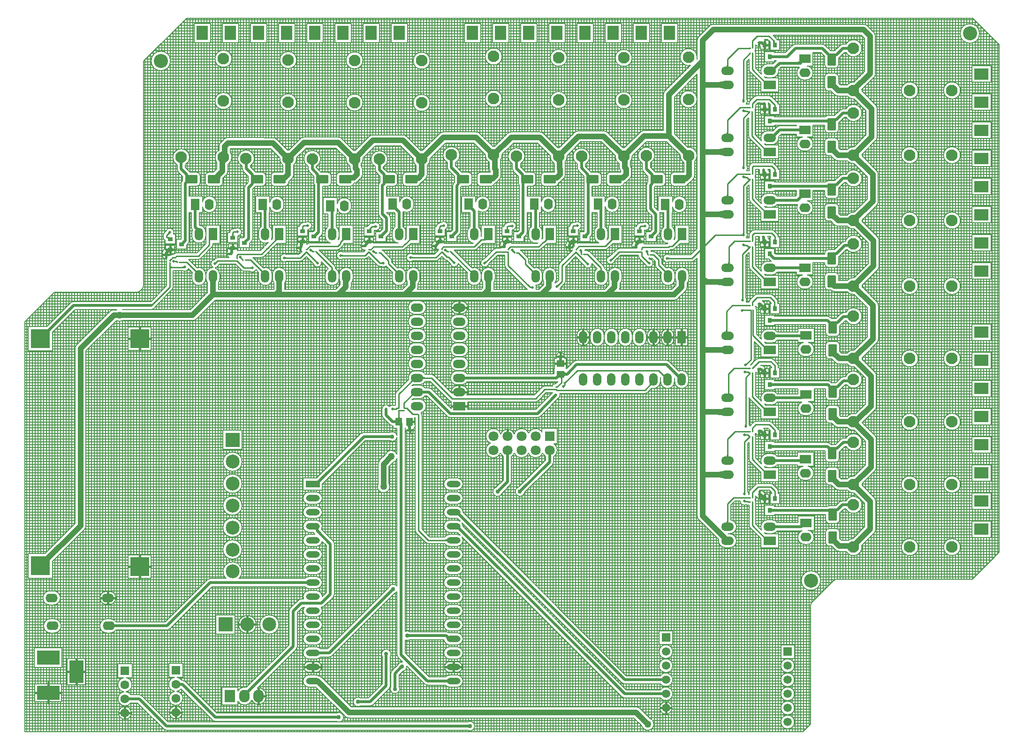
<source format=gtl>
G04*
G04 #@! TF.GenerationSoftware,Altium Limited,Altium Designer,24.4.1 (13)*
G04*
G04 Layer_Physical_Order=1*
G04 Layer_Color=255*
%FSLAX25Y25*%
%MOIN*%
G70*
G04*
G04 #@! TF.SameCoordinates,D772E85F-A2A7-474A-8196-155AA2CDE767*
G04*
G04*
G04 #@! TF.FilePolarity,Positive*
G04*
G01*
G75*
%ADD11C,0.00800*%
%ADD13C,0.01500*%
%ADD14C,0.01000*%
G04:AMPARAMS|DCode=22|XSize=87.01mil|YSize=60.24mil|CornerRadius=4.52mil|HoleSize=0mil|Usage=FLASHONLY|Rotation=180.000|XOffset=0mil|YOffset=0mil|HoleType=Round|Shape=RoundedRectangle|*
%AMROUNDEDRECTD22*
21,1,0.08701,0.05120,0,0,180.0*
21,1,0.07797,0.06024,0,0,180.0*
1,1,0.00904,-0.03899,0.02560*
1,1,0.00904,0.03899,0.02560*
1,1,0.00904,0.03899,-0.02560*
1,1,0.00904,-0.03899,-0.02560*
%
%ADD22ROUNDEDRECTD22*%
G04:AMPARAMS|DCode=23|XSize=87.01mil|YSize=60.24mil|CornerRadius=4.52mil|HoleSize=0mil|Usage=FLASHONLY|Rotation=90.000|XOffset=0mil|YOffset=0mil|HoleType=Round|Shape=RoundedRectangle|*
%AMROUNDEDRECTD23*
21,1,0.08701,0.05120,0,0,90.0*
21,1,0.07797,0.06024,0,0,90.0*
1,1,0.00904,0.02560,0.03899*
1,1,0.00904,0.02560,-0.03899*
1,1,0.00904,-0.02560,-0.03899*
1,1,0.00904,-0.02560,0.03899*
%
%ADD23ROUNDEDRECTD23*%
%ADD24R,0.00591X0.00984*%
%ADD25R,0.03150X0.03543*%
%ADD26R,0.00984X0.00591*%
%ADD27R,0.03543X0.03150*%
%ADD28R,0.04724X0.05512*%
%ADD29R,0.05512X0.04724*%
%ADD70C,0.04000*%
%ADD71C,0.02000*%
%ADD72C,0.10000*%
%ADD73R,0.07874X0.06299*%
%ADD74O,0.07874X0.06299*%
%ADD75R,0.09843X0.04724*%
%ADD76O,0.09843X0.04724*%
%ADD77R,0.06000X0.09000*%
%ADD78O,0.06000X0.09000*%
%ADD79C,0.07087*%
%ADD80R,0.07087X0.07087*%
%ADD81R,0.13780X0.13780*%
%ADD82C,0.08268*%
%ADD83R,0.09843X0.07874*%
%ADD84R,0.07874X0.09843*%
%ADD85O,0.07500X0.09000*%
%ADD86R,0.07500X0.09000*%
%ADD87C,0.05906*%
%ADD88R,0.05906X0.05906*%
%ADD89C,0.06299*%
%ADD90R,0.06299X0.06299*%
%ADD91C,0.09843*%
%ADD92R,0.09843X0.09843*%
%ADD93O,0.08661X0.06299*%
%ADD94R,0.10000X0.16000*%
%ADD95R,0.16000X0.10000*%
%ADD96O,0.09000X0.06000*%
%ADD97R,0.09000X0.06000*%
%ADD98O,0.06299X0.07874*%
%ADD99R,0.06299X0.07874*%
%ADD100R,0.09843X0.09843*%
%ADD101C,0.03000*%
%ADD102C,0.02000*%
%ADD103C,0.05000*%
G36*
X534405Y492905D02*
X534420Y492733D01*
X534445Y492582D01*
X534480Y492451D01*
X534525Y492339D01*
X534580Y492248D01*
X534645Y492177D01*
X534720Y492126D01*
X534805Y492095D01*
X534900Y492085D01*
X533137Y492097D01*
X533187Y492107D01*
X533232Y492137D01*
X533271Y492187D01*
X533305Y492257D01*
X533334Y492347D01*
X533358Y492457D01*
X533376Y492587D01*
X533390Y492737D01*
X533400Y493097D01*
X534400D01*
X534405Y492905D01*
D02*
G37*
G36*
X517296Y484120D02*
X517278Y484113D01*
X517247Y484092D01*
X517204Y484056D01*
X516994Y483865D01*
X516533Y483413D01*
X515669Y483963D01*
X516729Y485080D01*
X517296Y484120D01*
D02*
G37*
G36*
X552075Y477373D02*
X550075Y476400D01*
Y478400D01*
X550456Y478410D01*
X550797Y478440D01*
X551099Y478490D01*
X551360Y478560D01*
X551581Y478650D01*
X551762Y478760D01*
X551903Y478890D01*
X552005Y479040D01*
X552066Y479210D01*
X552087Y479400D01*
X552075Y477373D01*
D02*
G37*
G36*
X501505Y475821D02*
X501520Y475649D01*
X501545Y475497D01*
X501580Y475365D01*
X501625Y475254D01*
X501680Y475163D01*
X501745Y475092D01*
X501820Y475042D01*
X501905Y475011D01*
X502000Y475001D01*
X500000D01*
X500095Y475011D01*
X500180Y475042D01*
X500255Y475092D01*
X500320Y475163D01*
X500375Y475254D01*
X500420Y475365D01*
X500455Y475497D01*
X500480Y475649D01*
X500495Y475821D01*
X500500Y476013D01*
X501500D01*
X501505Y475821D01*
D02*
G37*
G36*
X498351Y459237D02*
X498040Y459384D01*
X497685Y459515D01*
X497286Y459631D01*
X496844Y459732D01*
X495829Y459887D01*
X495256Y459941D01*
X493276Y460011D01*
Y464011D01*
X493980Y464018D01*
X496358Y464204D01*
X496844Y464289D01*
X497685Y464506D01*
X498040Y464638D01*
X498351Y464784D01*
Y459237D01*
D02*
G37*
G36*
X512702Y451758D02*
X512718Y451565D01*
X512732Y451479D01*
X512750Y451400D01*
X512772Y451329D01*
X512798Y451264D01*
X512828Y451207D01*
X512862Y451157D01*
X512900Y451114D01*
X511500D01*
X511538Y451157D01*
X511572Y451207D01*
X511602Y451264D01*
X511628Y451329D01*
X511650Y451400D01*
X511668Y451479D01*
X511682Y451565D01*
X511692Y451658D01*
X511700Y451866D01*
X512700D01*
X512702Y451758D01*
D02*
G37*
G36*
X535205Y447067D02*
X535220Y446895D01*
X535245Y446743D01*
X535280Y446612D01*
X535325Y446501D01*
X535380Y446410D01*
X535445Y446339D01*
X535520Y446288D01*
X535605Y446258D01*
X535700Y446248D01*
X533700D01*
X533795Y446258D01*
X533880Y446288D01*
X533955Y446339D01*
X534020Y446410D01*
X534075Y446501D01*
X534120Y446612D01*
X534155Y446743D01*
X534180Y446895D01*
X534195Y447067D01*
X534200Y447260D01*
X535200D01*
X535205Y447067D01*
D02*
G37*
G36*
X513271Y444104D02*
X513314Y444063D01*
X513366Y444027D01*
X513426Y443996D01*
X513494Y443969D01*
X513569Y443947D01*
X513653Y443930D01*
X513744Y443918D01*
X513844Y443911D01*
X513951Y443909D01*
X513723Y442909D01*
X513614Y442907D01*
X513331Y442887D01*
X513252Y442876D01*
X513116Y442844D01*
X513059Y442824D01*
X513009Y442802D01*
X512967Y442776D01*
X513235Y444150D01*
X513271Y444104D01*
D02*
G37*
G36*
X517108Y442420D02*
X517091Y442413D01*
X517060Y442392D01*
X517016Y442356D01*
X516807Y442165D01*
X516345Y441713D01*
X515481Y442263D01*
X516542Y443380D01*
X517108Y442420D01*
D02*
G37*
G36*
X501505Y428221D02*
X501520Y428049D01*
X501545Y427897D01*
X501580Y427765D01*
X501625Y427654D01*
X501680Y427563D01*
X501745Y427492D01*
X501820Y427442D01*
X501905Y427411D01*
X502000Y427401D01*
X500000D01*
X500095Y427411D01*
X500180Y427442D01*
X500255Y427492D01*
X500320Y427563D01*
X500375Y427654D01*
X500420Y427765D01*
X500455Y427897D01*
X500480Y428049D01*
X500495Y428221D01*
X500500Y428413D01*
X501500D01*
X501505Y428221D01*
D02*
G37*
G36*
X498351Y411637D02*
X498040Y411784D01*
X497685Y411915D01*
X497286Y412031D01*
X496844Y412132D01*
X495829Y412287D01*
X495256Y412341D01*
X493276Y412411D01*
Y416411D01*
X493980Y416418D01*
X496358Y416604D01*
X496844Y416689D01*
X497685Y416906D01*
X498040Y417037D01*
X498351Y417184D01*
Y411637D01*
D02*
G37*
G36*
X512802Y404309D02*
X512820Y404117D01*
X512836Y404032D01*
X512856Y403955D01*
X512881Y403885D01*
X512910Y403823D01*
X512944Y403768D01*
X512982Y403720D01*
X513025Y403681D01*
X511632Y403541D01*
X511664Y403584D01*
X511692Y403635D01*
X511718Y403693D01*
X511739Y403759D01*
X511758Y403831D01*
X511773Y403911D01*
X511785Y403997D01*
X511798Y404192D01*
X511800Y404300D01*
X512800Y404417D01*
X512802Y404309D01*
D02*
G37*
G36*
X535205Y400867D02*
X535220Y400695D01*
X535245Y400543D01*
X535280Y400412D01*
X535325Y400301D01*
X535380Y400210D01*
X535445Y400139D01*
X535520Y400088D01*
X535605Y400058D01*
X535700Y400048D01*
X533700D01*
X533795Y400058D01*
X533880Y400088D01*
X533955Y400139D01*
X534020Y400210D01*
X534075Y400301D01*
X534120Y400412D01*
X534155Y400543D01*
X534180Y400695D01*
X534195Y400867D01*
X534200Y401060D01*
X535200D01*
X535205Y400867D01*
D02*
G37*
G36*
X527707Y401468D02*
X527767Y400908D01*
X527818Y400680D01*
X527885Y400487D01*
X527966Y400330D01*
X528063Y400207D01*
X528174Y400119D01*
X528300Y400066D01*
X528440Y400048D01*
X525657Y400060D01*
X525665Y400077D01*
X525672Y400129D01*
X525679Y400216D01*
X525698Y401173D01*
X525700Y401800D01*
X527700D01*
X527707Y401468D01*
D02*
G37*
G36*
X513171Y397005D02*
X513214Y396963D01*
X513266Y396927D01*
X513326Y396896D01*
X513394Y396869D01*
X513469Y396847D01*
X513553Y396830D01*
X513644Y396818D01*
X513744Y396811D01*
X513851Y396809D01*
X513623Y395809D01*
X513514Y395807D01*
X513231Y395788D01*
X513152Y395776D01*
X513016Y395744D01*
X512959Y395724D01*
X512909Y395702D01*
X512867Y395676D01*
X513135Y397050D01*
X513171Y397005D01*
D02*
G37*
G36*
X517296Y394620D02*
X517278Y394613D01*
X517247Y394592D01*
X517204Y394556D01*
X516994Y394365D01*
X516533Y393913D01*
X515669Y394463D01*
X516729Y395580D01*
X517296Y394620D01*
D02*
G37*
G36*
X501505Y383821D02*
X501520Y383649D01*
X501545Y383497D01*
X501580Y383365D01*
X501625Y383254D01*
X501680Y383163D01*
X501745Y383092D01*
X501820Y383042D01*
X501905Y383011D01*
X502000Y383001D01*
X500000D01*
X500095Y383011D01*
X500180Y383042D01*
X500255Y383092D01*
X500320Y383163D01*
X500375Y383254D01*
X500420Y383365D01*
X500455Y383497D01*
X500480Y383649D01*
X500495Y383821D01*
X500500Y384013D01*
X501500D01*
X501505Y383821D01*
D02*
G37*
G36*
X498351Y367237D02*
X498040Y367384D01*
X497685Y367515D01*
X497286Y367631D01*
X496844Y367732D01*
X495829Y367887D01*
X495256Y367941D01*
X493276Y368011D01*
Y372011D01*
X493980Y372018D01*
X496358Y372204D01*
X496844Y372289D01*
X497685Y372506D01*
X498040Y372638D01*
X498351Y372784D01*
Y367237D01*
D02*
G37*
G36*
X393586Y361200D02*
X393543Y361238D01*
X393493Y361272D01*
X393436Y361302D01*
X393372Y361328D01*
X393300Y361350D01*
X393221Y361368D01*
X393135Y361382D01*
X393042Y361392D01*
X392834Y361400D01*
Y362400D01*
X392942Y362402D01*
X393135Y362418D01*
X393221Y362432D01*
X393300Y362450D01*
X393372Y362472D01*
X393436Y362498D01*
X393493Y362528D01*
X393543Y362562D01*
X393586Y362600D01*
Y361200D01*
D02*
G37*
G36*
X201986D02*
X201943Y361238D01*
X201893Y361272D01*
X201836Y361302D01*
X201771Y361328D01*
X201700Y361350D01*
X201621Y361368D01*
X201535Y361382D01*
X201442Y361392D01*
X201234Y361400D01*
Y362400D01*
X201342Y362402D01*
X201535Y362418D01*
X201621Y362432D01*
X201700Y362450D01*
X201771Y362472D01*
X201836Y362498D01*
X201893Y362528D01*
X201943Y362562D01*
X201986Y362600D01*
Y361200D01*
D02*
G37*
G36*
X298733Y361176D02*
X298691Y361202D01*
X298641Y361224D01*
X298584Y361244D01*
X298520Y361261D01*
X298448Y361276D01*
X298282Y361297D01*
X298188Y361303D01*
X297977Y361309D01*
X297749Y362309D01*
X297856Y362311D01*
X298047Y362330D01*
X298131Y362347D01*
X298206Y362369D01*
X298274Y362396D01*
X298334Y362427D01*
X298386Y362463D01*
X298429Y362505D01*
X298465Y362550D01*
X298733Y361176D01*
D02*
G37*
G36*
X347186Y361100D02*
X347143Y361138D01*
X347093Y361172D01*
X347036Y361202D01*
X346972Y361228D01*
X346900Y361250D01*
X346821Y361268D01*
X346735Y361282D01*
X346642Y361292D01*
X346434Y361300D01*
Y362300D01*
X346542Y362302D01*
X346735Y362318D01*
X346821Y362332D01*
X346900Y362350D01*
X346972Y362372D01*
X347036Y362398D01*
X347093Y362428D01*
X347143Y362462D01*
X347186Y362500D01*
Y361100D01*
D02*
G37*
G36*
X441786Y360900D02*
X441743Y360938D01*
X441693Y360972D01*
X441636Y361002D01*
X441572Y361028D01*
X441500Y361050D01*
X441421Y361068D01*
X441335Y361082D01*
X441242Y361092D01*
X441034Y361100D01*
Y362100D01*
X441142Y362102D01*
X441335Y362118D01*
X441421Y362132D01*
X441500Y362150D01*
X441572Y362172D01*
X441636Y362198D01*
X441693Y362228D01*
X441743Y362262D01*
X441786Y362300D01*
Y360900D01*
D02*
G37*
G36*
X250386Y360700D02*
X250343Y360738D01*
X250293Y360772D01*
X250236Y360802D01*
X250171Y360828D01*
X250100Y360850D01*
X250021Y360868D01*
X249935Y360882D01*
X249842Y360892D01*
X249634Y360900D01*
Y361900D01*
X249742Y361902D01*
X249935Y361918D01*
X250021Y361932D01*
X250100Y361950D01*
X250171Y361972D01*
X250236Y361998D01*
X250293Y362028D01*
X250343Y362062D01*
X250386Y362100D01*
Y360700D01*
D02*
G37*
G36*
X439105Y360353D02*
X439120Y360183D01*
X439145Y360033D01*
X439180Y359903D01*
X439225Y359793D01*
X439280Y359703D01*
X439345Y359633D01*
X439420Y359583D01*
X439505Y359553D01*
X439600Y359543D01*
X437600D01*
X437695Y359553D01*
X437780Y359583D01*
X437855Y359633D01*
X437920Y359703D01*
X437975Y359793D01*
X438020Y359903D01*
X438055Y360033D01*
X438080Y360183D01*
X438095Y360353D01*
X438100Y360543D01*
X439100D01*
X439105Y360353D01*
D02*
G37*
G36*
X391619D02*
X391634Y360183D01*
X391659Y360033D01*
X391694Y359903D01*
X391739Y359793D01*
X391794Y359703D01*
X391859Y359633D01*
X391934Y359583D01*
X392019Y359553D01*
X392114Y359543D01*
X390114D01*
X390209Y359553D01*
X390294Y359583D01*
X390369Y359633D01*
X390434Y359703D01*
X390489Y359793D01*
X390534Y359903D01*
X390569Y360033D01*
X390594Y360183D01*
X390609Y360353D01*
X390614Y360543D01*
X391614D01*
X391619Y360353D01*
D02*
G37*
G36*
X344968D02*
X344983Y360183D01*
X345008Y360033D01*
X345043Y359903D01*
X345088Y359793D01*
X345143Y359703D01*
X345208Y359633D01*
X345283Y359583D01*
X345368Y359553D01*
X345463Y359543D01*
X343463D01*
X343558Y359553D01*
X343643Y359583D01*
X343718Y359633D01*
X343783Y359703D01*
X343838Y359793D01*
X343883Y359903D01*
X343918Y360033D01*
X343943Y360183D01*
X343958Y360353D01*
X343963Y360543D01*
X344963D01*
X344968Y360353D01*
D02*
G37*
G36*
X296905D02*
X296920Y360183D01*
X296945Y360033D01*
X296980Y359903D01*
X297025Y359793D01*
X297080Y359703D01*
X297145Y359633D01*
X297220Y359583D01*
X297305Y359553D01*
X297400Y359543D01*
X295400D01*
X295495Y359553D01*
X295580Y359583D01*
X295655Y359633D01*
X295720Y359703D01*
X295775Y359793D01*
X295820Y359903D01*
X295855Y360033D01*
X295880Y360183D01*
X295895Y360353D01*
X295900Y360543D01*
X296900D01*
X296905Y360353D01*
D02*
G37*
G36*
X199605D02*
X199620Y360183D01*
X199645Y360033D01*
X199680Y359903D01*
X199725Y359793D01*
X199780Y359703D01*
X199845Y359633D01*
X199920Y359583D01*
X200005Y359553D01*
X200100Y359543D01*
X198100D01*
X198195Y359553D01*
X198280Y359583D01*
X198355Y359633D01*
X198420Y359703D01*
X198475Y359793D01*
X198520Y359903D01*
X198555Y360033D01*
X198580Y360183D01*
X198595Y360353D01*
X198600Y360543D01*
X199600D01*
X199605Y360353D01*
D02*
G37*
G36*
X152086Y356800D02*
X152043Y356838D01*
X151993Y356872D01*
X151936Y356902D01*
X151872Y356928D01*
X151800Y356950D01*
X151721Y356968D01*
X151635Y356982D01*
X151542Y356992D01*
X151334Y357000D01*
Y358000D01*
X151442Y358002D01*
X151635Y358018D01*
X151721Y358032D01*
X151800Y358050D01*
X151872Y358072D01*
X151936Y358098D01*
X151993Y358128D01*
X152043Y358162D01*
X152086Y358200D01*
Y356800D01*
D02*
G37*
G36*
X512702Y356658D02*
X512718Y356465D01*
X512732Y356379D01*
X512750Y356300D01*
X512772Y356228D01*
X512798Y356164D01*
X512828Y356107D01*
X512862Y356057D01*
X512900Y356014D01*
X511500D01*
X511538Y356057D01*
X511572Y356107D01*
X511602Y356164D01*
X511628Y356228D01*
X511650Y356300D01*
X511668Y356379D01*
X511682Y356465D01*
X511692Y356558D01*
X511700Y356766D01*
X512700D01*
X512702Y356658D01*
D02*
G37*
G36*
X104690Y356300D02*
X104633Y356297D01*
X104574Y356285D01*
X104512Y356266D01*
X104448Y356239D01*
X104382Y356204D01*
X104313Y356161D01*
X104243Y356110D01*
X104170Y356051D01*
X104017Y355910D01*
X103310Y356617D01*
X103384Y356694D01*
X103510Y356843D01*
X103561Y356913D01*
X103604Y356982D01*
X103639Y357048D01*
X103666Y357112D01*
X103685Y357173D01*
X103697Y357233D01*
X103700Y357290D01*
X104690Y356300D01*
D02*
G37*
G36*
X150005Y355813D02*
X150020Y355643D01*
X150045Y355493D01*
X150080Y355363D01*
X150125Y355253D01*
X150180Y355163D01*
X150245Y355093D01*
X150320Y355043D01*
X150405Y355013D01*
X150500Y355003D01*
X148500D01*
X148595Y355013D01*
X148680Y355043D01*
X148755Y355093D01*
X148820Y355163D01*
X148875Y355253D01*
X148920Y355363D01*
X148955Y355493D01*
X148980Y355643D01*
X148995Y355813D01*
X149000Y356003D01*
X150000D01*
X150005Y355813D01*
D02*
G37*
G36*
X511486Y354600D02*
X511443Y354638D01*
X511393Y354672D01*
X511336Y354702D01*
X511271Y354728D01*
X511200Y354750D01*
X511121Y354768D01*
X511035Y354782D01*
X510942Y354792D01*
X510734Y354800D01*
Y355800D01*
X510842Y355802D01*
X511035Y355818D01*
X511121Y355832D01*
X511200Y355850D01*
X511271Y355872D01*
X511336Y355898D01*
X511393Y355928D01*
X511443Y355962D01*
X511486Y356000D01*
Y354600D01*
D02*
G37*
G36*
X103103Y354003D02*
X103115Y352997D01*
X103110Y353000D01*
X103094Y353003D01*
X103068Y353006D01*
X102924Y353012D01*
X102585Y353015D01*
Y354015D01*
X103103Y354003D01*
D02*
G37*
G36*
X535205Y352704D02*
X535220Y352532D01*
X535245Y352380D01*
X535280Y352249D01*
X535325Y352138D01*
X535380Y352047D01*
X535445Y351976D01*
X535520Y351925D01*
X535605Y351895D01*
X535700Y351885D01*
X533700D01*
X533795Y351895D01*
X533880Y351925D01*
X533955Y351976D01*
X534020Y352047D01*
X534075Y352138D01*
X534120Y352249D01*
X534155Y352380D01*
X534180Y352532D01*
X534195Y352704D01*
X534200Y352897D01*
X535200D01*
X535205Y352704D01*
D02*
G37*
G36*
X527653Y353400D02*
X527679Y353083D01*
X527722Y352803D01*
X527782Y352560D01*
X527859Y352354D01*
X527954Y352186D01*
X528065Y352055D01*
X528194Y351961D01*
X528340Y351904D01*
X528503Y351885D01*
X525657Y351897D01*
X525655Y351915D01*
X525653Y351971D01*
X525645Y353755D01*
X527645D01*
X527653Y353400D01*
D02*
G37*
G36*
X328012Y351362D02*
X327012Y351350D01*
Y352350D01*
X327203Y352355D01*
X327375Y352370D01*
X327526Y352395D01*
X327658Y352430D01*
X327769Y352475D01*
X327860Y352530D01*
X327931Y352595D01*
X327982Y352670D01*
X328013Y352755D01*
X328024Y352850D01*
X328012Y351362D01*
D02*
G37*
G36*
X133705Y351352D02*
X133620Y351322D01*
X133545Y351272D01*
X133480Y351202D01*
X133425Y351112D01*
X133380Y351002D01*
X133345Y350872D01*
X133320Y350722D01*
X133305Y350552D01*
X133300Y350362D01*
X132300D01*
X132312Y351362D01*
X133800D01*
X133705Y351352D01*
D02*
G37*
G36*
X513071Y348705D02*
X513115Y348663D01*
X513166Y348627D01*
X513226Y348596D01*
X513294Y348569D01*
X513369Y348547D01*
X513453Y348530D01*
X513544Y348518D01*
X513644Y348511D01*
X513751Y348509D01*
X513522Y347509D01*
X513414Y347507D01*
X513131Y347487D01*
X513052Y347476D01*
X512916Y347444D01*
X512859Y347424D01*
X512809Y347401D01*
X512767Y347376D01*
X513035Y348750D01*
X513071Y348705D01*
D02*
G37*
G36*
X199857Y348929D02*
X199697Y348870D01*
X199555Y348771D01*
X199432Y348634D01*
X199328Y348458D01*
X199243Y348242D01*
X199177Y347988D01*
X199129Y347695D01*
X199101Y347363D01*
X199091Y346991D01*
X197091D01*
X197103Y348937D01*
X200037Y348949D01*
X199857Y348929D01*
D02*
G37*
G36*
X517296Y346620D02*
X517278Y346613D01*
X517247Y346592D01*
X517204Y346556D01*
X516994Y346365D01*
X516533Y345913D01*
X515669Y346463D01*
X516729Y347580D01*
X517296Y346620D01*
D02*
G37*
G36*
X301295Y344934D02*
X301315Y344883D01*
X301341Y344829D01*
X301374Y344771D01*
X301415Y344710D01*
X301517Y344578D01*
X301579Y344506D01*
X301724Y344354D01*
X301179Y343485D01*
X301101Y343559D01*
X300952Y343681D01*
X300881Y343728D01*
X300812Y343766D01*
X300746Y343795D01*
X300681Y343815D01*
X300619Y343826D01*
X300559Y343828D01*
X300501Y343820D01*
X301283Y344982D01*
X301295Y344934D01*
D02*
G37*
G36*
X205595Y344834D02*
X205615Y344783D01*
X205641Y344729D01*
X205674Y344671D01*
X205715Y344610D01*
X205817Y344478D01*
X205879Y344406D01*
X206024Y344254D01*
X205479Y343385D01*
X205401Y343459D01*
X205252Y343581D01*
X205181Y343628D01*
X205112Y343666D01*
X205046Y343695D01*
X204981Y343715D01*
X204919Y343726D01*
X204859Y343728D01*
X204801Y343720D01*
X205583Y344882D01*
X205595Y344834D01*
D02*
G37*
G36*
X397599Y343691D02*
X397576Y343641D01*
X397556Y343584D01*
X397539Y343520D01*
X397524Y343448D01*
X397503Y343282D01*
X397497Y343188D01*
X397491Y342977D01*
X396491Y342749D01*
X396489Y342856D01*
X396470Y343047D01*
X396453Y343131D01*
X396431Y343206D01*
X396404Y343274D01*
X396373Y343334D01*
X396337Y343386D01*
X396295Y343429D01*
X396250Y343465D01*
X397624Y343733D01*
X397599Y343691D01*
D02*
G37*
G36*
X250295Y343734D02*
X250315Y343683D01*
X250341Y343629D01*
X250374Y343571D01*
X250415Y343510D01*
X250517Y343377D01*
X250579Y343306D01*
X250724Y343154D01*
X250179Y342285D01*
X250101Y342359D01*
X249952Y342480D01*
X249881Y342528D01*
X249812Y342566D01*
X249746Y342595D01*
X249681Y342615D01*
X249619Y342626D01*
X249559Y342628D01*
X249501Y342620D01*
X250283Y343781D01*
X250295Y343734D01*
D02*
G37*
G36*
X444598Y343091D02*
X444576Y343041D01*
X444556Y342984D01*
X444539Y342920D01*
X444524Y342848D01*
X444503Y342682D01*
X444497Y342588D01*
X444491Y342377D01*
X443491Y342149D01*
X443489Y342256D01*
X443470Y342447D01*
X443453Y342531D01*
X443431Y342606D01*
X443404Y342674D01*
X443373Y342734D01*
X443337Y342786D01*
X443295Y342829D01*
X443250Y342865D01*
X444624Y343133D01*
X444598Y343091D01*
D02*
G37*
G36*
X348872Y344541D02*
X348874Y344481D01*
X348885Y344419D01*
X348905Y344354D01*
X348934Y344288D01*
X348972Y344219D01*
X349020Y344148D01*
X349076Y344075D01*
X349141Y343999D01*
X349215Y343921D01*
X349212Y343919D01*
X349797Y343250D01*
X349839Y343176D01*
X349855Y343123D01*
X349845Y343091D01*
X349809Y343080D01*
X349242Y342120D01*
X349232Y342198D01*
X349204Y342288D01*
X349156Y342389D01*
X349089Y342503D01*
X349004Y342629D01*
X348899Y342766D01*
X348632Y343076D01*
X348310Y343412D01*
X348268Y343452D01*
X348055Y343638D01*
X347990Y343685D01*
X347871Y343759D01*
X347817Y343785D01*
X347766Y343805D01*
X347719Y343817D01*
X348880Y344599D01*
X348872Y344541D01*
D02*
G37*
G36*
X298387Y343691D02*
X298408Y343660D01*
X298444Y343616D01*
X298635Y343407D01*
X299087Y342945D01*
X298537Y342081D01*
X297420Y343142D01*
X298380Y343708D01*
X298387Y343691D01*
D02*
G37*
G36*
X246387Y343666D02*
X246408Y343635D01*
X246444Y343591D01*
X246635Y343381D01*
X247087Y342920D01*
X246537Y342056D01*
X245420Y343117D01*
X246380Y343683D01*
X246387Y343666D01*
D02*
G37*
G36*
X202187Y343591D02*
X202208Y343560D01*
X202244Y343516D01*
X202435Y343307D01*
X202887Y342845D01*
X202337Y341981D01*
X201220Y343042D01*
X202180Y343608D01*
X202187Y343591D01*
D02*
G37*
G36*
X226857Y341462D02*
X226907Y341428D01*
X226964Y341398D01*
X227028Y341372D01*
X227100Y341350D01*
X227179Y341332D01*
X227265Y341318D01*
X227358Y341308D01*
X227566Y341300D01*
Y340300D01*
X227458Y340298D01*
X227265Y340282D01*
X227179Y340268D01*
X227100Y340250D01*
X227028Y340228D01*
X226964Y340202D01*
X226907Y340172D01*
X226857Y340138D01*
X226814Y340100D01*
Y341500D01*
X226857Y341462D01*
D02*
G37*
G36*
X276457Y339962D02*
X276507Y339928D01*
X276564Y339898D01*
X276628Y339872D01*
X276700Y339850D01*
X276779Y339832D01*
X276865Y339818D01*
X276958Y339808D01*
X277166Y339800D01*
Y338800D01*
X277058Y338798D01*
X276865Y338782D01*
X276779Y338768D01*
X276700Y338750D01*
X276628Y338728D01*
X276564Y338702D01*
X276507Y338672D01*
X276457Y338638D01*
X276414Y338600D01*
Y340000D01*
X276457Y339962D01*
D02*
G37*
G36*
X186757Y339762D02*
X186807Y339728D01*
X186864Y339698D01*
X186928Y339672D01*
X187000Y339650D01*
X187079Y339632D01*
X187165Y339618D01*
X187258Y339608D01*
X187466Y339600D01*
Y338600D01*
X187358Y338598D01*
X187165Y338582D01*
X187079Y338568D01*
X187000Y338550D01*
X186928Y338528D01*
X186864Y338502D01*
X186807Y338472D01*
X186757Y338438D01*
X186714Y338400D01*
Y339800D01*
X186757Y339762D01*
D02*
G37*
G36*
X155605Y339532D02*
X155620Y339476D01*
X155643Y339417D01*
X155674Y339355D01*
X155712Y339291D01*
X155757Y339224D01*
X155810Y339154D01*
X155938Y339007D01*
X156014Y338929D01*
X155385Y338143D01*
X155308Y338217D01*
X155159Y338341D01*
X155088Y338390D01*
X155019Y338430D01*
X154952Y338462D01*
X154887Y338486D01*
X154825Y338501D01*
X154764Y338508D01*
X154706Y338506D01*
X155596Y339586D01*
X155605Y339532D01*
D02*
G37*
G36*
X458857Y339462D02*
X458907Y339428D01*
X458964Y339398D01*
X459028Y339372D01*
X459100Y339350D01*
X459179Y339332D01*
X459265Y339318D01*
X459358Y339308D01*
X459566Y339300D01*
Y338300D01*
X459458Y338298D01*
X459265Y338282D01*
X459179Y338268D01*
X459100Y338250D01*
X459028Y338228D01*
X458964Y338202D01*
X458907Y338172D01*
X458857Y338138D01*
X458814Y338100D01*
Y339500D01*
X458857Y339462D01*
D02*
G37*
G36*
X419290Y338083D02*
X419215Y338006D01*
X419090Y337857D01*
X419039Y337787D01*
X418996Y337718D01*
X418961Y337652D01*
X418934Y337588D01*
X418915Y337526D01*
X418903Y337467D01*
X418900Y337410D01*
X417910Y338400D01*
X417967Y338403D01*
X418026Y338415D01*
X418088Y338434D01*
X418152Y338461D01*
X418218Y338496D01*
X418287Y338539D01*
X418357Y338590D01*
X418430Y338649D01*
X418583Y338790D01*
X419290Y338083D01*
D02*
G37*
G36*
X105887Y337555D02*
X105180Y336791D01*
X104220Y337358D01*
X104241Y337369D01*
X104283Y337401D01*
X104344Y337454D01*
X105135Y338217D01*
X105337Y338419D01*
X105887Y337555D01*
D02*
G37*
G36*
X108371Y337205D02*
X108414Y337163D01*
X108466Y337127D01*
X108526Y337096D01*
X108594Y337069D01*
X108669Y337047D01*
X108753Y337030D01*
X108844Y337018D01*
X108944Y337011D01*
X109051Y337009D01*
X108823Y336009D01*
X108714Y336007D01*
X108431Y335987D01*
X108352Y335976D01*
X108216Y335944D01*
X108159Y335924D01*
X108109Y335901D01*
X108067Y335876D01*
X108335Y337250D01*
X108371Y337205D01*
D02*
G37*
G36*
X306194Y336816D02*
X306343Y336690D01*
X306413Y336639D01*
X306482Y336596D01*
X306548Y336561D01*
X306612Y336534D01*
X306674Y336515D01*
X306733Y336503D01*
X306790Y336500D01*
X305800Y335510D01*
X305797Y335567D01*
X305785Y335627D01*
X305766Y335688D01*
X305739Y335752D01*
X305704Y335818D01*
X305661Y335887D01*
X305610Y335957D01*
X305551Y336030D01*
X305410Y336183D01*
X306117Y336890D01*
X306194Y336816D01*
D02*
G37*
G36*
X209014Y336721D02*
X209162Y336595D01*
X209233Y336543D01*
X209301Y336500D01*
X209367Y336464D01*
X209431Y336437D01*
X209492Y336417D01*
X209551Y336404D01*
X209608Y336400D01*
X208600Y335428D01*
X208598Y335485D01*
X208588Y335545D01*
X208569Y335607D01*
X208542Y335671D01*
X208508Y335738D01*
X208466Y335806D01*
X208415Y335877D01*
X208356Y335950D01*
X208215Y336103D01*
X208937Y336795D01*
X209014Y336721D01*
D02*
G37*
G36*
X329890Y336083D02*
X329816Y336006D01*
X329690Y335857D01*
X329639Y335787D01*
X329596Y335718D01*
X329561Y335652D01*
X329534Y335588D01*
X329515Y335526D01*
X329503Y335467D01*
X329500Y335410D01*
X328510Y336400D01*
X328567Y336403D01*
X328626Y336415D01*
X328688Y336434D01*
X328752Y336461D01*
X328818Y336496D01*
X328887Y336539D01*
X328957Y336590D01*
X329030Y336649D01*
X329183Y336790D01*
X329890Y336083D01*
D02*
G37*
G36*
X138090Y335583D02*
X138015Y335506D01*
X137890Y335357D01*
X137839Y335287D01*
X137796Y335218D01*
X137761Y335152D01*
X137734Y335088D01*
X137715Y335027D01*
X137703Y334967D01*
X137700Y334910D01*
X136710Y335900D01*
X136767Y335903D01*
X136827Y335915D01*
X136888Y335934D01*
X136952Y335961D01*
X137018Y335996D01*
X137087Y336039D01*
X137157Y336090D01*
X137230Y336149D01*
X137383Y336290D01*
X138090Y335583D01*
D02*
G37*
G36*
X502505Y335614D02*
X502520Y335435D01*
X502545Y335277D01*
X502580Y335140D01*
X502625Y335023D01*
X502680Y334928D01*
X502744Y334853D01*
X502819Y334798D01*
X502904Y334765D01*
X502999Y334752D01*
X501000Y334801D01*
X501095Y334809D01*
X501180Y334838D01*
X501255Y334887D01*
X501320Y334957D01*
X501375Y335048D01*
X501420Y335159D01*
X501455Y335292D01*
X501480Y335445D01*
X501495Y335619D01*
X501500Y335813D01*
X502500D01*
X502505Y335614D01*
D02*
G37*
G36*
X255619Y334675D02*
X255580Y334718D01*
X255532Y334756D01*
X255477Y334790D01*
X255415Y334819D01*
X255345Y334844D01*
X255268Y334864D01*
X255183Y334880D01*
X255091Y334891D01*
X254991Y334898D01*
X254884Y334900D01*
X255000Y335900D01*
X255108Y335902D01*
X255303Y335915D01*
X255389Y335927D01*
X255469Y335942D01*
X255541Y335960D01*
X255607Y335982D01*
X255665Y336007D01*
X255716Y336036D01*
X255759Y336068D01*
X255619Y334675D01*
D02*
G37*
G36*
X401094Y335915D02*
X401243Y335790D01*
X401313Y335739D01*
X401382Y335696D01*
X401448Y335661D01*
X401512Y335634D01*
X401574Y335615D01*
X401633Y335603D01*
X401690Y335600D01*
X400700Y334610D01*
X400697Y334667D01*
X400685Y334727D01*
X400666Y334788D01*
X400639Y334852D01*
X400604Y334918D01*
X400561Y334987D01*
X400510Y335057D01*
X400451Y335130D01*
X400310Y335283D01*
X401017Y335990D01*
X401094Y335915D01*
D02*
G37*
G36*
X114659Y331732D02*
X114616Y331764D01*
X114565Y331792D01*
X114506Y331818D01*
X114441Y331840D01*
X114369Y331858D01*
X114289Y331873D01*
X114203Y331885D01*
X114008Y331898D01*
X113900Y331900D01*
X113784Y332900D01*
X113891Y332902D01*
X114083Y332920D01*
X114168Y332936D01*
X114245Y332956D01*
X114315Y332981D01*
X114377Y333010D01*
X114432Y333044D01*
X114480Y333082D01*
X114519Y333125D01*
X114659Y331732D01*
D02*
G37*
G36*
X162586Y331200D02*
X162543Y331238D01*
X162493Y331272D01*
X162436Y331302D01*
X162372Y331328D01*
X162300Y331350D01*
X162221Y331368D01*
X162135Y331382D01*
X162042Y331392D01*
X161834Y331400D01*
Y332400D01*
X161942Y332402D01*
X162135Y332418D01*
X162221Y332432D01*
X162300Y332450D01*
X162372Y332472D01*
X162436Y332498D01*
X162493Y332528D01*
X162543Y332562D01*
X162586Y332600D01*
Y331200D01*
D02*
G37*
G36*
X105210Y333710D02*
X105240Y333540D01*
X105290Y333390D01*
X105360Y333260D01*
X105450Y333150D01*
X105560Y333060D01*
X105690Y332990D01*
X105840Y332940D01*
X106010Y332910D01*
X106200Y332900D01*
Y331900D01*
X106010Y331890D01*
X105840Y331860D01*
X105690Y331810D01*
X105560Y331740D01*
X105450Y331650D01*
X105360Y331540D01*
X105290Y331410D01*
X105240Y331260D01*
X105210Y331090D01*
X105200Y330900D01*
X104200Y332400D01*
X105200Y333900D01*
X105210Y333710D01*
D02*
G37*
G36*
X411605Y331086D02*
X411620Y330891D01*
X411645Y330719D01*
X411679Y330570D01*
X411724Y330444D01*
X411779Y330341D01*
X411843Y330261D01*
X411918Y330204D01*
X412002Y330169D01*
X412097Y330158D01*
X410104D01*
X410198Y330169D01*
X410282Y330204D01*
X410357Y330261D01*
X410421Y330341D01*
X410476Y330444D01*
X410521Y330570D01*
X410555Y330719D01*
X410580Y330891D01*
X410595Y331086D01*
X410600Y331303D01*
X411600D01*
X411605Y331086D01*
D02*
G37*
G36*
X220505D02*
X220520Y330891D01*
X220545Y330719D01*
X220579Y330570D01*
X220624Y330444D01*
X220679Y330341D01*
X220743Y330261D01*
X220818Y330204D01*
X220902Y330169D01*
X220996Y330158D01*
X219004D01*
X219098Y330169D01*
X219182Y330204D01*
X219257Y330261D01*
X219321Y330341D01*
X219376Y330444D01*
X219421Y330570D01*
X219455Y330719D01*
X219480Y330891D01*
X219495Y331086D01*
X219500Y331303D01*
X220500D01*
X220505Y331086D01*
D02*
G37*
G36*
X456416Y330348D02*
X456564Y330221D01*
X456703Y330117D01*
X456833Y330037D01*
X456953Y329979D01*
X457065Y329945D01*
X457167Y329934D01*
X457261Y329946D01*
X457344Y329981D01*
X457419Y330040D01*
X456010Y328631D01*
X456069Y328706D01*
X456104Y328789D01*
X456116Y328883D01*
X456105Y328985D01*
X456071Y329097D01*
X456013Y329217D01*
X455933Y329347D01*
X455829Y329486D01*
X455701Y329634D01*
X455551Y329792D01*
X456258Y330499D01*
X456416Y330348D01*
D02*
G37*
G36*
X362254D02*
X362402Y330221D01*
X362541Y330117D01*
X362671Y330037D01*
X362792Y329979D01*
X362903Y329945D01*
X363006Y329934D01*
X363099Y329946D01*
X363183Y329981D01*
X363258Y330040D01*
X361848Y328631D01*
X361907Y328706D01*
X361943Y328789D01*
X361955Y328883D01*
X361944Y328985D01*
X361909Y329097D01*
X361852Y329217D01*
X361771Y329347D01*
X361667Y329486D01*
X361540Y329634D01*
X361389Y329792D01*
X362097Y330499D01*
X362254Y330348D01*
D02*
G37*
G36*
X265316D02*
X265464Y330221D01*
X265603Y330117D01*
X265733Y330037D01*
X265854Y329979D01*
X265965Y329945D01*
X266067Y329934D01*
X266161Y329946D01*
X266245Y329981D01*
X266319Y330040D01*
X264910Y328631D01*
X264969Y328706D01*
X265004Y328789D01*
X265016Y328883D01*
X265005Y328985D01*
X264971Y329097D01*
X264913Y329217D01*
X264833Y329347D01*
X264729Y329486D01*
X264601Y329634D01*
X264451Y329792D01*
X265158Y330499D01*
X265316Y330348D01*
D02*
G37*
G36*
X170216D02*
X170364Y330221D01*
X170503Y330117D01*
X170633Y330037D01*
X170754Y329979D01*
X170865Y329945D01*
X170967Y329934D01*
X171061Y329946D01*
X171145Y329981D01*
X171219Y330040D01*
X169810Y328631D01*
X169869Y328706D01*
X169904Y328789D01*
X169916Y328883D01*
X169905Y328985D01*
X169871Y329097D01*
X169813Y329217D01*
X169733Y329347D01*
X169629Y329486D01*
X169501Y329634D01*
X169351Y329792D01*
X170058Y330499D01*
X170216Y330348D01*
D02*
G37*
G36*
X123016D02*
X123164Y330221D01*
X123303Y330117D01*
X123433Y330037D01*
X123554Y329979D01*
X123665Y329945D01*
X123767Y329934D01*
X123861Y329946D01*
X123945Y329981D01*
X124019Y330040D01*
X122610Y328631D01*
X122669Y328706D01*
X122704Y328789D01*
X122716Y328883D01*
X122705Y328985D01*
X122671Y329097D01*
X122613Y329217D01*
X122533Y329347D01*
X122429Y329486D01*
X122301Y329634D01*
X122151Y329792D01*
X122858Y330499D01*
X123016Y330348D01*
D02*
G37*
G36*
X318467Y330147D02*
X318613Y330022D01*
X318749Y329921D01*
X318876Y329844D01*
X318992Y329790D01*
X319099Y329761D01*
X319195Y329756D01*
X319282Y329774D01*
X319359Y329817D01*
X319426Y329883D01*
X318182Y328312D01*
X318232Y328394D01*
X318261Y328485D01*
X318267Y328584D01*
X318250Y328691D01*
X318211Y328807D01*
X318150Y328931D01*
X318067Y329063D01*
X317961Y329204D01*
X317832Y329353D01*
X317682Y329511D01*
X318311Y330296D01*
X318467Y330147D01*
D02*
G37*
G36*
X498351Y319037D02*
X498040Y319184D01*
X497685Y319315D01*
X497286Y319431D01*
X496844Y319532D01*
X495829Y319687D01*
X495256Y319741D01*
X493276Y319811D01*
Y323811D01*
X493980Y323818D01*
X496358Y324004D01*
X496844Y324089D01*
X497685Y324306D01*
X498040Y324437D01*
X498351Y324585D01*
Y319037D01*
D02*
G37*
G36*
X381090Y319383D02*
X381015Y319306D01*
X380890Y319157D01*
X380839Y319087D01*
X380796Y319018D01*
X380761Y318952D01*
X380734Y318888D01*
X380715Y318827D01*
X380703Y318767D01*
X380700Y318710D01*
X379710Y319700D01*
X379767Y319703D01*
X379826Y319715D01*
X379888Y319734D01*
X379952Y319761D01*
X380018Y319796D01*
X380087Y319839D01*
X380157Y319890D01*
X380230Y319949D01*
X380383Y320090D01*
X381090Y319383D01*
D02*
G37*
G36*
X361465Y317450D02*
X361429Y317495D01*
X361385Y317537D01*
X361334Y317573D01*
X361274Y317604D01*
X361206Y317631D01*
X361131Y317653D01*
X361047Y317670D01*
X360956Y317682D01*
X360856Y317689D01*
X360749Y317691D01*
X360978Y318691D01*
X361086Y318693D01*
X361369Y318712D01*
X361448Y318724D01*
X361584Y318756D01*
X361641Y318776D01*
X361691Y318798D01*
X361733Y318824D01*
X361465Y317450D01*
D02*
G37*
G36*
X512202Y310258D02*
X512218Y310065D01*
X512232Y309979D01*
X512250Y309900D01*
X512272Y309828D01*
X512298Y309764D01*
X512328Y309707D01*
X512362Y309657D01*
X512400Y309614D01*
X511000D01*
X511038Y309657D01*
X511072Y309707D01*
X511102Y309764D01*
X511128Y309828D01*
X511150Y309900D01*
X511168Y309979D01*
X511182Y310065D01*
X511192Y310158D01*
X511200Y310366D01*
X512200D01*
X512202Y310258D01*
D02*
G37*
G36*
X534905Y305404D02*
X534920Y305232D01*
X534945Y305081D01*
X534980Y304949D01*
X535025Y304838D01*
X535080Y304747D01*
X535145Y304676D01*
X535220Y304625D01*
X535305Y304595D01*
X535400Y304585D01*
X533400D01*
X533495Y304595D01*
X533580Y304625D01*
X533655Y304676D01*
X533720Y304747D01*
X533775Y304838D01*
X533820Y304949D01*
X533855Y305081D01*
X533880Y305232D01*
X533895Y305404D01*
X533900Y305597D01*
X534900D01*
X534905Y305404D01*
D02*
G37*
G36*
X512084Y302536D02*
X512135Y302507D01*
X512193Y302482D01*
X512259Y302460D01*
X512331Y302442D01*
X512411Y302427D01*
X512497Y302415D01*
X512692Y302402D01*
X512800Y302400D01*
X512917Y301400D01*
X512809Y301398D01*
X512617Y301380D01*
X512532Y301364D01*
X512455Y301344D01*
X512385Y301319D01*
X512323Y301290D01*
X512268Y301256D01*
X512220Y301218D01*
X512181Y301175D01*
X512041Y302568D01*
X512084Y302536D01*
D02*
G37*
G36*
X500705Y287319D02*
X500720Y287146D01*
X500745Y286994D01*
X500780Y286862D01*
X500825Y286750D01*
X500880Y286660D01*
X500945Y286589D01*
X501020Y286539D01*
X501105Y286510D01*
X501200Y286501D01*
X499201Y286472D01*
X499296Y286483D01*
X499381Y286516D01*
X499456Y286568D01*
X499520Y286642D01*
X499575Y286736D01*
X499620Y286850D01*
X499655Y286985D01*
X499680Y287140D01*
X499695Y287316D01*
X499700Y287513D01*
X500700D01*
X500705Y287319D01*
D02*
G37*
G36*
X515090Y263583D02*
X515016Y263506D01*
X514890Y263357D01*
X514839Y263287D01*
X514796Y263218D01*
X514761Y263152D01*
X514734Y263088D01*
X514715Y263026D01*
X514703Y262967D01*
X514700Y262910D01*
X513710Y263900D01*
X513767Y263903D01*
X513827Y263915D01*
X513888Y263934D01*
X513952Y263961D01*
X514018Y263996D01*
X514087Y264039D01*
X514157Y264090D01*
X514230Y264149D01*
X514383Y264290D01*
X515090Y263583D01*
D02*
G37*
G36*
X535205Y259804D02*
X535220Y259632D01*
X535245Y259481D01*
X535280Y259349D01*
X535325Y259238D01*
X535380Y259147D01*
X535445Y259076D01*
X535520Y259025D01*
X535605Y258995D01*
X535700Y258985D01*
X533700D01*
X533795Y258995D01*
X533880Y259025D01*
X533955Y259076D01*
X534020Y259147D01*
X534075Y259238D01*
X534120Y259349D01*
X534155Y259481D01*
X534180Y259632D01*
X534195Y259804D01*
X534200Y259997D01*
X535200D01*
X535205Y259804D01*
D02*
G37*
G36*
X514071Y258605D02*
X514115Y258563D01*
X514166Y258527D01*
X514226Y258496D01*
X514294Y258469D01*
X514369Y258447D01*
X514453Y258430D01*
X514544Y258418D01*
X514644Y258411D01*
X514751Y258409D01*
X514523Y257409D01*
X514414Y257407D01*
X514131Y257387D01*
X514052Y257376D01*
X513916Y257344D01*
X513859Y257324D01*
X513809Y257301D01*
X513767Y257276D01*
X514035Y258650D01*
X514071Y258605D01*
D02*
G37*
G36*
X517296Y256720D02*
X517278Y256713D01*
X517247Y256692D01*
X517204Y256656D01*
X516994Y256465D01*
X516533Y256013D01*
X515669Y256563D01*
X516729Y257680D01*
X517296Y256720D01*
D02*
G37*
G36*
X383303Y256399D02*
X383328Y256184D01*
X383336Y256145D01*
X383345Y256112D01*
X383355Y256085D01*
X383367Y256064D01*
X383379Y256048D01*
X382672Y255341D01*
X382656Y255353D01*
X382635Y255364D01*
X382608Y255374D01*
X382574Y255384D01*
X382535Y255392D01*
X382440Y255406D01*
X382320Y255417D01*
X382252Y255421D01*
X383299Y256468D01*
X383303Y256399D01*
D02*
G37*
G36*
X385051Y258129D02*
X385107Y257980D01*
X385202Y257849D01*
X385334Y257735D01*
X385504Y257639D01*
X385712Y257560D01*
X385957Y257499D01*
X386240Y257455D01*
X386561Y257429D01*
X386920Y257420D01*
Y255420D01*
X386561Y255411D01*
X386240Y255385D01*
X385957Y255341D01*
X385712Y255280D01*
X385504Y255201D01*
X385334Y255104D01*
X385202Y254991D01*
X385107Y254859D01*
X385051Y254710D01*
X385032Y254544D01*
Y258295D01*
X385051Y258129D01*
D02*
G37*
G36*
X383930Y254071D02*
X383845Y254041D01*
X383770Y253990D01*
X383705Y253920D01*
X383650Y253829D01*
X383605Y253717D01*
X383570Y253586D01*
X383545Y253434D01*
X383530Y253262D01*
X383525Y253069D01*
X382525D01*
X382520Y253262D01*
X382505Y253434D01*
X382480Y253586D01*
X382445Y253717D01*
X382400Y253829D01*
X382345Y253920D01*
X382280Y253990D01*
X382205Y254041D01*
X382120Y254071D01*
X382025Y254082D01*
X384025D01*
X383930Y254071D01*
D02*
G37*
G36*
X284819Y254702D02*
X284854Y254618D01*
X284911Y254543D01*
X284991Y254479D01*
X285094Y254424D01*
X285220Y254379D01*
X285369Y254345D01*
X285541Y254320D01*
X285736Y254305D01*
X285953Y254300D01*
Y253300D01*
X285736Y253295D01*
X285541Y253280D01*
X285369Y253255D01*
X285220Y253221D01*
X285094Y253176D01*
X284991Y253121D01*
X284911Y253057D01*
X284854Y252982D01*
X284819Y252898D01*
X284808Y252803D01*
Y254797D01*
X284819Y254702D01*
D02*
G37*
G36*
X277719Y251110D02*
X277644Y251169D01*
X277561Y251204D01*
X277467Y251216D01*
X277365Y251205D01*
X277254Y251171D01*
X277133Y251113D01*
X277003Y251033D01*
X276864Y250929D01*
X276716Y250801D01*
X276558Y250651D01*
X275851Y251358D01*
X276002Y251516D01*
X276129Y251664D01*
X276233Y251803D01*
X276313Y251933D01*
X276371Y252053D01*
X276405Y252165D01*
X276416Y252267D01*
X276404Y252361D01*
X276369Y252445D01*
X276310Y252519D01*
X277719Y251110D01*
D02*
G37*
G36*
X447119Y248460D02*
X447045Y248519D01*
X446961Y248554D01*
X446867Y248566D01*
X446765Y248555D01*
X446654Y248521D01*
X446533Y248463D01*
X446403Y248383D01*
X446264Y248279D01*
X446116Y248151D01*
X445958Y248001D01*
X445251Y248708D01*
X445401Y248866D01*
X445529Y249014D01*
X445633Y249153D01*
X445713Y249283D01*
X445771Y249404D01*
X445805Y249515D01*
X445816Y249617D01*
X445804Y249711D01*
X445769Y249795D01*
X445710Y249869D01*
X447119Y248460D01*
D02*
G37*
G36*
X385615Y248479D02*
X385541Y248401D01*
X385420Y248252D01*
X385372Y248181D01*
X385334Y248112D01*
X385305Y248046D01*
X385285Y247981D01*
X385274Y247919D01*
X385272Y247859D01*
X385280Y247801D01*
X384119Y248583D01*
X384166Y248595D01*
X384217Y248615D01*
X384271Y248641D01*
X384329Y248674D01*
X384390Y248715D01*
X384523Y248817D01*
X384594Y248879D01*
X384746Y249024D01*
X385615Y248479D01*
D02*
G37*
G36*
X279897Y243003D02*
X279817Y243059D01*
X279735Y243110D01*
X279651Y243154D01*
X279564Y243193D01*
X279476Y243226D01*
X279385Y243252D01*
X279292Y243273D01*
X279197Y243288D01*
X279100Y243297D01*
X279000Y243300D01*
Y244300D01*
X279100Y244303D01*
X279197Y244312D01*
X279292Y244327D01*
X279385Y244348D01*
X279476Y244374D01*
X279564Y244407D01*
X279651Y244446D01*
X279735Y244490D01*
X279817Y244541D01*
X279897Y244598D01*
Y243003D01*
D02*
G37*
G36*
X502305Y243317D02*
X502320Y243141D01*
X502345Y242985D01*
X502380Y242850D01*
X502425Y242736D01*
X502480Y242642D01*
X502544Y242568D01*
X502619Y242516D01*
X502704Y242483D01*
X502799Y242472D01*
X500800Y242501D01*
X500895Y242510D01*
X500980Y242539D01*
X501055Y242589D01*
X501120Y242659D01*
X501175Y242750D01*
X501220Y242862D01*
X501255Y242994D01*
X501280Y243146D01*
X501295Y243320D01*
X501300Y243513D01*
X502300D01*
X502305Y243317D01*
D02*
G37*
G36*
X277719Y241110D02*
X277644Y241169D01*
X277561Y241204D01*
X277467Y241216D01*
X277365Y241205D01*
X277254Y241171D01*
X277133Y241113D01*
X277003Y241033D01*
X276864Y240929D01*
X276716Y240802D01*
X276558Y240651D01*
X275851Y241358D01*
X276002Y241516D01*
X276129Y241664D01*
X276233Y241803D01*
X276313Y241933D01*
X276371Y242054D01*
X276405Y242165D01*
X276416Y242267D01*
X276404Y242361D01*
X276369Y242444D01*
X276310Y242519D01*
X277719Y241110D01*
D02*
G37*
G36*
X263737Y232284D02*
X263787Y232252D01*
X263845Y232223D01*
X263910Y232198D01*
X263982Y232177D01*
X264061Y232160D01*
X264147Y232147D01*
X264341Y232131D01*
X264448Y232129D01*
X264482Y231129D01*
X264375Y231127D01*
X264182Y231111D01*
X264096Y231096D01*
X264018Y231077D01*
X263946Y231054D01*
X263882Y231027D01*
X263826Y230996D01*
X263776Y230961D01*
X263734Y230921D01*
X263693Y232321D01*
X263737Y232284D01*
D02*
G37*
G36*
X498351Y226737D02*
X498040Y226884D01*
X497685Y227015D01*
X497286Y227131D01*
X496844Y227232D01*
X495829Y227387D01*
X495256Y227441D01*
X493276Y227511D01*
Y231511D01*
X493980Y231518D01*
X496358Y231704D01*
X496844Y231789D01*
X497685Y232006D01*
X498040Y232137D01*
X498351Y232284D01*
Y226737D01*
D02*
G37*
G36*
X268005Y226154D02*
X268020Y225984D01*
X268045Y225834D01*
X268080Y225704D01*
X268125Y225594D01*
X268180Y225504D01*
X268245Y225434D01*
X268320Y225384D01*
X268405Y225354D01*
X268500Y225344D01*
X266500D01*
X266595Y225354D01*
X266680Y225384D01*
X266755Y225434D01*
X266820Y225504D01*
X266875Y225594D01*
X266920Y225704D01*
X266955Y225834D01*
X266980Y225984D01*
X266995Y226154D01*
X267000Y226344D01*
X268000D01*
X268005Y226154D01*
D02*
G37*
G36*
X514402Y220658D02*
X514418Y220465D01*
X514432Y220379D01*
X514450Y220300D01*
X514472Y220229D01*
X514498Y220164D01*
X514528Y220107D01*
X514562Y220057D01*
X514600Y220014D01*
X513200D01*
X513238Y220057D01*
X513272Y220107D01*
X513302Y220164D01*
X513328Y220229D01*
X513350Y220300D01*
X513368Y220379D01*
X513382Y220465D01*
X513392Y220558D01*
X513400Y220766D01*
X514400D01*
X514402Y220658D01*
D02*
G37*
G36*
X276790Y219848D02*
X276620Y219788D01*
X276470Y219687D01*
X276340Y219546D01*
X276230Y219365D01*
X276140Y219144D01*
X276070Y218882D01*
X276020Y218580D01*
X275990Y218238D01*
X275980Y217856D01*
X273980D01*
X273970Y218238D01*
X273940Y218580D01*
X273890Y218882D01*
X273820Y219144D01*
X273730Y219365D01*
X273620Y219546D01*
X273490Y219687D01*
X273340Y219788D01*
X273170Y219848D01*
X272980Y219868D01*
X276980D01*
X276790Y219848D01*
D02*
G37*
G36*
X535205Y215804D02*
X535220Y215632D01*
X535245Y215480D01*
X535280Y215349D01*
X535325Y215238D01*
X535380Y215147D01*
X535445Y215076D01*
X535520Y215025D01*
X535605Y214995D01*
X535700Y214985D01*
X533700D01*
X533795Y214995D01*
X533880Y215025D01*
X533955Y215076D01*
X534020Y215147D01*
X534075Y215238D01*
X534120Y215349D01*
X534155Y215480D01*
X534180Y215632D01*
X534195Y215804D01*
X534200Y215997D01*
X535200D01*
X535205Y215804D01*
D02*
G37*
G36*
X513771Y213905D02*
X513814Y213863D01*
X513866Y213827D01*
X513926Y213796D01*
X513994Y213769D01*
X514069Y213747D01*
X514153Y213730D01*
X514244Y213718D01*
X514344Y213711D01*
X514451Y213709D01*
X514222Y212709D01*
X514114Y212707D01*
X513831Y212687D01*
X513752Y212676D01*
X513616Y212644D01*
X513559Y212624D01*
X513509Y212601D01*
X513467Y212576D01*
X513735Y213950D01*
X513771Y213905D01*
D02*
G37*
G36*
X501505Y198821D02*
X501520Y198649D01*
X501545Y198497D01*
X501580Y198365D01*
X501625Y198254D01*
X501680Y198163D01*
X501745Y198092D01*
X501820Y198042D01*
X501905Y198011D01*
X502000Y198001D01*
X500000D01*
X500095Y198011D01*
X500180Y198042D01*
X500255Y198092D01*
X500320Y198163D01*
X500375Y198254D01*
X500420Y198365D01*
X500455Y198497D01*
X500480Y198649D01*
X500495Y198821D01*
X500500Y199013D01*
X501500D01*
X501505Y198821D01*
D02*
G37*
G36*
X498351Y182237D02*
X498040Y182384D01*
X497685Y182515D01*
X497286Y182631D01*
X496844Y182732D01*
X495829Y182887D01*
X495256Y182941D01*
X493276Y183011D01*
Y187011D01*
X493980Y187018D01*
X496358Y187204D01*
X496844Y187289D01*
X497685Y187506D01*
X498040Y187637D01*
X498351Y187785D01*
Y182237D01*
D02*
G37*
G36*
X513602Y172758D02*
X513618Y172565D01*
X513632Y172479D01*
X513650Y172400D01*
X513672Y172328D01*
X513698Y172264D01*
X513728Y172207D01*
X513762Y172157D01*
X513800Y172114D01*
X512400D01*
X512438Y172157D01*
X512472Y172207D01*
X512502Y172264D01*
X512528Y172328D01*
X512550Y172400D01*
X512568Y172479D01*
X512582Y172565D01*
X512592Y172658D01*
X512600Y172866D01*
X513600D01*
X513602Y172758D01*
D02*
G37*
G36*
X535205Y170404D02*
X535220Y170232D01*
X535245Y170080D01*
X535280Y169949D01*
X535325Y169838D01*
X535380Y169747D01*
X535445Y169676D01*
X535520Y169625D01*
X535605Y169595D01*
X535700Y169585D01*
X533700D01*
X533795Y169595D01*
X533880Y169625D01*
X533955Y169676D01*
X534020Y169747D01*
X534075Y169838D01*
X534120Y169949D01*
X534155Y170080D01*
X534180Y170232D01*
X534195Y170404D01*
X534200Y170597D01*
X535200D01*
X535205Y170404D01*
D02*
G37*
G36*
X501405Y151821D02*
X501420Y151649D01*
X501445Y151497D01*
X501480Y151365D01*
X501525Y151254D01*
X501580Y151163D01*
X501645Y151092D01*
X501720Y151042D01*
X501805Y151011D01*
X501900Y151001D01*
X499900D01*
X499995Y151011D01*
X500080Y151042D01*
X500155Y151092D01*
X500220Y151163D01*
X500275Y151254D01*
X500320Y151365D01*
X500355Y151497D01*
X500380Y151649D01*
X500395Y151821D01*
X500400Y152013D01*
X501400D01*
X501405Y151821D01*
D02*
G37*
G36*
X301469Y137404D02*
X301463Y137498D01*
X301432Y137582D01*
X301377Y137657D01*
X301298Y137721D01*
X301195Y137776D01*
X301068Y137821D01*
X300917Y137855D01*
X300741Y137880D01*
X300542Y137895D01*
X300319Y137900D01*
X300367Y138900D01*
X300592Y138905D01*
X300972Y138944D01*
X301127Y138979D01*
X301260Y139024D01*
X301369Y139078D01*
X301455Y139142D01*
X301518Y139216D01*
X301558Y139300D01*
X301575Y139394D01*
X301469Y137404D01*
D02*
G37*
D11*
X680100Y498500D02*
G03*
X680100Y498500I-6900J0D01*
G01*
X600271Y503958D02*
G03*
X597514Y505100I-2758J-2758D01*
G01*
X600271Y503958D02*
G03*
X597514Y505100I-2758J-2758D01*
G01*
X606100Y496514D02*
G03*
X604958Y499271I-3900J0D01*
G01*
X606100Y496514D02*
G03*
X604958Y499271I-3900J0D01*
G01*
Y467142D02*
G03*
X606100Y469900I-2758J2758D01*
G01*
X604958Y467142D02*
G03*
X606100Y469900I-2758J2758D01*
G01*
X585209Y485111D02*
G03*
X596534Y488011I5291J2900D01*
G01*
D02*
G03*
X585209Y490911I-6034J0D01*
G01*
X582929D02*
G03*
X580878Y490061I0J-2900D01*
G01*
X582929Y490911D02*
G03*
X580878Y490061I0J-2900D01*
G01*
X590821Y464036D02*
G03*
X585896Y461911I-320J-6025D01*
G01*
X579912Y480988D02*
G03*
X580401Y481381I-1561J2444D01*
G01*
X579912Y480988D02*
G03*
X580401Y481381I-1561J2444D01*
G01*
X577560Y473831D02*
G03*
X579912Y476183I0J2352D01*
G01*
Y467838D02*
G03*
X577560Y470190I-2352J0D01*
G01*
X572440D02*
G03*
X570088Y467838I0J-2352D01*
G01*
X666534Y458011D02*
G03*
X666534Y458011I-6034J0D01*
G01*
X636534D02*
G03*
X636534Y458011I-6034J0D01*
G01*
X596513Y457513D02*
G03*
X596534Y458011I-6013J498D01*
G01*
D02*
G03*
X596496Y458681I-6034J0D01*
G01*
X607300Y445111D02*
G03*
X606158Y447868I-3900J0D01*
G01*
X607300Y445111D02*
G03*
X606158Y447868I-3900J0D01*
G01*
X585896Y454111D02*
G03*
X590998Y451997I4604J3900D01*
G01*
X576833Y455253D02*
G03*
X579591Y454111I2758J2758D01*
G01*
X576833Y455253D02*
G03*
X579591Y454111I2758J2758D01*
G01*
X596534Y442011D02*
G03*
X585209Y444911I-6034J0D01*
G01*
X582929D02*
G03*
X580878Y444061I0J-2900D01*
G01*
X582929Y444911D02*
G03*
X580878Y444061I0J-2900D01*
G01*
X606158Y422153D02*
G03*
X607300Y424911I-2758J2758D01*
G01*
X606158Y422153D02*
G03*
X607300Y424911I-2758J2758D01*
G01*
X585209Y439111D02*
G03*
X596534Y442011I5291J2900D01*
G01*
X579912Y434988D02*
G03*
X580401Y435381I-1561J2444D01*
G01*
X572440Y440332D02*
G03*
X570436Y439211I0J-2352D01*
G01*
X579912Y434988D02*
G03*
X580401Y435381I-1561J2444D01*
G01*
X577560Y427831D02*
G03*
X579912Y430183I0J2352D01*
G01*
Y421838D02*
G03*
X577560Y424190I-2352J0D01*
G01*
X570471Y490051D02*
G03*
X568420Y490900I-2051J-2051D01*
G01*
X549200D02*
G03*
X547149Y490051I0J-2900D01*
G01*
X549200Y490900D02*
G03*
X547149Y490051I0J-2900D01*
G01*
X570471D02*
G03*
X568420Y490900I-2051J-2051D01*
G01*
X570088Y476183D02*
G03*
X572440Y473831I2352J0D01*
G01*
X561837Y470511D02*
G03*
X557784Y475461I-5050J0D01*
G01*
X556787Y465461D02*
G03*
X561837Y470511I0J5050D01*
G01*
X532500Y467111D02*
G03*
X537400Y472011I0J4900D01*
G01*
X536222Y494009D02*
G03*
X535597Y495097I-2321J-609D01*
G01*
X536222Y494009D02*
G03*
X535597Y495097I-2321J-609D01*
G01*
X528273Y493509D02*
G03*
X527969Y493688I-1628J-2400D01*
G01*
X528273Y493509D02*
G03*
X527969Y493688I-1628J-2400D01*
G01*
X527507Y494151D02*
G03*
X527223Y494400I-2051J-2051D01*
G01*
X527507Y494151D02*
G03*
X527223Y494400I-2051J-2051D01*
G01*
X520987Y490491D02*
G03*
X523400Y489200I2413J1609D01*
G01*
X520783Y487230D02*
G03*
X520987Y488200I-2195J970D01*
G01*
X537400Y472011D02*
G03*
X537344Y472753I-4900J0D01*
G01*
X533242Y476854D02*
G03*
X532500Y476911I-742J-4843D01*
G01*
X520987Y484600D02*
G03*
X520783Y485570I-2400J0D01*
G01*
X529500Y476911D02*
G03*
X525150Y469754I0J-4900D01*
G01*
X527244Y467661D02*
G03*
X529500Y467111I2256J4350D01*
G01*
X552117Y474500D02*
G03*
X555213Y465461I3096J-3989D01*
G01*
X570088Y460041D02*
G03*
X572440Y457689I2352J0D01*
G01*
X570088Y430183D02*
G03*
X572440Y427831I2352J0D01*
G01*
X561837Y420011D02*
G03*
X557784Y424961I-5050J0D01*
G01*
X572440Y424190D02*
G03*
X570088Y421838I0J-2352D01*
G01*
X554216Y424961D02*
G03*
X555213Y414961I996J-4950D01*
G01*
X538100Y432911D02*
G03*
X536049Y432061I0J-2900D01*
G01*
X538100Y432911D02*
G03*
X536049Y432061I0J-2900D01*
G01*
X537400Y424411D02*
G03*
X537344Y425153I-4900J0D01*
G01*
X532397Y453497D02*
G03*
X530700Y454200I-1697J-1697D01*
G01*
X532397Y453497D02*
G03*
X530700Y454200I-1697J-1697D01*
G01*
X537071Y448172D02*
G03*
X536397Y449497I-2371J-372D01*
G01*
X537071Y448172D02*
G03*
X536397Y449497I-2371J-372D01*
G01*
X530120Y448180D02*
G03*
X529951Y449155I-2900J0D01*
G01*
X530120Y448180D02*
G03*
X529951Y449155I-2900J0D01*
G01*
X521600Y454200D02*
G03*
X519903Y453497I0J-2400D01*
G01*
X521600Y454200D02*
G03*
X519903Y453497I0J-2400D01*
G01*
X524013Y449400D02*
G03*
X524245Y447228I2788J-800D01*
G01*
X520783Y445030D02*
G03*
X520987Y446000I-2195J970D01*
G01*
X532500Y419511D02*
G03*
X537400Y424411I0J4900D01*
G01*
X533242Y429254D02*
G03*
X532500Y429311I-742J-4843D01*
G01*
X529500D02*
G03*
X525150Y422154I0J-4900D01*
G01*
X666534Y412011D02*
G03*
X666534Y412011I-6034J0D01*
G01*
X636534D02*
G03*
X636534Y412011I-6034J0D01*
G01*
X596513Y411513D02*
G03*
X596534Y412011I-6013J498D01*
G01*
D02*
G03*
X596513Y412508I-6034J0D01*
G01*
X608100Y398311D02*
G03*
X606958Y401068I-3900J0D01*
G01*
X608100Y398311D02*
G03*
X606958Y401068I-3900J0D01*
G01*
X590998Y418024D02*
G03*
X585896Y415911I-498J-6013D01*
G01*
X576833Y409253D02*
G03*
X579591Y408111I2758J2758D01*
G01*
X576833Y409253D02*
G03*
X579591Y408111I2758J2758D01*
G01*
X585896D02*
G03*
X590998Y405997I4604J3900D01*
G01*
X596534Y395511D02*
G03*
X585209Y398411I-6034J0D01*
G01*
Y392611D02*
G03*
X596534Y395511I5291J2900D01*
G01*
X582929Y398411D02*
G03*
X580878Y397561I0J-2900D01*
G01*
X606958Y376453D02*
G03*
X608100Y379211I-2758J2758D01*
G01*
X606958Y376453D02*
G03*
X608100Y379211I-2758J2758D01*
G01*
X582929Y398411D02*
G03*
X580878Y397561I0J-2900D01*
G01*
X579912Y388488D02*
G03*
X580401Y388881I-1561J2444D01*
G01*
X579912Y388488D02*
G03*
X580401Y388881I-1561J2444D01*
G01*
X577560Y381331D02*
G03*
X579912Y383683I0J2352D01*
G01*
Y375338D02*
G03*
X577560Y377690I-2352J0D01*
G01*
X666534Y365511D02*
G03*
X666534Y365511I-6034J0D01*
G01*
X636534D02*
G03*
X636534Y365511I-6034J0D01*
G01*
X596534D02*
G03*
X596513Y366008I-6034J0D01*
G01*
Y365013D02*
G03*
X596534Y365511I-6013J498D01*
G01*
X608700Y351211D02*
G03*
X607558Y353968I-3900J0D01*
G01*
X608700Y351211D02*
G03*
X607558Y353968I-3900J0D01*
G01*
X590998Y371524D02*
G03*
X585896Y369411I-498J-6013D01*
G01*
X576833Y362753D02*
G03*
X579591Y361611I2758J2758D01*
G01*
X576833Y362753D02*
G03*
X579591Y361611I2758J2758D01*
G01*
X585896D02*
G03*
X590998Y359497I4604J3900D01*
G01*
X596534Y349011D02*
G03*
X584711Y350711I-6034J0D01*
G01*
X586072Y344911D02*
G03*
X596534Y349011I4428J4099D01*
G01*
X584230Y350711D02*
G03*
X582179Y349862I0J-2900D01*
G01*
X607558Y330553D02*
G03*
X608700Y333311I-2758J2758D01*
G01*
X607558Y330553D02*
G03*
X608700Y333311I-2758J2758D01*
G01*
X584230Y350711D02*
G03*
X582179Y349862I0J-2900D01*
G01*
X579912Y339488D02*
G03*
X580401Y339881I-1561J2444D01*
G01*
X579912Y339488D02*
G03*
X580401Y339881I-1561J2444D01*
G01*
X579912Y326338D02*
G03*
X577560Y328690I-2352J0D01*
G01*
Y332331D02*
G03*
X579912Y334683I0J2352D01*
G01*
X570088Y414041D02*
G03*
X572440Y411689I2352J0D01*
G01*
X556787Y414961D02*
G03*
X561837Y420011I0J5050D01*
G01*
X537100Y402100D02*
G03*
X536397Y403797I-2400J0D01*
G01*
X537100Y402100D02*
G03*
X536397Y403797I-2400J0D01*
G01*
X572440Y393832D02*
G03*
X570590Y392932I0J-2352D01*
G01*
X570088Y383683D02*
G03*
X572440Y381331I2352J0D01*
G01*
Y377690D02*
G03*
X570088Y375338I0J-2352D01*
G01*
X561837Y374600D02*
G03*
X557784Y379550I-5050J0D01*
G01*
X536453Y382906D02*
G03*
X532500Y384911I-3953J-2895D01*
G01*
X534097Y406097D02*
G03*
X532400Y406800I-1697J-1697D01*
G01*
X534097Y406097D02*
G03*
X532400Y406800I-1697J-1697D01*
G01*
X527244Y420061D02*
G03*
X529500Y419511I2256J4350D01*
G01*
X523800Y398820D02*
G03*
X524245Y397276I2900J0D01*
G01*
X523800Y398820D02*
G03*
X524245Y397276I2900J0D01*
G01*
X520783Y397731D02*
G03*
X520987Y398701I-2195J970D01*
G01*
X532500Y375111D02*
G03*
X536446Y377106I0J4900D01*
G01*
X527244Y375661D02*
G03*
X529500Y375111I2256J4350D01*
G01*
X521106Y395107D02*
G03*
X520783Y396308I-2400J0D01*
G01*
X521106Y395107D02*
G03*
X520783Y396308I-2400J0D01*
G01*
X529500Y384911D02*
G03*
X525150Y377754I0J-4900D01*
G01*
X570088Y367541D02*
G03*
X572440Y365189I2352J0D01*
G01*
X556787Y369550D02*
G03*
X561837Y374600I0J5050D01*
G01*
X550833Y377114D02*
G03*
X555213Y369550I4379J-2514D01*
G01*
X537100Y354300D02*
G03*
X536397Y355997I-2400J0D01*
G01*
X537100Y354300D02*
G03*
X536397Y355997I-2400J0D01*
G01*
X570088Y334683D02*
G03*
X572440Y332331I2352J0D01*
G01*
Y344832D02*
G03*
X570088Y342480I0J-2352D01*
G01*
X572440Y328690D02*
G03*
X570088Y326338I0J-2352D01*
G01*
X534097Y358297D02*
G03*
X532400Y359000I-1697J-1697D01*
G01*
X534097Y358297D02*
G03*
X532400Y359000I-1697J-1697D01*
G01*
X523616Y354200D02*
G03*
X523710Y353107I2884J-300D01*
G01*
X523745Y350712D02*
G03*
X524245Y349084I2900J0D01*
G01*
X523745Y350712D02*
G03*
X524245Y349084I2900J0D01*
G01*
X520783Y350030D02*
G03*
X520987Y351000I-2195J970D01*
G01*
X532500Y326911D02*
G03*
X536450Y328911I0J4900D01*
G01*
X527244Y327461D02*
G03*
X529500Y326911I2256J4350D01*
G01*
X520987Y347100D02*
G03*
X520783Y348070I-2400J0D01*
G01*
X529500Y336711D02*
G03*
X525150Y329554I0J-4900D01*
G01*
X491000Y505100D02*
G03*
X488242Y503958I0J-3900D01*
G01*
X491000Y505100D02*
G03*
X488242Y503958I0J-3900D01*
G01*
X480542Y496258D02*
G03*
X479400Y493500I2758J-2758D01*
G01*
X480542Y496258D02*
G03*
X479400Y493500I2758J-2758D01*
G01*
X516890Y450485D02*
G03*
X516187Y448787I1697J-1697D01*
G01*
X516890Y450485D02*
G03*
X516187Y448787I1697J-1697D01*
G01*
Y472923D02*
G03*
X516890Y471226I2400J0D01*
G01*
X516187Y472923D02*
G03*
X516890Y471226I2400J0D01*
G01*
X515100Y450400D02*
G03*
X514614Y452007I-2900J0D01*
G01*
X520595Y444685D02*
G03*
X520783Y445030I-2008J1315D01*
G01*
X520800Y442900D02*
G03*
X520693Y443608I-2400J0D01*
G01*
X514300Y448400D02*
G03*
X515100Y450400I-2100J2000D01*
G01*
X479180Y480395D02*
G03*
X479334Y481750I-5880J1355D01*
G01*
D02*
G03*
X474655Y475870I-6034J0D01*
G01*
X479334Y451750D02*
G03*
X479334Y451750I-6034J0D01*
G01*
X456592Y457808D02*
G03*
X455450Y455050I2758J-2758D01*
G01*
X456592Y457808D02*
G03*
X455450Y455050I2758J-2758D01*
G01*
X516000Y425511D02*
G03*
X516703Y423814I2400J0D01*
G01*
X516000Y425511D02*
G03*
X516703Y423814I2400J0D01*
G01*
X477700Y407621D02*
G03*
X479334Y411750I-4400J4129D01*
G01*
D02*
G03*
X472802Y417763I-6034J0D01*
G01*
X467287Y412248D02*
G03*
X469900Y406765I6013J-498D01*
G01*
X519400Y406800D02*
G03*
X517703Y406097I0J-2400D01*
G01*
X519400Y406800D02*
G03*
X517703Y406097I0J-2400D01*
G01*
X516890Y405285D02*
G03*
X516187Y403587I1697J-1697D01*
G01*
X516890Y405285D02*
G03*
X516187Y403587I1697J-1697D01*
G01*
X515300Y402900D02*
G03*
X514724Y404635I-2900J0D01*
G01*
X514674Y401101D02*
G03*
X515300Y402900I-2274J1799D01*
G01*
X476558Y394985D02*
G03*
X477700Y397743I-2758J2758D01*
G01*
X476558Y394985D02*
G03*
X477700Y397743I-2758J2758D01*
G01*
X472912Y391782D02*
G03*
X474215Y392642I-1455J3618D01*
G01*
X472912Y391782D02*
G03*
X474215Y392642I-1455J3618D01*
G01*
X446200Y406459D02*
G03*
X449334Y411750I-2900J5291D01*
G01*
X441750Y429600D02*
G03*
X438992Y428458I0J-3900D01*
G01*
X441750Y429600D02*
G03*
X438992Y428458I0J-3900D01*
G01*
X449334Y411750D02*
G03*
X440400Y406459I-6034J0D01*
G01*
X433234Y411150D02*
G03*
X433213Y411648I-6034J0D01*
G01*
X431917Y407387D02*
G03*
X433234Y411150I-4717J3763D01*
G01*
X449693Y399862D02*
G03*
X449300Y400351I-2444J-1561D01*
G01*
X449693Y399862D02*
G03*
X449300Y400351I-2444J-1561D01*
G01*
X462843Y399862D02*
G03*
X460491Y397510I0J-2352D01*
G01*
X456850D02*
G03*
X454499Y399862I-2352J0D01*
G01*
Y390038D02*
G03*
X456850Y392390I0J2352D01*
G01*
X444149Y392601D02*
G03*
X443300Y390550I2051J-2051D01*
G01*
X444149Y392601D02*
G03*
X443300Y390550I2051J-2051D01*
G01*
X432800Y402305D02*
G03*
X431917Y404777I-3900J0D01*
G01*
X432800Y402305D02*
G03*
X431917Y404777I-3900J0D01*
G01*
X440400Y402250D02*
G03*
X441249Y400199I2900J0D01*
G01*
X440400Y402250D02*
G03*
X441249Y400199I2900J0D01*
G01*
X431658Y395547D02*
G03*
X432800Y398305I-2758J2758D01*
G01*
X431658Y395547D02*
G03*
X432800Y398305I-2758J2758D01*
G01*
X433234Y481150D02*
G03*
X433234Y481150I-6034J0D01*
G01*
Y451150D02*
G03*
X433234Y451150I-6034J0D01*
G01*
X415708Y428158D02*
G03*
X412950Y429300I-2758J-2758D01*
G01*
X415708Y428158D02*
G03*
X412950Y429300I-2758J-2758D01*
G01*
X395150D02*
G03*
X392392Y428158I0J-3900D01*
G01*
X395150Y429300D02*
G03*
X392392Y428158I0J-3900D01*
G01*
X387034Y451250D02*
G03*
X387034Y451250I-6034J0D01*
G01*
Y481250D02*
G03*
X387034Y481250I-6034J0D01*
G01*
X370408Y427358D02*
G03*
X367650Y428500I-2758J-2758D01*
G01*
X370408Y427358D02*
G03*
X367650Y428500I-2758J-2758D01*
G01*
X427698Y417163D02*
G03*
X426702Y417163I-498J-6013D01*
G01*
X421187Y411648D02*
G03*
X424117Y405964I6013J-498D01*
G01*
X400100Y405859D02*
G03*
X403234Y411150I-2900J5291D01*
G01*
D02*
G03*
X394300Y405859I-6034J0D01*
G01*
X424117Y403188D02*
G03*
X425000Y400716I3900J0D01*
G01*
X424117Y403188D02*
G03*
X425000Y400716I3900J0D01*
G01*
X417372Y399862D02*
G03*
X415021Y397510I0J-2352D01*
G01*
X427512Y392181D02*
G03*
X429315Y393204I-955J3781D01*
G01*
X427512Y392181D02*
G03*
X429315Y393204I-955J3781D01*
G01*
X404222Y399862D02*
G03*
X403829Y400351I-2444J-1561D01*
G01*
X404222Y399862D02*
G03*
X403829Y400351I-2444J-1561D01*
G01*
X394300Y402879D02*
G03*
X395149Y400829I2900J0D01*
G01*
X394300Y402879D02*
G03*
X395149Y400829I2900J0D01*
G01*
X411379Y397510D02*
G03*
X409028Y399862I-2352J0D01*
G01*
X398879Y392390D02*
G03*
X399000Y391645I2352J0D01*
G01*
X387034Y411250D02*
G03*
X387013Y411748I-6034J0D01*
G01*
X381498Y417263D02*
G03*
X380502Y417263I-498J-6013D01*
G01*
X385717Y407487D02*
G03*
X387034Y411250I-4717J3763D01*
G01*
X374987Y411748D02*
G03*
X377917Y406064I6013J-498D01*
G01*
X353900Y405959D02*
G03*
X357034Y411250I-2900J5291D01*
G01*
X385800Y402305D02*
G03*
X385717Y403107I-3900J0D01*
G01*
X385800Y402305D02*
G03*
X385717Y403107I-3900J0D01*
G01*
X377917Y402388D02*
G03*
X378000Y401586I3900J0D01*
G01*
X377917Y402388D02*
G03*
X378000Y401586I3900J0D01*
G01*
X370772Y399862D02*
G03*
X368421Y397510I0J-2352D01*
G01*
X384658Y395547D02*
G03*
X385800Y398305I-2758J2758D01*
G01*
X384658Y395547D02*
G03*
X385800Y398305I-2758J2758D01*
G01*
X380920Y392308D02*
G03*
X382315Y393204I-1363J3654D01*
G01*
X380920Y392308D02*
G03*
X382315Y393204I-1363J3654D01*
G01*
X357623Y399862D02*
G03*
X357229Y400351I-2444J-1561D01*
G01*
X357623Y399862D02*
G03*
X357229Y400351I-2444J-1561D01*
G01*
X364779Y397510D02*
G03*
X362428Y399862I-2352J0D01*
G01*
Y390038D02*
G03*
X364779Y392390I0J2352D01*
G01*
X352279D02*
G03*
X352900Y390797I2352J0D01*
G01*
X516306Y380804D02*
G03*
X517009Y379107I2400J0D01*
G01*
X516306Y380804D02*
G03*
X517009Y379107I2400J0D01*
G01*
X470640Y390038D02*
G03*
X472912Y391782I0J2352D01*
G01*
X460491Y392390D02*
G03*
X462843Y390038I2352J0D01*
G01*
X471850Y377887D02*
G03*
X461850Y378884I-5050J0D01*
G01*
Y375317D02*
G03*
X471850Y376313I4950J996D01*
G01*
X520000Y359000D02*
G03*
X518303Y358297I0J-2400D01*
G01*
X520000Y359000D02*
G03*
X518303Y358297I0J-2400D01*
G01*
X516890Y356885D02*
G03*
X516187Y355187I1697J-1697D01*
G01*
X516890Y356885D02*
G03*
X516187Y355187I1697J-1697D01*
G01*
X515100Y355300D02*
G03*
X514614Y356907I-2900J0D01*
G01*
X514391Y353400D02*
G03*
X515100Y355300I-2191J1900D01*
G01*
X463600Y357350D02*
G03*
X461600Y361300I-4900J0D01*
G01*
X449300Y389549D02*
G03*
X449693Y390038I-2051J2051D01*
G01*
X449300Y389549D02*
G03*
X449693Y390038I-2051J2051D01*
G01*
X453000Y370100D02*
G03*
X452757Y371263I-2900J0D01*
G01*
X453000Y370100D02*
G03*
X452757Y371263I-2900J0D01*
G01*
X425170Y390038D02*
G03*
X427512Y392181I0J2352D01*
G01*
X443300Y374000D02*
G03*
X444149Y371949I2900J0D01*
G01*
X443300Y374000D02*
G03*
X444149Y371949I2900J0D01*
G01*
X455800Y361300D02*
G03*
X453800Y357350I2900J-3950D01*
G01*
X452151Y355622D02*
G03*
X453000Y357672I-2051J2051D01*
G01*
X452151Y355622D02*
G03*
X453000Y357672I-2051J2051D01*
G01*
X439186Y364000D02*
G03*
X437489Y363297I0J-2400D01*
G01*
X445400Y361600D02*
G03*
X440893Y364014I-2900J0D01*
G01*
X439186Y364000D02*
G03*
X437489Y363297I0J-2400D01*
G01*
X442072Y358732D02*
G03*
X445400Y361600I428J2868D01*
G01*
X436903Y362711D02*
G03*
X436241Y361455I1697J-1697D01*
G01*
X436903Y362711D02*
G03*
X436241Y361455I1697J-1697D01*
G01*
X463050Y352094D02*
G03*
X463600Y354350I-4350J2256D01*
G01*
X461650Y344900D02*
G03*
X463347Y345603I0J2400D01*
G01*
X461650Y344900D02*
G03*
X463347Y345603I0J2400D01*
G01*
X458634Y349450D02*
G03*
X458113Y349100I1066J-2150D01*
G01*
X453800Y354350D02*
G03*
X458634Y349450I4900J0D01*
G01*
Y349450D02*
G03*
X458113Y349100I1066J-2150D01*
G01*
X459100Y344300D02*
G03*
X460687Y344900I0J2400D01*
G01*
X459100Y344300D02*
G03*
X460687Y344900I0J2400D01*
G01*
X459693Y341223D02*
G03*
X459707Y336386I-1593J-2423D01*
G01*
X516187Y332723D02*
G03*
X516890Y331026I2400J0D01*
G01*
X475700Y336400D02*
G03*
X477397Y337103I0J2400D01*
G01*
X475700Y336400D02*
G03*
X477397Y337103I0J2400D01*
G01*
X516187Y332723D02*
G03*
X516890Y331026I2400J0D01*
G01*
X473600Y327350D02*
G03*
X463800Y327350I-4900J0D01*
G01*
X463600D02*
G03*
X457376Y332068I-4900J0D01*
G01*
X446700Y343700D02*
G03*
X446637Y344300I-2900J0D01*
G01*
X449898Y342896D02*
G03*
X448201Y343599I-1697J-1697D01*
G01*
X433949Y350347D02*
G03*
X433100Y348297I2051J-2051D01*
G01*
X433949Y350347D02*
G03*
X433100Y348297I2051J-2051D01*
G01*
Y346700D02*
G03*
X433235Y345825I2900J0D01*
G01*
X423925D02*
G03*
X422228Y345122I0J-2400D01*
G01*
X423925Y345825D02*
G03*
X422228Y345122I0J-2400D01*
G01*
X449898Y342896D02*
G03*
X448201Y343599I-1697J-1697D01*
G01*
X454322Y337478D02*
G03*
X453619Y339175I-2400J0D01*
G01*
X454322Y337478D02*
G03*
X453619Y339175I-2400J0D01*
G01*
X449522Y334128D02*
G03*
X450225Y332431I2400J0D01*
G01*
X453982Y328674D02*
G03*
X453800Y327350I4718J-1324D01*
G01*
X448200Y335400D02*
G03*
X445501Y338293I-2900J0D01*
G01*
X449522Y334128D02*
G03*
X450225Y332431I2400J0D01*
G01*
X437700Y340300D02*
G03*
X438403Y338603I2400J0D01*
G01*
X437700Y340300D02*
G03*
X438403Y338603I2400J0D01*
G01*
X442562Y334444D02*
G03*
X448200Y335400I2738J956D01*
G01*
X415021Y392390D02*
G03*
X417372Y390038I2352J0D01*
G01*
X409028D02*
G03*
X411379Y392390I0J2352D01*
G01*
X414050Y375416D02*
G03*
X424050Y376413I4950J996D01*
G01*
Y377987D02*
G03*
X414050Y378983I-5050J0D01*
G01*
X416000Y357350D02*
G03*
X414000Y361300I-4900J0D01*
G01*
X408200D02*
G03*
X406200Y357350I2900J-3950D01*
G01*
X394935Y359070D02*
G03*
X397200Y361900I-635J2830D01*
G01*
D02*
G03*
X392693Y364314I-2900J0D01*
G01*
X403951Y354559D02*
G03*
X404800Y356610I-2051J2051D01*
G01*
X403951Y354559D02*
G03*
X404800Y356610I-2051J2051D01*
G01*
X378570Y390038D02*
G03*
X380920Y392308I0J2352D01*
G01*
X378650Y377937D02*
G03*
X368650Y378934I-5050J0D01*
G01*
Y375366D02*
G03*
X378650Y376363I4950J996D01*
G01*
X368421Y392390D02*
G03*
X370772Y390038I2352J0D01*
G01*
X391700Y364300D02*
G03*
X390003Y363597I0J-2400D01*
G01*
X391700Y364300D02*
G03*
X390003Y363597I0J-2400D01*
G01*
X389417Y363011D02*
G03*
X388718Y361455I1697J-1697D01*
G01*
X389417Y363011D02*
G03*
X388718Y361455I1697J-1697D01*
G01*
X369485Y352691D02*
G03*
X369086Y352526I715J-2291D01*
G01*
X369438Y357350D02*
G03*
X367438Y361300I-4900J0D01*
G01*
X361638D02*
G03*
X359638Y357350I2900J-3950D01*
G01*
X369485Y352691D02*
G03*
X369086Y352526I715J-2291D01*
G01*
D02*
G03*
X369438Y354350I-4548J1824D01*
G01*
X357851Y355259D02*
G03*
X358700Y357310I-2051J2051D01*
G01*
X357851Y355259D02*
G03*
X358700Y357310I-2051J2051D01*
G01*
X415450Y352094D02*
G03*
X416000Y354350I-4350J2256D01*
G01*
X406200D02*
G03*
X409555Y349700I4900J0D01*
G01*
X414050Y344900D02*
G03*
X415747Y345603I0J2400D01*
G01*
X414050Y344900D02*
G03*
X415747Y345603I0J2400D01*
G01*
X399700Y344300D02*
G03*
X399637Y344900I-2900J0D01*
G01*
X395500Y349700D02*
G03*
X394435Y349451I0J-2400D01*
G01*
X395500Y349700D02*
G03*
X394435Y349451I0J-2400D01*
G01*
X417313Y340240D02*
G03*
X420743Y336829I587J-2840D01*
G01*
X413500Y331900D02*
G03*
X412797Y333597I-2400J0D01*
G01*
X413500Y331900D02*
G03*
X412797Y333597I-2400J0D01*
G01*
X426000Y327350D02*
G03*
X416200Y327350I-4900J0D01*
G01*
X416000D02*
G03*
X413500Y331622I-4900J0D01*
G01*
X408262Y331344D02*
G03*
X406200Y327350I2838J-3994D01*
G01*
X402898Y343496D02*
G03*
X401201Y344199I-1697J-1697D01*
G01*
X402898Y343496D02*
G03*
X401201Y344199I-1697J-1697D01*
G01*
X404600Y334600D02*
G03*
X404566Y335039I-2900J0D01*
G01*
X398860Y334013D02*
G03*
X404600Y334600I2840J587D01*
G01*
X386749Y350285D02*
G03*
X385900Y348234I2051J-2051D01*
G01*
X386749Y350285D02*
G03*
X385900Y348234I2051J-2051D01*
G01*
Y346800D02*
G03*
X390808Y344707I2900J0D01*
G01*
X359638Y354350D02*
G03*
X366117Y349711I4900J0D01*
G01*
X371303Y348109D02*
G03*
X372286Y348703I-715J2291D01*
G01*
X371303Y348109D02*
G03*
X372286Y348703I-715J2291D01*
G01*
X381754Y335373D02*
G03*
X381051Y333676I1697J-1697D01*
G01*
X381754Y335373D02*
G03*
X381051Y333676I1697J-1697D01*
G01*
X366800Y344600D02*
G03*
X368497Y345303I0J2400D01*
G01*
X366800Y344600D02*
G03*
X368497Y345303I0J2400D01*
G01*
X379438Y327350D02*
G03*
X369638Y327350I-4900J0D01*
G01*
X369438D02*
G03*
X363215Y332068I-4900J0D01*
G01*
X354197Y344297D02*
G03*
X353827Y344600I-1697J-1697D01*
G01*
X354197Y344297D02*
G03*
X353827Y344600I-1697J-1697D01*
G01*
X359741Y337759D02*
G03*
X359038Y339456I-2400J0D01*
G01*
X359741Y337759D02*
G03*
X359038Y339456I-2400J0D01*
G01*
X666534Y319011D02*
G03*
X666534Y319011I-6034J0D01*
G01*
Y267511D02*
G03*
X666534Y267511I-6034J0D01*
G01*
X636534Y319011D02*
G03*
X636534Y319011I-6034J0D01*
G01*
X608200Y305211D02*
G03*
X607058Y307968I-3900J0D01*
G01*
X608200Y305211D02*
G03*
X607058Y307968I-3900J0D01*
G01*
X590998Y325024D02*
G03*
X585896Y322911I-498J-6013D01*
G01*
X596513Y318513D02*
G03*
X596534Y319011I-6013J498D01*
G01*
D02*
G03*
X596513Y319509I-6034J0D01*
G01*
X585896Y315111D02*
G03*
X590998Y312997I4604J3900D01*
G01*
X607058Y278553D02*
G03*
X608200Y281311I-2758J2758D01*
G01*
X607058Y278553D02*
G03*
X608200Y281311I-2758J2758D01*
G01*
X596513Y267013D02*
G03*
X596534Y267511I-6013J498D01*
G01*
X636534D02*
G03*
X636534Y267511I-6034J0D01*
G01*
X596534D02*
G03*
X596513Y268008I-6034J0D01*
G01*
X585896Y263611D02*
G03*
X590998Y261497I4604J3900D01*
G01*
Y273524D02*
G03*
X585896Y271411I-498J-6013D01*
G01*
X666534Y222511D02*
G03*
X666534Y222511I-6034J0D01*
G01*
X606800Y255111D02*
G03*
X605658Y257868I-3900J0D01*
G01*
X606800Y255111D02*
G03*
X605658Y257868I-3900J0D01*
G01*
X585705Y248848D02*
G03*
X596534Y252511I4795J3663D01*
G01*
X605658Y230842D02*
G03*
X606800Y233600I-2758J2758D01*
G01*
X605658Y230842D02*
G03*
X606800Y233600I-2758J2758D01*
G01*
X600313Y225654D02*
G03*
X601042Y226226I-2029J3331D01*
G01*
X600313Y225654D02*
G03*
X601042Y226226I-2029J3331D01*
G01*
X636534Y222511D02*
G03*
X636534Y222511I-6034J0D01*
G01*
X596099Y232315D02*
G03*
X595371Y231742I2029J-3331D01*
G01*
X596099Y232315D02*
G03*
X595371Y231742I2029J-3331D01*
G01*
X591987Y228358D02*
G03*
X585896Y226411I-1487J-5848D01*
G01*
Y218611D02*
G03*
X590998Y216497I4604J3900D01*
G01*
X583366Y300148D02*
G03*
X581316Y299298I0J-2900D01*
G01*
X583366Y300148D02*
G03*
X581316Y299298I0J-2900D01*
G01*
X596534Y297511D02*
G03*
X585073Y300148I-6034J0D01*
G01*
X585362Y294348D02*
G03*
X596534Y297511I5138J3163D01*
G01*
X570088Y318541D02*
G03*
X572440Y316189I2352J0D01*
G01*
X574398D02*
G03*
X577091Y315111I2693J2821D01*
G01*
X574398Y316189D02*
G03*
X577091Y315111I2693J2821D01*
G01*
X574101Y296620D02*
G03*
X572051Y297469I-2051J-2051D01*
G01*
X574101Y296620D02*
G03*
X572051Y297469I-2051J-2051D01*
G01*
X580612Y290488D02*
G03*
X581101Y290881I-1561J2444D01*
G01*
X580612Y290488D02*
G03*
X581101Y290881I-1561J2444D01*
G01*
X578260Y283331D02*
G03*
X580612Y285683I0J2352D01*
G01*
X570788D02*
G03*
X573140Y283331I2352J0D01*
G01*
X580612Y277338D02*
G03*
X578260Y279690I-2352J0D01*
G01*
X577533Y264753D02*
G03*
X580291Y263611I2758J2758D01*
G01*
X570788Y269541D02*
G03*
X573140Y267189I2352J0D01*
G01*
Y279690D02*
G03*
X570788Y277338I0J-2352D01*
G01*
X561837Y322011D02*
G03*
X557784Y326961I-5050J0D01*
G01*
X556787Y316961D02*
G03*
X561837Y322011I0J5050D01*
G01*
X554216Y326961D02*
G03*
X555213Y316961I996J-4950D01*
G01*
X562537Y274011D02*
G03*
X558484Y278961I-5050J0D01*
G01*
X557487Y268961D02*
G03*
X562537Y274011I0J5050D01*
G01*
X554916Y278961D02*
G03*
X555913Y268961I996J-4950D01*
G01*
X596534Y252511D02*
G03*
X584857Y254648I-6034J0D01*
G01*
X583366D02*
G03*
X581316Y253798I0J-2900D01*
G01*
X583366Y254648D02*
G03*
X581316Y253798I0J-2900D01*
G01*
X580612Y244988D02*
G03*
X581101Y245381I-1561J2444D01*
G01*
X580612Y244988D02*
G03*
X581101Y245381I-1561J2444D01*
G01*
X577533Y264753D02*
G03*
X580291Y263611I2758J2758D01*
G01*
X574271Y250951D02*
G03*
X572220Y251800I-2051J-2051D01*
G01*
X578260Y237831D02*
G03*
X580612Y240183I0J2352D01*
G01*
X574271Y250951D02*
G03*
X572220Y251800I-2051J-2051D01*
G01*
X570788Y240183D02*
G03*
X573140Y237831I2352J0D01*
G01*
X580612Y231838D02*
G03*
X578260Y234190I-2352J0D01*
G01*
X577033Y219753D02*
G03*
X579790Y218611I2758J2758D01*
G01*
X577033Y219753D02*
G03*
X579790Y218611I2758J2758D01*
G01*
X573140Y234190D02*
G03*
X570788Y231838I0J-2352D01*
G01*
Y224041D02*
G03*
X573140Y221689I2352J0D01*
G01*
X537100Y262400D02*
G03*
X536397Y264097I-2400J0D01*
G01*
X537100Y262400D02*
G03*
X536397Y264097I-2400J0D01*
G01*
X562537Y232011D02*
G03*
X558484Y236961I-5050J0D01*
G01*
X553413Y236611D02*
G03*
X553940Y236659I0J2900D01*
G01*
X553413Y236611D02*
G03*
X553940Y236659I0J2900D01*
G01*
D02*
G03*
X555913Y226961I1973J-4648D01*
G01*
X557487D02*
G03*
X562537Y232011I0J5050D01*
G01*
X537065Y216909D02*
G03*
X536397Y218197I-2365J-409D01*
G01*
X537065Y216909D02*
G03*
X536397Y218197I-2365J-409D01*
G01*
X606800Y210111D02*
G03*
X605658Y212868I-3900J0D01*
G01*
X606800Y210111D02*
G03*
X605658Y212868I-3900J0D01*
G01*
Y187653D02*
G03*
X606800Y190411I-2758J2758D01*
G01*
X605658Y187653D02*
G03*
X606800Y190411I-2758J2758D01*
G01*
X666534Y178011D02*
G03*
X666534Y178011I-6034J0D01*
G01*
X636534D02*
G03*
X636534Y178011I-6034J0D01*
G01*
X606300Y166111D02*
G03*
X605158Y168868I-3900J0D01*
G01*
X596534Y208011D02*
G03*
X585209Y210911I-6034J0D01*
G01*
Y205111D02*
G03*
X596534Y208011I5291J2900D01*
G01*
X583258Y210911D02*
G03*
X581208Y210061I0J-2900D01*
G01*
X583258Y210911D02*
G03*
X581208Y210061I0J-2900D01*
G01*
X580312Y201059D02*
G03*
X580801Y201452I-1561J2444D01*
G01*
X580312Y201059D02*
G03*
X580801Y201452I-1561J2444D01*
G01*
X577960Y193902D02*
G03*
X580312Y196254I0J2352D01*
G01*
X596534Y178011D02*
G03*
X596513Y178508I-6034J0D01*
G01*
Y177513D02*
G03*
X596534Y178011I-6013J498D01*
G01*
X585896Y174111D02*
G03*
X590998Y171997I4604J3900D01*
G01*
X606300Y166111D02*
G03*
X605158Y168868I-3900J0D01*
G01*
X590998Y184024D02*
G03*
X585896Y181911I-498J-6013D01*
G01*
X580312Y187909D02*
G03*
X577960Y190261I-2352J0D01*
G01*
X582629Y166411D02*
G03*
X580579Y165561I0J-2900D01*
G01*
X577304Y175253D02*
G03*
X580061Y174111I2758J2758D01*
G01*
X577304Y175253D02*
G03*
X580061Y174111I2758J2758D01*
G01*
X582629Y166411D02*
G03*
X580579Y165561I0J-2900D01*
G01*
X666534Y133511D02*
G03*
X666534Y133511I-6034J0D01*
G01*
X636534D02*
G03*
X636534Y133511I-6034J0D01*
G01*
X585209Y160611D02*
G03*
X596534Y163511I5291J2900D01*
G01*
D02*
G03*
X585209Y166411I-6034J0D01*
G01*
X580612Y157488D02*
G03*
X581101Y157881I-1561J2444D01*
G01*
X580612Y157488D02*
G03*
X581101Y157881I-1561J2444D01*
G01*
X578260Y150331D02*
G03*
X580612Y152683I0J2352D01*
G01*
Y144338D02*
G03*
X578260Y146690I-2352J0D01*
G01*
X605158Y143442D02*
G03*
X606300Y146200I-2758J2758D01*
G01*
X605158Y143442D02*
G03*
X606300Y146200I-2758J2758D01*
G01*
X590223Y139538D02*
G03*
X586737Y138227I277J-6027D01*
G01*
X596534Y133511D02*
G03*
X596416Y134700I-6034J0D01*
G01*
X585314Y130427D02*
G03*
X596534Y133511I5187J3083D01*
G01*
X577716Y131570D02*
G03*
X580474Y130427I2758J2758D01*
G01*
X577716Y131570D02*
G03*
X580474Y130427I2758J2758D01*
G01*
X578300Y110600D02*
G03*
X576603Y109897I0J-2400D01*
G01*
X578300Y110600D02*
G03*
X576603Y109897I0J-2400D01*
G01*
X573972Y207020D02*
G03*
X571922Y207869I-2051J-2051D01*
G01*
X573972Y207020D02*
G03*
X571922Y207869I-2051J-2051D01*
G01*
X570488Y196254D02*
G03*
X572840Y193902I2352J0D01*
G01*
Y190261D02*
G03*
X570488Y187909I0J-2352D01*
G01*
Y180112D02*
G03*
X572840Y177760I2352J0D01*
G01*
X562237Y186011D02*
G03*
X558183Y190961I-5050J0D01*
G01*
X557187Y180961D02*
G03*
X562237Y186011I0J5050D01*
G01*
X573140Y162832D02*
G03*
X571817Y162425I0J-2352D01*
G01*
X570788Y152683D02*
G03*
X573140Y150331I2352J0D01*
G01*
Y146690D02*
G03*
X570788Y144338I0J-2352D01*
G01*
Y136541D02*
G03*
X573140Y134189I2352J0D01*
G01*
X562537Y140511D02*
G03*
X558484Y145461I-5050J0D01*
G01*
X557487Y135461D02*
G03*
X562537Y140511I0J5050D01*
G01*
X554616Y190961D02*
G03*
X555613Y180961I996J-4950D01*
G01*
X553413Y145111D02*
G03*
X553940Y145159I0J2900D01*
G01*
X553413Y145111D02*
G03*
X553940Y145159I0J2900D01*
G01*
D02*
G03*
X555913Y135461I1973J-4648D01*
G01*
X537100Y173400D02*
G03*
X536397Y175097I-2400J0D01*
G01*
X537100Y173400D02*
G03*
X536397Y175097I-2400J0D01*
G01*
X560703Y93997D02*
G03*
X560000Y92300I1697J-1697D01*
G01*
X567200Y109700D02*
G03*
X567200Y109700I-6900J0D01*
G01*
X560703Y93997D02*
G03*
X560000Y92300I1697J-1697D01*
G01*
X548553Y39200D02*
G03*
X548553Y39200I-4853J0D01*
G01*
Y49200D02*
G03*
X548553Y49200I-4853J0D01*
G01*
Y9200D02*
G03*
X548553Y9200I-4853J0D01*
G01*
Y29200D02*
G03*
X548553Y29200I-4853J0D01*
G01*
Y19200D02*
G03*
X548553Y19200I-4853J0D01*
G01*
X533197Y312597D02*
G03*
X531500Y313300I-1697J-1697D01*
G01*
X533197Y312597D02*
G03*
X531500Y313300I-1697J-1697D01*
G01*
X536800Y308000D02*
G03*
X536097Y309697I-2400J0D01*
G01*
X536800Y308000D02*
G03*
X536097Y309697I-2400J0D01*
G01*
X521900Y313300D02*
G03*
X520203Y312597I0J-2400D01*
G01*
X521900Y313300D02*
G03*
X520203Y312597I0J-2400D01*
G01*
X526104Y308251D02*
G03*
X525820Y308500I-2051J-2051D01*
G01*
X526104Y308251D02*
G03*
X525820Y308500I-2051J-2051D01*
G01*
X521370Y304232D02*
G03*
X522755Y303397I2130J1968D01*
G01*
X536450Y286411D02*
G03*
X532500Y288411I-3950J-2900D01*
G01*
Y278611D02*
G03*
X536450Y280611I0J4900D01*
G01*
X527244Y279161D02*
G03*
X529500Y278611I2256J4350D01*
G01*
X521575Y301900D02*
G03*
X521370Y302870I-2400J0D01*
G01*
X529500Y288411D02*
G03*
X525150Y281254I0J-4900D01*
G01*
X472217Y320938D02*
G03*
X473600Y324350I-3517J3412D01*
G01*
X471075Y315403D02*
G03*
X472217Y318161I-2758J2758D01*
G01*
X471075Y315403D02*
G03*
X472217Y318161I-2758J2758D01*
G01*
X516890Y309284D02*
G03*
X516187Y307600I1697J-1697D01*
G01*
X514600Y308900D02*
G03*
X514114Y310507I-2900J0D01*
G01*
X463800Y324350D02*
G03*
X464417Y321969I4900J0D01*
G01*
X453800Y324350D02*
G03*
X463600Y324350I4900J0D01*
G01*
X463057Y309000D02*
G03*
X465815Y310142I0J3900D01*
G01*
X463057Y309000D02*
G03*
X465815Y310142I0J3900D01*
G01*
X520809Y304292D02*
G03*
X520955Y304809I-2222J908D01*
G01*
X520955D02*
G03*
X521316Y304292I2545J1391D01*
G01*
X516890Y309284D02*
G03*
X516187Y307600I1697J-1697D01*
G01*
X514292D02*
G03*
X514600Y308900I-2592J1300D01*
G01*
X462800Y284150D02*
G03*
X454000Y284150I-4400J0D01*
G01*
X533597Y266897D02*
G03*
X531900Y267600I-1697J-1697D01*
G01*
X533597Y266897D02*
G03*
X531900Y267600I-1697J-1697D01*
G01*
X523187D02*
G03*
X521490Y266897I0J-2400D01*
G01*
X526804Y261951D02*
G03*
X524754Y262800I-2051J-2051D01*
G01*
X526804Y261951D02*
G03*
X524754Y262800I-2051J-2051D01*
G01*
X523187Y267600D02*
G03*
X521490Y266897I0J-2400D01*
G01*
X536450Y242411D02*
G03*
X532500Y244411I-3950J-2900D01*
G01*
X520915Y257786D02*
G03*
X522900Y257000I1985J2114D01*
G01*
X529500Y244411D02*
G03*
X525150Y237254I0J-4900D01*
G01*
X519297Y265103D02*
G03*
X520000Y266800I-1697J1697D01*
G01*
X519297Y265103D02*
G03*
X520000Y266800I-1697J1697D01*
G01*
X454000Y281150D02*
G03*
X462800Y281150I4400J0D01*
G01*
X459801Y265351D02*
G03*
X457750Y266200I-2051J-2051D01*
G01*
X459801Y265351D02*
G03*
X457750Y266200I-2051J-2051D01*
G01*
X520987Y257200D02*
G03*
X520915Y257786I-2400J0D01*
G01*
X473300Y254150D02*
G03*
X466489Y258662I-4900J0D01*
G01*
X516300Y239697D02*
G03*
X516890Y238726I2287J727D01*
G01*
X516300Y239697D02*
G03*
X516890Y238726I2287J727D01*
G01*
X463500Y251150D02*
G03*
X473300Y251150I4900J0D01*
G01*
X453500D02*
G03*
X463300Y251150I4900J0D01*
G01*
X424617Y320938D02*
G03*
X426000Y324350I-3517J3412D01*
G01*
X416200D02*
G03*
X416817Y321969I4900J0D01*
G01*
X406200Y324350D02*
G03*
X416000Y324350I4900J0D01*
G01*
X424351Y316800D02*
G03*
X424617Y318217I-3633J1417D01*
G01*
X424351Y316800D02*
G03*
X424617Y318217I-3633J1417D01*
G01*
X452800Y284150D02*
G03*
X444000Y284150I-4400J0D01*
G01*
X443300D02*
G03*
X433500Y284150I-4900J0D01*
G01*
X444000Y281150D02*
G03*
X452800Y281150I4400J0D01*
G01*
X433500D02*
G03*
X443300Y281150I4900J0D01*
G01*
X433300Y284150D02*
G03*
X423500Y284150I-4900J0D01*
G01*
X423300D02*
G03*
X413500Y284150I-4900J0D01*
G01*
X423500Y281150D02*
G03*
X433300Y281150I4900J0D01*
G01*
X413500D02*
G03*
X423300Y281150I4900J0D01*
G01*
X385148Y320754D02*
G03*
X385851Y322451I-1697J1697D01*
G01*
X385148Y320754D02*
G03*
X385851Y322451I-1697J1697D01*
G01*
X378344Y321264D02*
G03*
X379438Y324350I-3806J3087D01*
G01*
X379113Y321540D02*
G03*
X378344Y321264I587J-2840D01*
G01*
X369638Y324350D02*
G03*
X370256Y321969I4900J0D01*
G01*
X364807Y319457D02*
G03*
X369438Y324350I-269J4893D01*
G01*
X365200Y318000D02*
G03*
X364807Y319457I-2900J0D01*
G01*
X413300Y284150D02*
G03*
X403500Y284150I-4900J0D01*
G01*
Y281150D02*
G03*
X413300Y281150I4900J0D01*
G01*
X381891Y316800D02*
G03*
X382543Y318129I-2191J1900D01*
G01*
X364940Y316800D02*
G03*
X365200Y318000I-2640J1200D01*
G01*
X402800Y284150D02*
G03*
X394000Y284150I-4400J0D01*
G01*
Y281150D02*
G03*
X402800Y281150I4400J0D01*
G01*
X393800Y266200D02*
G03*
X391749Y265351I0J-2900D01*
G01*
X393800Y266200D02*
G03*
X391749Y265351I0J-2900D01*
G01*
X447076Y246432D02*
G03*
X453300Y251150I1324J4718D01*
G01*
X442250Y242600D02*
G03*
X443947Y243303I0J2400D01*
G01*
X442250Y242600D02*
G03*
X443947Y243303I0J2400D01*
G01*
X385200Y268900D02*
G03*
X384351Y270951I-2900J0D01*
G01*
X384251Y271051D02*
G03*
X379400Y268245I-2051J-2051D01*
G01*
X385200Y268900D02*
G03*
X384351Y270951I-2900J0D01*
G01*
X379287Y250900D02*
G03*
X380322Y251091I0J2900D01*
G01*
X379287Y250900D02*
G03*
X380322Y251091I0J2900D01*
G01*
X378814Y249583D02*
G03*
X378130Y249395I286J-2383D01*
G01*
X382000Y241600D02*
G03*
X381822Y242600I-2900J0D01*
G01*
X382000Y241600D02*
G03*
X381822Y242600I-2900J0D01*
G01*
X381151Y239549D02*
G03*
X382000Y241600I-2051J2051D01*
G01*
X381151Y239549D02*
G03*
X382000Y241600I-2051J2051D01*
G01*
X371125Y248025D02*
G03*
X369428Y247322I0J-2400D01*
G01*
X371125Y248025D02*
G03*
X369428Y247322I0J-2400D01*
G01*
X364600Y236700D02*
G03*
X366297Y237403I0J2400D01*
G01*
X364600Y236700D02*
G03*
X366297Y237403I0J2400D01*
G01*
X532500Y234611D02*
G03*
X536450Y236611I0J4900D01*
G01*
X532397Y222197D02*
G03*
X530700Y222900I-1697J-1697D01*
G01*
X532397Y222197D02*
G03*
X530700Y222900I-1697J-1697D01*
G01*
X527244Y235161D02*
G03*
X529500Y234611I2256J4350D01*
G01*
X536450Y197911D02*
G03*
X532500Y199911I-3950J-2900D01*
G01*
Y190111D02*
G03*
X536450Y192111I0J4900D01*
G01*
X533397Y178097D02*
G03*
X531700Y178800I-1697J-1697D01*
G01*
X533397Y178097D02*
G03*
X531700Y178800I-1697J-1697D01*
G01*
X527244Y190661D02*
G03*
X529500Y190111I2256J4350D01*
G01*
Y199911D02*
G03*
X525150Y192754I0J-4900D01*
G01*
X526304Y173051D02*
G03*
X524254Y173900I-2051J-2051D01*
G01*
X526304Y173051D02*
G03*
X524254Y173900I-2051J-2051D01*
G01*
X520783Y214398D02*
G03*
X523200Y213100I2417J1602D01*
G01*
X521100Y222900D02*
G03*
X519403Y222197I0J-2400D01*
G01*
X521100Y222900D02*
G03*
X519403Y222197I0J-2400D01*
G01*
X520987Y211900D02*
G03*
X520783Y212870I-2400J0D01*
G01*
X516787Y219574D02*
G03*
X516314Y220907I-2887J-274D01*
G01*
X522600Y178800D02*
G03*
X520903Y178097I0J-2400D01*
G01*
X522600Y178800D02*
G03*
X520903Y178097I0J-2400D01*
G01*
X520987Y169741D02*
G03*
X522987Y168166I2613J1259D01*
G01*
X520783Y167631D02*
G03*
X520987Y168601I-2195J970D01*
G01*
X516187Y195923D02*
G03*
X516890Y194226I2400J0D01*
G01*
X516187Y195923D02*
G03*
X516890Y194226I2400J0D01*
G01*
Y174084D02*
G03*
X516187Y172387I1697J-1697D01*
G01*
X516890Y174084D02*
G03*
X516187Y172387I1697J-1697D01*
G01*
X516000Y171400D02*
G03*
X515514Y173007I-2900J0D01*
G01*
X515972Y171001D02*
G03*
X516000Y171400I-2872J399D01*
G01*
X520987Y165600D02*
G03*
X520783Y166570I-2400J0D01*
G01*
X514431Y163609D02*
G03*
X514817Y163397I1340J1991D01*
G01*
D02*
G03*
X515576Y163208I953J2203D01*
G01*
X514431Y163609D02*
G03*
X514817Y163397I1340J1991D01*
G01*
D02*
G03*
X515576Y163208I953J2203D01*
G01*
X536450Y150911D02*
G03*
X532500Y152911I-3950J-2900D01*
G01*
Y143111D02*
G03*
X536450Y145111I0J4900D01*
G01*
X529500Y152911D02*
G03*
X525150Y145754I0J-4900D01*
G01*
X527244Y143661D02*
G03*
X529500Y143111I2256J4350D01*
G01*
X516187Y148923D02*
G03*
X516890Y147226I2400J0D01*
G01*
X516187Y148923D02*
G03*
X516890Y147226I2400J0D01*
G01*
X510000Y166201D02*
G03*
X514202Y163609I2900J-1D01*
G01*
X507400Y148011D02*
G03*
X503300Y152845I-4900J0D01*
G01*
X502500Y143111D02*
G03*
X507400Y148011I0J4900D01*
G01*
X502500Y133111D02*
G03*
X507400Y138011I0J4900D01*
G01*
D02*
G03*
X502500Y142911I-4900J0D01*
G01*
X479400Y155711D02*
G03*
X480542Y152953I3900J0D01*
G01*
X479400Y155711D02*
G03*
X480542Y152953I3900J0D01*
G01*
X494668Y138827D02*
G03*
X499500Y133111I4832J-816D01*
G01*
X462053Y59200D02*
G03*
X462053Y59200I-4853J0D01*
G01*
Y49200D02*
G03*
X462053Y49200I-4853J0D01*
G01*
X453309Y36300D02*
G03*
X462053Y39200I3891J2900D01*
G01*
D02*
G03*
X453309Y42100I-4853J0D01*
G01*
X462053Y29200D02*
G03*
X453309Y32100I-4853J0D01*
G01*
Y26300D02*
G03*
X462053Y29200I3891J2900D01*
G01*
X461553Y19200D02*
G03*
X461553Y19200I-4353J0D01*
G01*
X380043Y202400D02*
G03*
X377578Y206957I-5443J0D01*
G01*
X377500Y197793D02*
G03*
X380043Y202400I-2900J4606D01*
G01*
X376651Y192049D02*
G03*
X377500Y194100I-2051J2051D01*
G01*
X376651Y192049D02*
G03*
X377500Y194100I-2051J2051D01*
G01*
X365900Y225500D02*
G03*
X367951Y226349I0J2900D01*
G01*
X365900Y225500D02*
G03*
X367951Y226349I0J2900D01*
G01*
X369600Y200248D02*
G03*
X371700Y197793I5000J2152D01*
G01*
X359600Y200248D02*
G03*
X369600Y200248I5000J2152D01*
G01*
X369157Y215378D02*
G03*
X359600Y214552I-4557J-2978D01*
G01*
X349600Y200248D02*
G03*
X359600Y200248I5000J2152D01*
G01*
Y214552D02*
G03*
X349340Y213802I-5000J-2152D01*
G01*
X352704Y176306D02*
G03*
X356806Y172204I796J-3306D01*
G01*
X425808Y37149D02*
G03*
X427859Y36300I2051J2051D01*
G01*
X425808Y37149D02*
G03*
X427859Y36300I2051J2051D01*
G01*
X438858Y18758D02*
G03*
X436100Y19900I-2758J-2758D01*
G01*
X438858Y18758D02*
G03*
X436100Y19900I-2758J-2758D01*
G01*
X448700Y7800D02*
G03*
X445617Y11998I-4400J0D01*
G01*
X440102Y6483D02*
G03*
X448700Y7800I4198J1317D01*
G01*
X425808Y27149D02*
G03*
X427859Y26300I2051J2051D01*
G01*
X425808Y27149D02*
G03*
X427859Y26300I2051J2051D01*
G01*
X340834Y482150D02*
G03*
X340834Y482150I-6034J0D01*
G01*
X347250Y428500D02*
G03*
X344492Y427358I0J-3900D01*
G01*
X347250Y428500D02*
G03*
X344492Y427358I0J-3900D01*
G01*
X340834Y412150D02*
G03*
X340813Y412648I-6034J0D01*
G01*
X340834Y452150D02*
G03*
X340834Y452150I-6034J0D01*
G01*
X335298Y418163D02*
G03*
X334302Y418163I-498J-6013D01*
G01*
X325108Y427358D02*
G03*
X322350Y428500I-2758J-2758D01*
G01*
X325108Y427358D02*
G03*
X322350Y428500I-2758J-2758D01*
G01*
X299050D02*
G03*
X296292Y427358I0J-3900D01*
G01*
X299050Y428500D02*
G03*
X296292Y427358I0J-3900D01*
G01*
X284098Y415163D02*
G03*
X283102Y415163I-498J-6013D01*
G01*
X357034Y411250D02*
G03*
X348100Y405959I-6034J0D01*
G01*
X339517Y408387D02*
G03*
X340834Y412150I-4717J3763D01*
G01*
X340100Y401743D02*
G03*
X339517Y403795I-3900J0D01*
G01*
X340100Y401743D02*
G03*
X339517Y403795I-3900J0D01*
G01*
X348100Y402479D02*
G03*
X348949Y400428I2900J0D01*
G01*
X348100Y402479D02*
G03*
X348949Y400428I2900J0D01*
G01*
X338958Y394985D02*
G03*
X340100Y397743I-2758J2758D01*
G01*
X331717Y402327D02*
G03*
X332300Y400275I3900J0D01*
G01*
X331717Y402327D02*
G03*
X332300Y400275I3900J0D01*
G01*
X328787Y412648D02*
G03*
X331717Y406963I6013J-498D01*
G01*
X338958Y394985D02*
G03*
X340100Y397743I-2758J2758D01*
G01*
X325372Y399862D02*
G03*
X323021Y397510I0J-2352D01*
G01*
X335457Y391843D02*
G03*
X336615Y392642I-1600J3557D01*
G01*
X335457Y391843D02*
G03*
X336615Y392642I-1600J3557D01*
G01*
X333170Y390038D02*
G03*
X335457Y391843I0J2352D01*
G01*
X323021Y392390D02*
G03*
X325372Y390038I2352J0D01*
G01*
X323900Y372427D02*
G03*
X332050Y376413I3100J3986D01*
G01*
Y377987D02*
G03*
X322050Y378983I-5050J0D01*
G01*
X307700Y406859D02*
G03*
X310834Y412150I-2900J5291D01*
G01*
X312223Y399862D02*
G03*
X311829Y400351I-2444J-1561D01*
G01*
X312223Y399862D02*
G03*
X311829Y400351I-2444J-1561D01*
G01*
X301900Y403279D02*
G03*
X302749Y401229I2900J0D01*
G01*
X301900Y403279D02*
G03*
X302749Y401229I2900J0D01*
G01*
X319379Y397510D02*
G03*
X317028Y399862I-2352J0D01*
G01*
X310834Y412150D02*
G03*
X301900Y406859I-6034J0D01*
G01*
X289634Y409150D02*
G03*
X289613Y409648I-6034J0D01*
G01*
X287600Y404633D02*
G03*
X289634Y409150I-4000J4518D01*
G01*
X286458Y395385D02*
G03*
X287600Y398143I-2758J2758D01*
G01*
X286458Y395385D02*
G03*
X287600Y398143I-2758J2758D01*
G01*
X317028Y390038D02*
G03*
X319379Y392390I0J2352D01*
G01*
X311829Y389549D02*
G03*
X312223Y390038I-2051J2051D01*
G01*
X311829Y389549D02*
G03*
X312223Y390038I-2051J2051D01*
G01*
X306549Y392472D02*
G03*
X305700Y390421I2051J-2051D01*
G01*
X282604Y392105D02*
G03*
X284115Y393042I-1247J3695D01*
G01*
X282604Y392105D02*
G03*
X284115Y393042I-1247J3695D01*
G01*
X306549Y392472D02*
G03*
X305700Y390421I2051J-2051D01*
G01*
X280270Y390038D02*
G03*
X282604Y392105I0J2352D01*
G01*
X289634Y479150D02*
G03*
X289634Y479150I-6034J0D01*
G01*
Y449150D02*
G03*
X289634Y449150I-6034J0D01*
G01*
X273008Y425258D02*
G03*
X270250Y426400I-2758J-2758D01*
G01*
X273008Y425258D02*
G03*
X270250Y426400I-2758J-2758D01*
G01*
X241934Y479450D02*
G03*
X241934Y479450I-6034J0D01*
G01*
X248950Y426400D02*
G03*
X246192Y425258I0J-3900D01*
G01*
X248950Y426400D02*
G03*
X246192Y425258I0J-3900D01*
G01*
X236398Y415463D02*
G03*
X235402Y415463I-498J-6013D01*
G01*
X241934Y449450D02*
G03*
X241934Y449450I-6034J0D01*
G01*
X227108Y423758D02*
G03*
X224350Y424900I-2758J-2758D01*
G01*
X227108Y423758D02*
G03*
X224350Y424900I-2758J-2758D01*
G01*
X277587Y409648D02*
G03*
X279800Y404463I6013J-498D01*
G01*
X272472Y399862D02*
G03*
X270121Y397510I0J-2352D01*
G01*
X266479D02*
G03*
X264128Y399862I-2352J0D01*
G01*
X256500Y403859D02*
G03*
X259634Y409150I-2900J5291D01*
G01*
D02*
G03*
X250700Y403859I-6034J0D01*
G01*
X259323Y399862D02*
G03*
X258929Y400351I-2444J-1561D01*
G01*
X259323Y399862D02*
G03*
X258929Y400351I-2444J-1561D01*
G01*
X270121Y392390D02*
G03*
X272472Y390038I2352J0D01*
G01*
X270492Y371980D02*
G03*
X278050Y376363I2508J4383D01*
G01*
Y377937D02*
G03*
X268050Y378934I-5050J0D01*
G01*
X264128Y390038D02*
G03*
X266479Y392390I0J2352D01*
G01*
X258929Y389549D02*
G03*
X259323Y390038I-2051J2051D01*
G01*
X253749Y392571D02*
G03*
X252900Y390521I2051J-2051D01*
G01*
X253749Y392571D02*
G03*
X252900Y390521I2051J-2051D01*
G01*
X258929Y389549D02*
G03*
X259323Y390038I-2051J2051D01*
G01*
X241934Y409450D02*
G03*
X241913Y409948I-6034J0D01*
G01*
X250700Y401579D02*
G03*
X251549Y399529I2900J0D01*
G01*
X250700Y401579D02*
G03*
X251549Y399529I2900J0D01*
G01*
X240617Y405687D02*
G03*
X241934Y409450I-4717J3763D01*
G01*
X229887Y409948D02*
G03*
X232817Y404263I6013J-498D01*
G01*
X241600Y401714D02*
G03*
X240617Y404303I-3900J0D01*
G01*
X241600Y401714D02*
G03*
X240617Y404303I-3900J0D01*
G01*
X232817Y402697D02*
G03*
X233800Y400108I3900J0D01*
G01*
X232817Y402697D02*
G03*
X233800Y400108I3900J0D01*
G01*
X240458Y395642D02*
G03*
X241600Y398400I-2758J2758D01*
G01*
X240458Y395642D02*
G03*
X241600Y398400I-2758J2758D01*
G01*
X235499Y392069D02*
G03*
X238019Y393204I-237J3893D01*
G01*
X235499Y392069D02*
G03*
X238019Y393204I-237J3893D01*
G01*
X233170Y390038D02*
G03*
X235499Y392069I0J2352D01*
G01*
X225372Y399862D02*
G03*
X223021Y397510I0J-2352D01*
G01*
Y392390D02*
G03*
X225372Y390038I2352J0D01*
G01*
X233750Y376787D02*
G03*
X223750Y377783I-5050J0D01*
G01*
Y374217D02*
G03*
X233750Y375213I4950J996D01*
G01*
X350800Y361800D02*
G03*
X346293Y364214I-2900J0D01*
G01*
X345049Y364200D02*
G03*
X343352Y363497I0J-2400D01*
G01*
X348135Y358910D02*
G03*
X350800Y361800I-235J2891D01*
G01*
X345049Y364200D02*
G03*
X343352Y363497I0J-2400D01*
G01*
X342766Y362911D02*
G03*
X342075Y361455I1697J-1697D01*
G01*
X342766Y362911D02*
G03*
X342075Y361455I1697J-1697D01*
G01*
X325900Y357350D02*
G03*
X323900Y361300I-4900J0D01*
G01*
X316100Y354350D02*
G03*
X320305Y349500I4900J0D01*
G01*
X340349Y350684D02*
G03*
X339500Y348634I2051J-2051D01*
G01*
X340349Y350684D02*
G03*
X339500Y348634I2051J-2051D01*
G01*
Y347100D02*
G03*
X339795Y345825I2900J0D01*
G01*
X336525D02*
G03*
X334828Y345122I0J-2400D01*
G01*
X336525Y345825D02*
G03*
X334828Y345122I0J-2400D01*
G01*
X321100Y344500D02*
G03*
X322797Y345203I0J2400D01*
G01*
X321100Y344500D02*
G03*
X322797Y345203I0J2400D01*
G01*
X318100Y361300D02*
G03*
X316100Y357350I2900J-3950D01*
G01*
X310651Y355859D02*
G03*
X311500Y357909I-2051J2051D01*
G01*
X310651Y355859D02*
G03*
X311500Y357909I-2051J2051D01*
G01*
X302200Y362000D02*
G03*
X297421Y364209I-2900J0D01*
G01*
X297209D02*
G03*
X295512Y363506I0J-2400D01*
G01*
X300335Y359291D02*
G03*
X302200Y362000I-1035J2709D01*
G01*
X297209Y364209D02*
G03*
X295512Y363506I0J-2400D01*
G01*
X294703Y362697D02*
G03*
X294044Y361455I1697J-1697D01*
G01*
X294703Y362697D02*
G03*
X294044Y361455I1697J-1697D01*
G01*
X300070Y337861D02*
G03*
X301747Y337158I1697J1697D01*
G01*
X300070Y337861D02*
G03*
X301747Y337158I1697J1697D01*
G01*
X293566Y344700D02*
G03*
X295500Y345439I0J2900D01*
G01*
X293566Y344700D02*
G03*
X295500Y345439I0J2900D01*
G01*
X292010Y350145D02*
G03*
X293400Y344700I1390J-2545D01*
G01*
X293775Y336900D02*
G03*
X295472Y337603I0J2400D01*
G01*
X293775Y336900D02*
G03*
X295472Y337603I0J2400D01*
G01*
X342700Y333800D02*
G03*
X343403Y332103I2400J0D01*
G01*
X342700Y333800D02*
G03*
X343403Y332103I2400J0D01*
G01*
X334900Y321384D02*
G03*
X335900Y324350I-3900J2967D01*
G01*
X327913Y338240D02*
G03*
X331343Y334829I587J-2840D01*
G01*
X335900Y327350D02*
G03*
X326100Y327350I-4900J0D01*
G01*
Y324350D02*
G03*
X327100Y321384I4900J0D01*
G01*
X325900Y327350D02*
G03*
X319336Y331959I-4900J0D01*
G01*
X316100Y324350D02*
G03*
X325900Y324350I4900J0D01*
G01*
X316900Y293800D02*
G03*
X312000Y298700I-4900J0D01*
G01*
X316900Y283800D02*
G03*
X312000Y288700I-4900J0D01*
G01*
Y278900D02*
G03*
X316900Y283800I0J4900D01*
G01*
X312000Y288900D02*
G03*
X316900Y293800I0J4900D01*
G01*
Y273800D02*
G03*
X312000Y278700I-4900J0D01*
G01*
X316195Y328309D02*
G03*
X316100Y327350I4805J-959D01*
G01*
X316400Y303800D02*
G03*
X312000Y308200I-4400J0D01*
G01*
Y299400D02*
G03*
X316400Y303800I0J4400D01*
G01*
X303960Y334913D02*
G03*
X309632Y334874I2840J587D01*
G01*
X309000Y308200D02*
G03*
X309000Y299400I0J-4400D01*
G01*
Y288700D02*
G03*
X309000Y278900I0J-4900D01*
G01*
Y298700D02*
G03*
X309000Y288900I0J-4900D01*
G01*
X272500Y357350D02*
G03*
X270500Y361300I-4900J0D01*
G01*
X264700D02*
G03*
X262700Y357350I2900J-3950D01*
G01*
X261700Y367200D02*
G03*
X260851Y369251I-2900J0D01*
G01*
X261700Y367200D02*
G03*
X260851Y369251I-2900J0D01*
G01*
Y356262D02*
G03*
X261700Y358313I-2051J2051D01*
G01*
X260851Y356262D02*
G03*
X261700Y358313I-2051J2051D01*
G01*
X271950Y352094D02*
G03*
X272500Y354350I-4350J2256D01*
G01*
X272378Y346183D02*
G03*
X273447Y346803I-628J2317D01*
G01*
X272378Y346183D02*
G03*
X273447Y346803I-628J2317D01*
G01*
X269900Y344700D02*
G03*
X271597Y345403I0J2400D01*
G01*
X269900Y344700D02*
G03*
X271597Y345403I0J2400D01*
G01*
X262700Y354350D02*
G03*
X266902Y349500I4900J0D01*
G01*
X256198Y344196D02*
G03*
X255458Y344700I-1697J-1697D01*
G01*
X256198Y344196D02*
G03*
X255458Y344700I-1697J-1697D01*
G01*
X252900Y370200D02*
G03*
X253749Y368149I2900J0D01*
G01*
X252900Y370200D02*
G03*
X253749Y368149I2900J0D01*
G01*
X254000Y361400D02*
G03*
X249493Y363814I-2900J0D01*
G01*
X248300Y363800D02*
G03*
X246603Y363097I0J-2400D01*
G01*
X248300Y363800D02*
G03*
X246603Y363097I0J-2400D01*
G01*
X249935Y358745D02*
G03*
X254000Y361400I1165J2655D01*
G01*
X224900Y357350D02*
G03*
X222900Y361300I-4900J0D01*
G01*
X240400Y347500D02*
G03*
X243508Y344607I2900J0D01*
G01*
X241249Y349784D02*
G03*
X240400Y347734I2051J-2051D01*
G01*
X241249Y349784D02*
G03*
X240400Y347734I2051J-2051D01*
G01*
X227697Y347503D02*
G03*
X228400Y349200I-1697J1697D01*
G01*
X227697Y347503D02*
G03*
X228400Y349200I-1697J1697D01*
G01*
X224000Y344800D02*
G03*
X225697Y345503I0J2400D01*
G01*
X224000Y344800D02*
G03*
X225697Y345503I0J2400D01*
G01*
X281117Y320938D02*
G03*
X282500Y324350I-3517J3412D01*
G01*
X286900Y303800D02*
G03*
X282000Y308700I-4900J0D01*
G01*
X280719Y316800D02*
G03*
X281117Y318517I-3501J1717D01*
G01*
X280719Y316800D02*
G03*
X281117Y318517I-3501J1717D01*
G01*
X277293Y341723D02*
G03*
X277307Y336886I-1593J-2423D01*
G01*
X282500Y327350D02*
G03*
X272700Y327350I-4900J0D01*
G01*
X279000Y308700D02*
G03*
X279000Y298900I0J-4900D01*
G01*
X272700Y324350D02*
G03*
X273317Y321969I4900J0D01*
G01*
X286900Y293800D02*
G03*
X282000Y298700I-4900J0D01*
G01*
Y298900D02*
G03*
X286900Y303800I0J4900D01*
G01*
X282000Y288900D02*
G03*
X286900Y293800I0J4900D01*
G01*
X282000Y278900D02*
G03*
X286900Y283800I0J4900D01*
G01*
D02*
G03*
X282000Y288700I-4900J0D01*
G01*
X286900Y273800D02*
G03*
X282000Y278700I-4900J0D01*
G01*
X279000Y298700D02*
G03*
X279000Y288900I0J-4900D01*
G01*
Y288700D02*
G03*
X279000Y278900I0J-4900D01*
G01*
X262422Y336978D02*
G03*
X261719Y338675I-2400J0D01*
G01*
X262422Y336978D02*
G03*
X261719Y338675I-2400J0D01*
G01*
X252203Y333703D02*
G03*
X253900Y333000I1697J1697D01*
G01*
X252203Y333703D02*
G03*
X253900Y333000I1697J1697D01*
G01*
X254665Y332976D02*
G03*
X258377Y333179I1735J2324D01*
G01*
X243300Y338400D02*
G03*
X244997Y339103I0J2400D01*
G01*
X243300Y338400D02*
G03*
X244997Y339103I0J2400D01*
G01*
X227693Y343223D02*
G03*
X227707Y338386I-1593J-2423D01*
G01*
X262882Y328674D02*
G03*
X262700Y327350I4718J-1324D01*
G01*
X272500D02*
G03*
X266276Y332068I-4900J0D01*
G01*
X262700Y324350D02*
G03*
X272500Y324350I4900J0D01*
G01*
X234900Y327350D02*
G03*
X225100Y327350I-4900J0D01*
G01*
X233517Y320938D02*
G03*
X234900Y324350I-3517J3412D01*
G01*
X225100D02*
G03*
X225717Y321969I4900J0D01*
G01*
X233251Y316800D02*
G03*
X233517Y318217I-3633J1417D01*
G01*
X233251Y316800D02*
G03*
X233517Y318217I-3633J1417D01*
G01*
X208800Y404159D02*
G03*
X211934Y409450I-2900J5291D01*
G01*
X203000Y402179D02*
G03*
X203849Y400129I2900J0D01*
G01*
X203000Y402179D02*
G03*
X203849Y400129I2900J0D01*
G01*
X200150Y424900D02*
G03*
X197392Y423758I0J-3900D01*
G01*
X200150Y424900D02*
G03*
X197392Y423758I0J-3900D01*
G01*
X194834Y449650D02*
G03*
X194834Y449650I-6034J0D01*
G01*
Y479650D02*
G03*
X194834Y479650I-6034J0D01*
G01*
X211934Y409450D02*
G03*
X203000Y404159I-6034J0D01*
G01*
X194834Y409650D02*
G03*
X194813Y410148I-6034J0D01*
G01*
X192700Y405046D02*
G03*
X194834Y409650I-3900J4604D01*
G01*
X180708Y423258D02*
G03*
X177950Y424400I-2758J-2758D01*
G01*
X189298Y415663D02*
G03*
X188302Y415663I-498J-6013D01*
G01*
X182787Y410148D02*
G03*
X184900Y405046I6013J-498D01*
G01*
X180708Y423258D02*
G03*
X177950Y424400I-2758J-2758D01*
G01*
X171833D02*
G03*
X170600Y424600I-1233J-3700D01*
G01*
X171833Y424400D02*
G03*
X170600Y424600I-1233J-3700D01*
G01*
X169567Y416800D02*
G03*
X170800Y416600I1233J3700D01*
G01*
X169567Y416800D02*
G03*
X170800Y416600I1233J3700D01*
G01*
X212223Y399862D02*
G03*
X211829Y400351I-2444J-1561D01*
G01*
X219379Y397510D02*
G03*
X217028Y399862I-2352J0D01*
G01*
Y390038D02*
G03*
X219379Y392390I0J2352D01*
G01*
X212223Y399862D02*
G03*
X211829Y400351I-2444J-1561D01*
G01*
X206879Y392390D02*
G03*
X207600Y390695I2352J0D01*
G01*
X191558Y395547D02*
G03*
X192700Y398305I-2758J2758D01*
G01*
X217100Y361300D02*
G03*
X215100Y357350I2900J-3950D01*
G01*
X205600Y361900D02*
G03*
X201093Y364314I-2900J0D01*
G01*
X202535Y359005D02*
G03*
X205600Y361900I165J2895D01*
G01*
X199800Y364300D02*
G03*
X198103Y363597I0J-2400D01*
G01*
X199800Y364300D02*
G03*
X198103Y363597I0J-2400D01*
G01*
X197403Y362897D02*
G03*
X196714Y361455I1697J-1697D01*
G01*
X197403Y362897D02*
G03*
X196714Y361455I1697J-1697D01*
G01*
X191558Y395547D02*
G03*
X192700Y398305I-2758J2758D01*
G01*
X178872Y399862D02*
G03*
X176521Y397510I0J-2352D01*
G01*
Y392390D02*
G03*
X178872Y390038I2352J0D01*
G01*
X186670D02*
G03*
X189021Y392390I0J2352D01*
G01*
X172880Y397510D02*
G03*
X170528Y399862I-2352J0D01*
G01*
X165723D02*
G03*
X165329Y400351I-2444J-1561D01*
G01*
X165723Y399862D02*
G03*
X165329Y400351I-2444J-1561D01*
G01*
X170528Y390038D02*
G03*
X172880Y392390I0J2352D01*
G01*
X165329Y389549D02*
G03*
X165723Y390038I-2051J2051D01*
G01*
X165329Y389549D02*
G03*
X165723Y390038I-2051J2051D01*
G01*
X185750Y377787D02*
G03*
X175750Y378783I-5050J0D01*
G01*
Y375217D02*
G03*
X185750Y376213I4950J996D01*
G01*
X177400Y357350D02*
G03*
X175400Y361300I-4900J0D01*
G01*
X169600D02*
G03*
X167600Y357350I2900J-3950D01*
G01*
X148834Y480550D02*
G03*
X148834Y480550I-6034J0D01*
G01*
X161963Y404512D02*
G03*
X164834Y409650I-3163J5138D01*
G01*
D02*
G03*
X156163Y404223I-6034J0D01*
G01*
X148834Y410550D02*
G03*
X147517Y414313I-6034J0D01*
G01*
X148834Y450550D02*
G03*
X148834Y450550I-6034J0D01*
G01*
X145960Y424600D02*
G03*
X143202Y423458I0J-3900D01*
G01*
X145883Y405364D02*
G03*
X148834Y410550I-3083J5187D01*
G01*
X145960Y424600D02*
G03*
X143202Y423458I0J-3900D01*
G01*
X105200Y479000D02*
G03*
X105200Y479000I-6900J0D01*
G01*
X140859Y421115D02*
G03*
X139717Y418357I2758J-2758D01*
G01*
X140859Y421115D02*
G03*
X139717Y418357I2758J-2758D01*
G01*
Y415736D02*
G03*
X138083Y406787I3083J-5187D01*
G01*
X115700Y405259D02*
G03*
X118834Y410550I-2900J5291D01*
G01*
D02*
G03*
X109900Y405259I-6034J0D01*
G01*
X156163Y402516D02*
G03*
X157012Y400465I2900J0D01*
G01*
X156163Y402516D02*
G03*
X157012Y400465I2900J0D01*
G01*
X144741Y398005D02*
G03*
X145883Y400763I-2758J2758D01*
G01*
X144741Y398005D02*
G03*
X145883Y400763I-2758J2758D01*
G01*
X132272Y399862D02*
G03*
X129920Y397510I0J-2352D01*
G01*
X158649Y391072D02*
G03*
X157800Y389021I2051J-2051D01*
G01*
X158649Y391072D02*
G03*
X157800Y389021I2051J-2051D01*
G01*
X140069Y390038D02*
G03*
X142421Y392390I0J2352D01*
G01*
X137850Y377887D02*
G03*
X127850Y378884I-5050J0D01*
G01*
X129920Y392390D02*
G03*
X132272Y390038I2352J0D01*
G01*
X127850Y375317D02*
G03*
X137850Y376313I4950J996D01*
G01*
X130200Y357350D02*
G03*
X125700Y362234I-4900J0D01*
G01*
X126279Y397510D02*
G03*
X123928Y399862I-2352J0D01*
G01*
X119123D02*
G03*
X118729Y400351I-2444J-1561D01*
G01*
X119123Y399862D02*
G03*
X118729Y400351I-2444J-1561D01*
G01*
X123928Y390038D02*
G03*
X126279Y392390I0J2352D01*
G01*
X113549Y393910D02*
G03*
X112700Y391860I2051J-2051D01*
G01*
X113549Y393910D02*
G03*
X112700Y391860I2051J-2051D01*
G01*
X109900Y402179D02*
G03*
X110749Y400129I2900J0D01*
G01*
X109900Y402179D02*
G03*
X110749Y400129I2900J0D01*
G01*
X119900Y360932D02*
G03*
X120673Y358962I2900J0D01*
G01*
X119900Y360932D02*
G03*
X120673Y358962I2900J0D01*
G01*
X212551Y355362D02*
G03*
X213400Y357413I-2051J2051D01*
G01*
X212551Y355362D02*
G03*
X213400Y357413I-2051J2051D01*
G01*
X215100Y354350D02*
G03*
X218797Y349600I4900J0D01*
G01*
X224350Y352094D02*
G03*
X224900Y354350I-4350J2256D01*
G01*
X176850Y352094D02*
G03*
X177400Y354350I-4350J2256D01*
G01*
X167600D02*
G03*
X174756Y350000I4900J0D01*
G01*
X195691Y351553D02*
G03*
X195191Y349925I2400J-1628D01*
G01*
X195691Y351553D02*
G03*
X195191Y349925I2400J-1628D01*
G01*
X203900Y349600D02*
G03*
X202035Y348710I0J-2400D01*
G01*
X172503Y347747D02*
G03*
X172238Y347432I1697J-1697D01*
G01*
X172503Y347747D02*
G03*
X172238Y347432I1697J-1697D01*
G01*
X195161Y348159D02*
G03*
X198577Y343596I2139J-1959D01*
G01*
X175897Y344303D02*
G03*
X176162Y344618I-1697J1697D01*
G01*
X175897Y344303D02*
G03*
X176162Y344618I-1697J1697D01*
G01*
X155700Y357500D02*
G03*
X151193Y359914I-2900J0D01*
G01*
X153135Y354619D02*
G03*
X155700Y357500I-335J2881D01*
G01*
X162751Y350619D02*
G03*
X163600Y352669I-2051J2051D01*
G01*
X162751Y350619D02*
G03*
X163600Y352669I-2051J2051D01*
G01*
X150086Y359900D02*
G03*
X148389Y359197I0J-2400D01*
G01*
X150086Y359900D02*
G03*
X148389Y359197I0J-2400D01*
G01*
X147803Y358611D02*
G03*
X147100Y356915I1697J-1697D01*
G01*
X147803Y358611D02*
G03*
X147100Y356915I1697J-1697D01*
G01*
X153100Y344200D02*
G03*
X152635Y344154I0J-2400D01*
G01*
X153100Y344200D02*
G03*
X152635Y344154I0J-2400D01*
G01*
X146291Y347013D02*
G03*
X145791Y345385I2400J-1628D01*
G01*
X146291Y347013D02*
G03*
X145791Y345385I2400J-1628D01*
G01*
X134497Y346503D02*
G03*
X135200Y348200I-1697J1697D01*
G01*
X134497Y346503D02*
G03*
X135200Y348200I-1697J1697D01*
G01*
X212500Y335400D02*
G03*
X212380Y336226I-2900J0D01*
G01*
X197475Y336700D02*
G03*
X199172Y337403I0J2400D01*
G01*
X197475Y336700D02*
G03*
X199172Y337403I0J2400D01*
G01*
X187593Y341523D02*
G03*
X187607Y336686I-1593J-2423D01*
G01*
X222400Y332000D02*
G03*
X221697Y333697I-2400J0D01*
G01*
X222400Y332000D02*
G03*
X221697Y333697I-2400J0D01*
G01*
X224900Y327350D02*
G03*
X222400Y331622I-4900J0D01*
G01*
X217220Y331385D02*
G03*
X215100Y327350I2780J-4035D01*
G01*
X206752Y334855D02*
G03*
X212500Y335400I2848J545D01*
G01*
X215100Y324350D02*
G03*
X224900Y324350I4900J0D01*
G01*
X187400Y327350D02*
G03*
X177600Y327350I-4900J0D01*
G01*
Y324350D02*
G03*
X178600Y321384I4900J0D01*
G01*
X186400D02*
G03*
X187400Y324350I-3900J2967D01*
G01*
X170000Y339400D02*
G03*
X171697Y340103I0J2400D01*
G01*
X170000Y339400D02*
G03*
X171697Y340103I0J2400D01*
G01*
X145791Y343779D02*
G03*
X146666Y339325I2209J-1879D01*
G01*
X177400Y327350D02*
G03*
X171176Y332068I-4900J0D01*
G01*
X138725Y339325D02*
G03*
X137028Y338622I0J-2400D01*
G01*
X138725Y339325D02*
G03*
X137028Y338622I0J-2400D01*
G01*
X136836Y332003D02*
G03*
X139543Y334330I-136J2897D01*
G01*
X140200Y327350D02*
G03*
X136836Y332003I-4900J0D01*
G01*
X136113Y337740D02*
G03*
X135535Y332244I587J-2840D01*
G01*
D02*
G03*
X130400Y327350I-235J-4894D01*
G01*
X167600Y324350D02*
G03*
X177400Y324350I4900J0D01*
G01*
X161707Y329477D02*
G03*
X165880Y330576I1593J2423D01*
G01*
X167782Y328674D02*
G03*
X167600Y327350I4718J-1324D01*
G01*
X155628Y330203D02*
G03*
X157325Y329500I1697J1697D01*
G01*
X155628Y330203D02*
G03*
X157325Y329500I1697J1697D01*
G01*
X139200Y321384D02*
G03*
X140200Y324350I-3900J2967D01*
G01*
X130400D02*
G03*
X131400Y321384I4900J0D01*
G01*
X120400Y354350D02*
G03*
X130200Y354350I4900J0D01*
G01*
X120673Y358962D02*
G03*
X120400Y357350I4627J-1612D01*
G01*
X117651Y349119D02*
G03*
X118500Y351169I-2051J2051D01*
G01*
X117651Y349119D02*
G03*
X118500Y351169I-2051J2051D01*
G01*
X124900Y337900D02*
G03*
X126597Y338603I0J2400D01*
G01*
X124900Y337900D02*
G03*
X126597Y338603I0J2400D01*
G01*
X130200Y327350D02*
G03*
X123976Y332068I-4900J0D01*
G01*
X120400Y324350D02*
G03*
X130200Y324350I4900J0D01*
G01*
X120582Y328674D02*
G03*
X120400Y327350I4718J-1324D01*
G01*
X118447Y337597D02*
G03*
X118077Y337900I-1697J-1697D01*
G01*
X109600Y342700D02*
G03*
X108035Y342119I0J-2400D01*
G01*
X118447Y337597D02*
G03*
X118077Y337900I-1697J-1697D01*
G01*
X109600Y342700D02*
G03*
X108035Y342119I0J-2400D01*
G01*
X113896Y329963D02*
G03*
X117945Y331311I1404J2537D01*
G01*
X107248Y355915D02*
G03*
X107600Y357300I-2548J1385D01*
G01*
D02*
G03*
X101857Y357871I-2900J0D01*
G01*
X106825Y341600D02*
G03*
X105128Y340897I0J-2400D01*
G01*
X100603Y356597D02*
G03*
X99900Y354900I1697J-1697D01*
G01*
Y353800D02*
G03*
X100603Y352103I2400J0D01*
G01*
X99900Y353800D02*
G03*
X100603Y352103I2400J0D01*
G01*
Y356597D02*
G03*
X99900Y354900I1697J-1697D01*
G01*
X100888Y351818D02*
G03*
X101191Y351561I1697J1697D01*
G01*
X100888Y351818D02*
G03*
X101191Y351561I1697J1697D01*
G01*
X100049Y344444D02*
G03*
X99200Y342394I2051J-2051D01*
G01*
X100049Y344444D02*
G03*
X99200Y342394I2051J-2051D01*
G01*
X106825Y341600D02*
G03*
X105128Y340897I0J-2400D01*
G01*
X104962Y340731D02*
G03*
X105000Y341193I-2862J469D01*
G01*
X99200Y341200D02*
G03*
X102308Y338307I2900J0D01*
G01*
X106397Y316503D02*
G03*
X107100Y318200I-1697J1697D01*
G01*
X106397Y316503D02*
G03*
X107100Y318200I-1697J1697D01*
G01*
X85297Y317303D02*
G03*
X86000Y319000I-1697J1697D01*
G01*
X85297Y317303D02*
G03*
X86000Y319000I-1697J1697D01*
G01*
X81649Y314649D02*
G03*
X83346Y315352I0J2400D01*
G01*
X81649Y314649D02*
G03*
X83346Y315352I0J2400D01*
G01*
X91700Y302300D02*
G03*
X94548Y304654I0J2900D01*
G01*
X120800Y294500D02*
G03*
X123558Y295642I0J3900D01*
G01*
X120800Y294500D02*
G03*
X123558Y295642I0J3900D01*
G01*
X66963Y302300D02*
G03*
X66632Y302109I2037J-3900D01*
G01*
X67381Y294309D02*
G03*
X71037Y294500I1619J4091D01*
G01*
X64909Y302109D02*
G03*
X62151Y300966I0J-3900D01*
G01*
X64909Y302109D02*
G03*
X62151Y300966I0J-3900D01*
G01*
X36250Y308100D02*
G03*
X34199Y307251I0J-2900D01*
G01*
X36250Y308100D02*
G03*
X34199Y307251I0J-2900D01*
G01*
X38442Y277258D02*
G03*
X37300Y274500I2758J-2758D01*
G01*
X38442Y277258D02*
G03*
X37300Y274500I2758J-2758D01*
G01*
X312000Y268900D02*
G03*
X316900Y273800I0J4900D01*
G01*
Y263800D02*
G03*
X312000Y268700I-4900J0D01*
G01*
Y258900D02*
G03*
X316900Y263800I0J4900D01*
G01*
X312000Y248900D02*
G03*
X315950Y250900I0J4900D01*
G01*
Y256700D02*
G03*
X312000Y258700I-3950J-2900D01*
G01*
X316400Y243800D02*
G03*
X312000Y248200I-4400J0D01*
G01*
X315751Y241500D02*
G03*
X316400Y243800I-3751J2300D01*
G01*
X309000Y268700D02*
G03*
X309000Y258900I0J-4900D01*
G01*
Y278700D02*
G03*
X309000Y268900I0J-4900D01*
G01*
Y258700D02*
G03*
X309000Y248900I0J-4900D01*
G01*
X292497Y255497D02*
G03*
X290800Y256200I-1697J-1697D01*
G01*
X292497Y255497D02*
G03*
X290800Y256200I-1697J-1697D01*
G01*
X309000Y248200D02*
G03*
X304621Y243373I0J-4400D01*
G01*
X303803Y237403D02*
G03*
X304600Y236875I1697J1697D01*
G01*
X303803Y237403D02*
G03*
X304600Y236875I1697J1697D01*
G01*
X290651Y245851D02*
G03*
X288600Y246700I-2051J-2051D01*
G01*
X290651Y245851D02*
G03*
X288600Y246700I-2051J-2051D01*
G01*
X349340Y213802D02*
G03*
X339860Y213802I-4740J-1402D01*
G01*
X347500Y197793D02*
G03*
X349600Y200248I-2900J4606D01*
G01*
X339860Y213802D02*
G03*
X332448Y207400I-5260J-1402D01*
G01*
X339600Y200248D02*
G03*
X341700Y197793I5000J2152D01*
G01*
X332448Y207400D02*
G03*
X339600Y200248I2152J-5000D01*
G01*
X346651Y177849D02*
G03*
X347500Y179900I-2051J2051D01*
G01*
X346651Y177849D02*
G03*
X347500Y179900I-2051J2051D01*
G01*
X336804Y176206D02*
G03*
X340906Y172104I796J-3306D01*
G01*
X308759Y174038D02*
G03*
X313021Y178300I0J4262D01*
G01*
D02*
G03*
X308759Y182562I-4262J0D01*
G01*
X313021Y168300D02*
G03*
X308759Y172562I-4262J0D01*
G01*
X301949Y226349D02*
G03*
X304000Y225500I2051J2051D01*
G01*
X301949Y226349D02*
G03*
X304000Y225500I2051J2051D01*
G01*
X303641Y182562D02*
G03*
X303641Y174038I0J-4262D01*
G01*
Y172562D02*
G03*
X303641Y164038I0J-4262D01*
G01*
X313021Y158300D02*
G03*
X308759Y162562I-4262J0D01*
G01*
Y164038D02*
G03*
X313021Y168300I0J4262D01*
G01*
X311088Y151869D02*
G03*
X308759Y152562I-2330J-3569D01*
G01*
X313021Y148300D02*
G03*
X312328Y150629I-4262J0D01*
G01*
X311088Y141869D02*
G03*
X308759Y142562I-2330J-3569D01*
G01*
X303641Y162562D02*
G03*
X303641Y154038I0J-4262D01*
G01*
Y152562D02*
G03*
X303641Y144038I0J-4262D01*
G01*
X286900Y263800D02*
G03*
X282000Y268700I-4900J0D01*
G01*
Y268900D02*
G03*
X286900Y273800I0J4900D01*
G01*
X282000Y258900D02*
G03*
X286900Y263800I0J4900D01*
G01*
X282000Y248900D02*
G03*
X286272Y251400I0J4900D01*
G01*
X285950Y246700D02*
G03*
X282000Y248700I-3950J-2900D01*
G01*
X286272Y256200D02*
G03*
X282000Y258700I-4272J-2400D01*
G01*
Y238900D02*
G03*
X285950Y240900I0J4900D01*
G01*
X277676Y249082D02*
G03*
X279000Y248900I1324J4718D01*
G01*
X277676Y239082D02*
G03*
X279000Y238900I1324J4718D01*
G01*
Y268700D02*
G03*
X279000Y258900I0J-4900D01*
G01*
Y278700D02*
G03*
X279000Y268900I0J-4900D01*
G01*
Y248700D02*
G03*
X276744Y248150I0J-4900D01*
G01*
X279000Y258700D02*
G03*
X274282Y252476I0J-4900D01*
G01*
X283167Y229041D02*
G03*
X286900Y233800I-1167J4759D01*
G01*
D02*
G03*
X282000Y238700I-4900J0D01*
G01*
X283900Y227314D02*
G03*
X283197Y229011I-2400J0D01*
G01*
X283900Y227314D02*
G03*
X283197Y229011I-2400J0D01*
G01*
X279000Y238700D02*
G03*
X276744Y238150I0J-4900D01*
G01*
X278100Y216700D02*
G03*
X277904Y217748I-2900J0D01*
G01*
X273149Y214649D02*
G03*
X278100Y216700I2051J2051D01*
G01*
X265803Y243997D02*
G03*
X265100Y242300I1697J-1697D01*
G01*
X265803Y243997D02*
G03*
X265100Y242300I1697J-1697D01*
G01*
Y234537D02*
G03*
X264418Y234130I871J-2237D01*
G01*
X265100Y234537D02*
G03*
X264418Y234130I871J-2237D01*
G01*
Y234130D02*
G03*
X260686Y233348I-1418J-2530D01*
G01*
D02*
G03*
X255400Y231700I-2386J-1648D01*
G01*
X260686Y233348D02*
G03*
X255400Y231700I-2386J-1648D01*
G01*
X260949Y220549D02*
G03*
X263000Y219700I2051J2051D01*
G01*
X260949Y220549D02*
G03*
X263000Y219700I2051J2051D01*
G01*
X272080Y216920D02*
G03*
X272930Y214869I2900J0D01*
G01*
X272080Y216920D02*
G03*
X272930Y214869I2900J0D01*
G01*
X261025Y209200D02*
G03*
X266100Y211281I1775J2900D01*
G01*
Y212918D02*
G03*
X261025Y215000I-3300J-819D01*
G01*
X255400Y227300D02*
G03*
X256249Y225249I2900J0D01*
G01*
X255400Y227300D02*
G03*
X256249Y225249I2900J0D01*
G01*
X242559Y215000D02*
G03*
X240508Y214151I0J-2900D01*
G01*
X242559Y215000D02*
G03*
X240508Y214151I0J-2900D01*
G01*
X279100Y145300D02*
G03*
X279803Y143603I2400J0D01*
G01*
X279100Y145300D02*
G03*
X279803Y143603I2400J0D01*
G01*
X266100Y199497D02*
G03*
X257764Y199090I-4100J-1597D01*
G01*
X263451Y193746D02*
G03*
X266100Y196303I-1451J4154D01*
G01*
X253842Y195168D02*
G03*
X252700Y192411I2758J-2758D01*
G01*
X253842Y195168D02*
G03*
X252700Y192411I2758J-2758D01*
G01*
X261000Y176500D02*
G03*
X260500Y178537I-4400J0D01*
G01*
X252700D02*
G03*
X261000Y176500I3900J-2037D01*
G01*
X313021Y128300D02*
G03*
X308759Y132562I-4262J0D01*
G01*
X313021Y118300D02*
G03*
X308759Y122562I-4262J0D01*
G01*
Y124038D02*
G03*
X313021Y128300I0J4262D01*
G01*
X308759Y114038D02*
G03*
X313021Y118300I0J4262D01*
G01*
Y98300D02*
G03*
X308759Y102562I-4262J0D01*
G01*
X313021Y88300D02*
G03*
X308759Y92562I-4262J0D01*
G01*
Y94038D02*
G03*
X313021Y98300I0J4262D01*
G01*
X308759Y74038D02*
G03*
X313021Y78300I0J4262D01*
G01*
X308759Y84038D02*
G03*
X313021Y88300I0J4262D01*
G01*
Y138300D02*
G03*
X312328Y140629I-4262J0D01*
G01*
X308759Y134038D02*
G03*
X313021Y138300I0J4262D01*
G01*
X303641Y142562D02*
G03*
X300195Y140808I0J-4262D01*
G01*
X300053Y136000D02*
G03*
X303641Y134038I3588J2300D01*
G01*
Y132562D02*
G03*
X303641Y124038I0J-4262D01*
G01*
Y122562D02*
G03*
X303641Y114038I0J-4262D01*
G01*
X308759Y104038D02*
G03*
X313021Y108300I0J4262D01*
G01*
D02*
G03*
X308759Y112562I-4262J0D01*
G01*
X313021Y78300D02*
G03*
X308759Y82562I-4262J0D01*
G01*
X303641Y112562D02*
G03*
X303641Y104038I0J-4262D01*
G01*
Y102562D02*
G03*
X303641Y94038I0J-4262D01*
G01*
Y82562D02*
G03*
X303641Y74038I0J-4262D01*
G01*
Y92562D02*
G03*
X303641Y84038I0J-4262D01*
G01*
X308759Y64038D02*
G03*
X313021Y68300I0J4262D01*
G01*
D02*
G03*
X308759Y72562I-4262J0D01*
G01*
X313021Y58300D02*
G03*
X308759Y62562I-4262J0D01*
G01*
X312521Y48300D02*
G03*
X308759Y52062I-3762J0D01*
G01*
Y54038D02*
G03*
X313021Y58300I0J4262D01*
G01*
X308759Y44538D02*
G03*
X312521Y48300I0J3762D01*
G01*
X313021Y38300D02*
G03*
X308759Y42562I-4262J0D01*
G01*
Y34038D02*
G03*
X313021Y38300I0J4262D01*
G01*
X321400Y6300D02*
G03*
X316225Y9200I-3400J0D01*
G01*
Y3400D02*
G03*
X321400Y6300I1775J2900D01*
G01*
X303158Y72551D02*
G03*
X301107Y73400I-2051J-2051D01*
G01*
X303641Y72562D02*
G03*
X303172Y72536I0J-4262D01*
G01*
X299437Y67600D02*
G03*
X303641Y64038I4204J700D01*
G01*
Y52062D02*
G03*
X303641Y44538I0J-3762D01*
G01*
Y62562D02*
G03*
X303641Y54038I0J-4262D01*
G01*
X303158Y72551D02*
G03*
X301107Y73400I-2051J-2051D01*
G01*
X303641Y42562D02*
G03*
X300517Y41200I0J-4262D01*
G01*
Y35400D02*
G03*
X303641Y34038I3124J2900D01*
G01*
X286703Y136703D02*
G03*
X288400Y136000I1697J1697D01*
G01*
X286703Y136703D02*
G03*
X288400Y136000I1697J1697D01*
G01*
X273100Y48500D02*
G03*
X273073Y48926I-3400J0D01*
G01*
X271900Y67449D02*
G03*
X275175Y67600I1500J3051D01*
G01*
Y73400D02*
G03*
X271900Y73551I-1775J-2900D01*
G01*
X266100Y57100D02*
G03*
X266949Y55049I2900J0D01*
G01*
X266100Y57100D02*
G03*
X266949Y55049I2900J0D01*
G01*
X270128Y45127D02*
G03*
X273100Y48500I-428J3373D01*
G01*
X270126Y51873D02*
G03*
X266531Y49733I-426J-3373D01*
G01*
X266100Y105866D02*
G03*
X260094Y104596I-2700J-2066D01*
G01*
X264196Y100494D02*
G03*
X266100Y101734I-796J3306D01*
G01*
X261400Y55725D02*
G03*
X261900Y57500I-2900J1775D01*
G01*
X262649Y45851D02*
G03*
X261800Y43800I2051J-2051D01*
G01*
X261900Y57500D02*
G03*
X255600Y55725I-3400J0D01*
G01*
X262649Y45851D02*
G03*
X261800Y43800I2051J-2051D01*
G01*
X285749Y36249D02*
G03*
X287800Y35400I2051J2051D01*
G01*
X285749Y36249D02*
G03*
X287800Y35400I2051J2051D01*
G01*
X268100Y32800D02*
G03*
X267600Y34575I-3400J0D01*
G01*
X260551Y32949D02*
G03*
X261400Y35000I-2051J2051D01*
G01*
X260551Y32949D02*
G03*
X261400Y35000I-2051J2051D01*
G01*
X261800Y34575D02*
G03*
X268100Y32800I2900J-1775D01*
G01*
X247000Y20600D02*
G03*
X249051Y21449I0J2900D01*
G01*
X247000Y20600D02*
G03*
X249051Y21449I0J2900D01*
G01*
X240175Y26400D02*
G03*
X240175Y20600I-1775J-2900D01*
G01*
X229242Y13242D02*
G03*
X232000Y12100I2758J2758D01*
G01*
X229242Y13242D02*
G03*
X232000Y12100I2758J2758D01*
G01*
X228200Y12600D02*
G03*
X223025Y15500I-3400J0D01*
G01*
X224800Y9200D02*
G03*
X228200Y12600I0J3400D01*
G01*
X208759Y164038D02*
G03*
X213021Y168300I0J4262D01*
G01*
D02*
G03*
X208759Y172562I-4262J0D01*
G01*
X203641D02*
G03*
X203641Y164038I0J-4262D01*
G01*
X208759Y154038D02*
G03*
X213021Y158300I0J4262D01*
G01*
Y148300D02*
G03*
X208759Y152562I-4262J0D01*
G01*
X213021Y158300D02*
G03*
X208759Y162562I-4262J0D01*
G01*
X212444Y146158D02*
G03*
X213021Y148300I-3685J2142D01*
G01*
X221700Y135700D02*
G03*
X220851Y137751I-2900J0D01*
G01*
X221700Y135700D02*
G03*
X220851Y137751I-2900J0D01*
G01*
X208759Y134038D02*
G03*
X212938Y137461I0J4262D01*
G01*
X206632Y144038D02*
G03*
X207230Y143169I2648J1182D01*
G01*
X203641Y162562D02*
G03*
X203641Y154038I0J-4262D01*
G01*
Y152562D02*
G03*
X203641Y144038I0J-4262D01*
G01*
X206632D02*
G03*
X207230Y143169I2648J1182D01*
G01*
X203641Y142562D02*
G03*
X203641Y134038I0J-4262D01*
G01*
X156021Y194162D02*
G03*
X156021Y194162I-6821J0D01*
G01*
Y178572D02*
G03*
X156021Y178572I-6821J0D01*
G01*
Y162981D02*
G03*
X156021Y162981I-6821J0D01*
G01*
Y147391D02*
G03*
X156021Y147391I-6821J0D01*
G01*
X213021Y118300D02*
G03*
X208759Y122562I-4262J0D01*
G01*
X213021Y128300D02*
G03*
X208759Y132562I-4262J0D01*
G01*
Y124038D02*
G03*
X213021Y128300I0J4262D01*
G01*
X203641Y132562D02*
G03*
X203641Y124038I0J-4262D01*
G01*
X208759Y114038D02*
G03*
X213021Y118300I0J4262D01*
G01*
X203641Y122562D02*
G03*
X203641Y114038I0J-4262D01*
G01*
X220851Y98049D02*
G03*
X221700Y100100I-2051J2051D01*
G01*
X220851Y98049D02*
G03*
X221700Y100100I-2051J2051D01*
G01*
X212400Y90800D02*
G03*
X214451Y91649I0J2900D01*
G01*
X212400Y90800D02*
G03*
X214451Y91649I0J2900D01*
G01*
X213021Y88300D02*
G03*
X212211Y90800I-4262J0D01*
G01*
X208759Y104038D02*
G03*
X213021Y108300I0J4262D01*
G01*
D02*
G03*
X208759Y112562I-4262J0D01*
G01*
X203641D02*
G03*
X200517Y111200I0J-4262D01*
G01*
Y105400D02*
G03*
X203641Y104038I3124J2900D01*
G01*
X213019Y98421D02*
G03*
X208759Y102562I-4261J-121D01*
G01*
Y84038D02*
G03*
X213021Y88300I0J4262D01*
G01*
X200189Y90800D02*
G03*
X203641Y84038I3452J-2500D01*
G01*
Y102562D02*
G03*
X199732Y96600I0J-4262D01*
G01*
X156021Y131800D02*
G03*
X156021Y131800I-6821J0D01*
G01*
X153830Y111200D02*
G03*
X156021Y116209I-4630J5009D01*
G01*
D02*
G03*
X144570Y111200I-6821J0D01*
G01*
X197900Y96600D02*
G03*
X195849Y95751I0J-2900D01*
G01*
X197900Y96600D02*
G03*
X195849Y95751I0J-2900D01*
G01*
X190249Y90151D02*
G03*
X189400Y88100I2051J-2051D01*
G01*
X190249Y90151D02*
G03*
X189400Y88100I2051J-2051D01*
G01*
X182207Y78500D02*
G03*
X182207Y78500I-6821J0D01*
G01*
X43958Y145892D02*
G03*
X45100Y148650I-2758J2758D01*
G01*
X43958Y145892D02*
G03*
X45100Y148650I-2758J2758D01*
G01*
X133500Y111200D02*
G03*
X131449Y110351I0J-2900D01*
G01*
X133500Y111200D02*
G03*
X131449Y110351I0J-2900D01*
G01*
X66431Y97400D02*
G03*
X61881Y101950I-4550J0D01*
G01*
X59519D02*
G03*
X59519Y92850I0J-4550D01*
G01*
X61881D02*
G03*
X66431Y97400I0J4550D01*
G01*
X26931D02*
G03*
X21881Y102450I-5050J0D01*
G01*
X19519D02*
G03*
X19519Y92350I0J-5050D01*
G01*
X21881D02*
G03*
X26931Y97400I0J5050D01*
G01*
X208759Y74038D02*
G03*
X213021Y78300I0J4262D01*
G01*
D02*
G03*
X208759Y82562I-4262J0D01*
G01*
X213021Y68300D02*
G03*
X208759Y72562I-4262J0D01*
G01*
Y64038D02*
G03*
X213021Y68300I0J4262D01*
G01*
X211883Y61200D02*
G03*
X208759Y62562I-3124J-2900D01*
G01*
X203641Y82562D02*
G03*
X203641Y74038I0J-4262D01*
G01*
Y62562D02*
G03*
X203641Y54038I0J-4262D01*
G01*
Y72562D02*
G03*
X203641Y64038I0J-4262D01*
G01*
X217900Y55400D02*
G03*
X219951Y56249I0J2900D01*
G01*
X217900Y55400D02*
G03*
X219951Y56249I0J2900D01*
G01*
X208759Y54038D02*
G03*
X211883Y55400I0J4262D01*
G01*
X208759Y44538D02*
G03*
X212521Y48300I0J3762D01*
G01*
D02*
G03*
X208759Y52062I-3762J0D01*
G01*
X211132Y41841D02*
G03*
X208759Y42562I-2373J-3541D01*
G01*
X212596Y40919D02*
G03*
X211132Y41841I-2758J-2758D01*
G01*
X212596Y40919D02*
G03*
X211132Y41841I-2758J-2758D01*
G01*
X203641Y52062D02*
G03*
X203641Y44538I0J-3762D01*
G01*
Y42562D02*
G03*
X203641Y34038I0J-4262D01*
G01*
X166116Y78500D02*
G03*
X166116Y78500I-6321J0D01*
G01*
X194351Y60799D02*
G03*
X195200Y62850I-2051J2051D01*
G01*
X194351Y60799D02*
G03*
X195200Y62850I-2051J2051D01*
G01*
X172950Y28350D02*
G03*
X166987Y33435I-5150J0D01*
G01*
X159178Y33829D02*
G03*
X152950Y31248I-1378J-5479D01*
G01*
X223025Y9700D02*
G03*
X224800Y9200I1775J2900D01*
G01*
X163070Y24813D02*
G03*
X172950Y26850I4730J2037D01*
G01*
X152950Y23952D02*
G03*
X163070Y24813I4850J2898D01*
G01*
X134849Y10549D02*
G03*
X136900Y9700I2051J2051D01*
G01*
X134849Y10549D02*
G03*
X136900Y9700I2051J2051D01*
G01*
X102700Y74600D02*
G03*
X104751Y75449I0J2900D01*
G01*
X102700Y74600D02*
G03*
X104751Y75449I0J2900D01*
G01*
X113067Y38852D02*
G03*
X109896Y40950I-4167J-2852D01*
G01*
X115599Y38002D02*
G03*
X113548Y38852I-2051J-2051D01*
G01*
X115599Y38002D02*
G03*
X113548Y38852I-2051J-2051D01*
G01*
X109606Y31000D02*
G03*
X112711Y32688I-706J5000D01*
G01*
X107904Y40950D02*
G03*
X108194Y31000I996J-4950D01*
G01*
X77850Y35700D02*
G03*
X73796Y40650I-5050J0D01*
G01*
X71804D02*
G03*
X72094Y30700I996J-4950D01*
G01*
X73506D02*
G03*
X77850Y35700I-706J5000D01*
G01*
X66515Y80400D02*
G03*
X62381Y82550I-4134J-2900D01*
G01*
X60019D02*
G03*
X60019Y72450I0J-5050D01*
G01*
X62381D02*
G03*
X66515Y74600I0J5050D01*
G01*
X27431Y77500D02*
G03*
X22381Y82550I-5050J0D01*
G01*
X20019D02*
G03*
X20019Y72450I0J-5050D01*
G01*
X22381D02*
G03*
X27431Y77500I0J5050D01*
G01*
X113950Y26000D02*
G03*
X109606Y31000I-5050J0D01*
G01*
X108194D02*
G03*
X113950Y26000I706J-5000D01*
G01*
X113450Y16000D02*
G03*
X113450Y16000I-4550J0D01*
G01*
X100249Y4249D02*
G03*
X102300Y3400I2051J2051D01*
G01*
X100249Y4249D02*
G03*
X102300Y3400I2051J2051D01*
G01*
X84951Y27751D02*
G03*
X82900Y28600I-2051J-2051D01*
G01*
X76934D02*
G03*
X73506Y30700I-4134J-2900D01*
G01*
X84951Y27751D02*
G03*
X82900Y28600I-2051J-2051D01*
G01*
X72094Y30700D02*
G03*
X76934Y22800I706J-5000D01*
G01*
X77350Y15700D02*
G03*
X77350Y15700I-4550J0D01*
G01*
X676900Y504324D02*
Y507820D01*
X678900Y502388D02*
Y505820D01*
X676778Y504400D02*
X680319D01*
X679833Y500400D02*
X684319D01*
X680099Y498400D02*
X686319D01*
X678892Y502400D02*
X682319D01*
X670900Y505005D02*
Y509411D01*
X668900Y503896D02*
Y509411D01*
X666900Y501314D02*
Y509411D01*
X674900Y505187D02*
Y509411D01*
X672900Y505394D02*
Y509411D01*
X680900Y475537D02*
Y503820D01*
X682900Y475537D02*
Y501820D01*
X675309Y509411D02*
X694149Y490571D01*
X686900Y475537D02*
Y497820D01*
X684900Y475537D02*
Y499820D01*
X660900Y464031D02*
Y509411D01*
X662900Y463547D02*
Y509411D01*
X658900Y463829D02*
Y509411D01*
X664900Y462140D02*
Y509411D01*
X604900Y499329D02*
Y509411D01*
X600271Y503958D02*
X604958Y499271D01*
X599743Y504400D02*
X669622D01*
X603829Y500400D02*
X666567D01*
X605614Y498400D02*
X666301D01*
X601829Y502400D02*
X667508D01*
X600900Y503329D02*
Y509411D01*
X602900Y501329D02*
Y509411D01*
X598900Y504845D02*
Y509411D01*
X630900Y464031D02*
Y509411D01*
X632900Y463547D02*
Y509411D01*
X628900Y463829D02*
Y509411D01*
X656900Y462853D02*
Y509411D01*
X634900Y462140D02*
Y509411D01*
X626900Y462853D02*
Y509411D01*
X624900Y460257D02*
Y509411D01*
X606100Y469900D02*
Y496514D01*
X679773Y496400D02*
X688319D01*
X678750Y494400D02*
X690319D01*
X676425Y492400D02*
X692319D01*
X688221Y472400D02*
X694149D01*
X688221Y470400D02*
X694149D01*
X688221Y474400D02*
X694149D01*
X676900Y475537D02*
Y492676D01*
X678900Y475537D02*
Y494612D01*
X674900Y475537D02*
Y491813D01*
X674579Y475537D02*
X688221D01*
X606100Y472400D02*
X674579D01*
X688221Y466400D02*
X694149D01*
X688221Y464400D02*
X694149D01*
X688221Y468400D02*
X694149D01*
X666041Y460400D02*
X694149D01*
X664640Y462400D02*
X694149D01*
X674579Y463863D02*
X688221D01*
Y475537D01*
X674579Y463863D02*
Y475537D01*
X636041Y460400D02*
X654959D01*
X634640Y462400D02*
X656360D01*
X606100Y486400D02*
X694149D01*
X606100Y484400D02*
X694149D01*
X606100Y488400D02*
X694149D01*
X606100Y480400D02*
X694149D01*
X606100Y478400D02*
X694149D01*
X606100Y482400D02*
X694149D01*
X606100Y494400D02*
X667650D01*
X606100Y492400D02*
X669975D01*
X606100Y496400D02*
X666627D01*
X606100Y490400D02*
X694149D01*
X592720Y482400D02*
X598300D01*
X606100Y476400D02*
X694149D01*
X606100Y470400D02*
X674579D01*
X605800Y468400D02*
X674579D01*
X604215Y466400D02*
X674579D01*
X602215Y464400D02*
X674579D01*
X606100Y474400D02*
X674579D01*
X600215Y462400D02*
X626360D01*
X598215Y460400D02*
X624959D01*
X594900Y505100D02*
Y509411D01*
X596900Y505100D02*
Y509411D01*
X592900Y505100D02*
Y509411D01*
X595898Y497300D02*
X598300Y494898D01*
X592900Y493547D02*
Y497300D01*
X590900Y494031D02*
Y497300D01*
X586900Y505100D02*
Y509411D01*
X588900Y505100D02*
Y509411D01*
X584900Y505100D02*
Y509411D01*
X590900Y505100D02*
Y509411D01*
X588900Y493828D02*
Y497300D01*
X598300Y471515D02*
Y494898D01*
X596900Y470115D02*
Y496298D01*
X594640Y492400D02*
X598300D01*
X596521Y488400D02*
X598300D01*
X596041Y490400D02*
X598300D01*
X586900Y492853D02*
Y497300D01*
X594900Y492139D02*
Y497300D01*
X584900Y490911D02*
Y497300D01*
X582900Y505100D02*
Y509411D01*
X580900Y490083D02*
Y497300D01*
Y505100D02*
Y509411D01*
X582929Y490911D02*
X585209D01*
X582900Y490910D02*
Y497300D01*
X572900Y505100D02*
Y509411D01*
X574900Y505100D02*
Y509411D01*
X570900Y505100D02*
Y509411D01*
X578900Y505100D02*
Y509411D01*
X576900Y505100D02*
Y509411D01*
X578900Y488083D02*
Y497300D01*
X577149Y486332D02*
X580878Y490061D01*
X574121Y486400D02*
X577217D01*
X572121Y488400D02*
X579217D01*
X572900Y487621D02*
Y497300D01*
X574900Y486332D02*
Y497300D01*
X570900Y489621D02*
Y497300D01*
X576900Y486332D02*
Y497300D01*
X570471Y490051D02*
X574189Y486332D01*
X596315Y486400D02*
X598300D01*
X595334Y484400D02*
X598300D01*
X594900Y468115D02*
Y483882D01*
X592900Y466115D02*
Y482475D01*
X579912Y464400D02*
X591185D01*
X579912Y466400D02*
X593185D01*
X584130Y485111D02*
X585209D01*
X583420Y484400D02*
X585666D01*
X580401Y481381D02*
X584130Y485111D01*
X590900Y464115D02*
Y481990D01*
X581420Y482400D02*
X588280D01*
X590821Y464036D02*
X598300Y471515D01*
X588900Y463829D02*
Y482193D01*
X586900Y462853D02*
Y483168D01*
X580717Y462400D02*
X586360D01*
X582900Y461911D02*
Y483880D01*
X584900Y461911D02*
Y485111D01*
X580900Y462217D02*
Y481880D01*
X581206Y461911D02*
X585896D01*
X579912Y463205D02*
X581206Y461911D01*
X579912Y480400D02*
X598300D01*
X579912Y478400D02*
X598300D01*
X579912Y476400D02*
X598300D01*
X579094Y474400D02*
X598300D01*
X579912Y476183D02*
Y480988D01*
X574189Y486332D02*
X577012D01*
X572440Y473831D02*
X577560D01*
X578900Y469771D02*
Y474250D01*
X572440Y470190D02*
X577560D01*
X579912Y463205D02*
Y467838D01*
X579844Y468400D02*
X595185D01*
X572900Y470190D02*
Y473831D01*
X574900Y470190D02*
Y473831D01*
X570900Y469616D02*
Y474405D01*
X576900Y470190D02*
Y473831D01*
X684900Y455537D02*
Y463863D01*
X686900Y455537D02*
Y463863D01*
X682900Y455537D02*
Y463863D01*
X666521Y458400D02*
X694149D01*
X674579Y455537D02*
X688221D01*
X666315Y456400D02*
X694149D01*
X676900Y455537D02*
Y463863D01*
X678900Y455537D02*
Y463863D01*
X674900Y455537D02*
Y463863D01*
X680900Y455537D02*
Y463863D01*
X665334Y454400D02*
X674579D01*
X688221D02*
X694149D01*
X688221Y443863D02*
Y455537D01*
X674579Y443863D02*
Y455537D01*
X688221Y450400D02*
X694149D01*
X688221Y452400D02*
X694149D01*
X662900Y417547D02*
Y452475D01*
X664900Y416140D02*
Y453882D01*
X662720Y452400D02*
X674579D01*
X660900Y418031D02*
Y451990D01*
X658900Y417829D02*
Y452193D01*
X654900Y460257D02*
Y509411D01*
X636521Y458400D02*
X654479D01*
X636315Y456400D02*
X654685D01*
X635334Y454400D02*
X655666D01*
X632720Y452400D02*
X658280D01*
X597626Y456400D02*
X624685D01*
X596521Y458400D02*
X624479D01*
X601626Y452400D02*
X628280D01*
X599626Y454400D02*
X625666D01*
X656900Y416853D02*
Y453168D01*
X654900Y414257D02*
Y455764D01*
X634900Y416140D02*
Y453882D01*
X605626Y448400D02*
X674579D01*
X603626Y450400D02*
X674579D01*
X632900Y417547D02*
Y452475D01*
X626900Y416853D02*
Y453168D01*
X624900Y414257D02*
Y455764D01*
X630900Y418031D02*
Y451990D01*
X628900Y417829D02*
Y452193D01*
X688221Y446400D02*
X694149D01*
X688221Y444400D02*
X694149D01*
X688221Y448400D02*
X694149D01*
X688221Y432400D02*
X694149D01*
X688221Y430400D02*
X694149D01*
X688221Y434400D02*
X694149D01*
X680900Y435537D02*
Y443863D01*
X682900Y435537D02*
Y443863D01*
X678900Y435537D02*
Y443863D01*
X686900Y435537D02*
Y443863D01*
X684900Y435537D02*
Y443863D01*
X688221Y428400D02*
X694149D01*
X688221Y426400D02*
X694149D01*
X688221Y423863D02*
Y435537D01*
Y424400D02*
X694149D01*
X686900Y415537D02*
Y423863D01*
X678900Y415537D02*
Y423863D01*
X680900Y415537D02*
Y423863D01*
X676900Y415537D02*
Y423863D01*
X684900Y415537D02*
Y423863D01*
X682900Y415537D02*
Y423863D01*
X607300Y440400D02*
X694149D01*
X607300Y438400D02*
X694149D01*
X607300Y442400D02*
X694149D01*
X674579Y435537D02*
X688221D01*
X607300Y436400D02*
X694149D01*
X607300Y444400D02*
X674579D01*
X674900Y435537D02*
Y443863D01*
X607081Y446400D02*
X674579D01*
X676900Y435537D02*
Y443863D01*
X674579D02*
X688221D01*
X674579Y423863D02*
Y435537D01*
X674900Y415537D02*
Y423863D01*
X607266Y424400D02*
X674579D01*
Y423863D02*
X688221D01*
X606384Y422400D02*
X694149D01*
X607300Y432400D02*
X674579D01*
X607300Y430400D02*
X674579D01*
X607300Y434400D02*
X674579D01*
X607300Y426400D02*
X674579D01*
X607300Y428400D02*
X674579D01*
X602900Y451126D02*
Y465085D01*
X604900Y449126D02*
Y467085D01*
X596496Y458681D02*
X604958Y467142D01*
X598900Y455126D02*
Y461085D01*
X600900Y453126D02*
Y463085D01*
X596513Y457513D02*
X606158Y447868D01*
X596900Y457126D02*
Y459085D01*
X592900Y447547D02*
Y450095D01*
X590900Y448031D02*
Y451990D01*
X606900Y446831D02*
Y509411D01*
X590998Y451997D02*
X599500Y443495D01*
X607300Y424911D02*
Y445111D01*
X594900Y446139D02*
Y448095D01*
X596900Y423926D02*
Y446095D01*
X594640Y446400D02*
X596595D01*
X598900Y425926D02*
Y444095D01*
X596041Y444400D02*
X598595D01*
X584900Y444911D02*
Y454111D01*
X579591D02*
X585896D01*
X588900Y447828D02*
Y452193D01*
X586900Y446853D02*
Y453168D01*
X582929Y444911D02*
X585209D01*
X574396Y457689D02*
X576833Y455253D01*
X572440Y457689D02*
X574396D01*
X582900Y444910D02*
Y454111D01*
X580900Y444082D02*
Y454111D01*
X577149Y440332D02*
X580878Y444061D01*
X572900Y440332D02*
Y457689D01*
X574900Y440332D02*
Y457186D01*
X570900Y439758D02*
Y458264D01*
X578900Y442083D02*
Y454172D01*
X576900Y440332D02*
Y455187D01*
X596315Y440400D02*
X599500D01*
Y426526D02*
Y443495D01*
X595334Y438400D02*
X599500D01*
X592720Y436400D02*
X599500D01*
X596521Y442400D02*
X599500D01*
X584130Y439111D02*
X585209D01*
X583420Y438400D02*
X585666D01*
X581420Y436400D02*
X588280D01*
X594900Y421926D02*
Y437882D01*
X592900Y419926D02*
Y436475D01*
X590900Y418031D02*
Y435990D01*
X606900Y401126D02*
Y423190D01*
X590998Y418024D02*
X599500Y426526D01*
X586900Y416853D02*
Y437168D01*
X584900Y415911D02*
Y439111D01*
X582900Y415911D02*
Y437880D01*
X588900Y417829D02*
Y436193D01*
X580900Y416217D02*
Y435880D01*
X580401Y435381D02*
X584130Y439111D01*
X579912Y432400D02*
X599500D01*
X579912Y434400D02*
X599500D01*
X579912Y430400D02*
X599500D01*
X579094Y428400D02*
X599500D01*
X572440Y440332D02*
X577012D01*
X579912Y430183D02*
Y434988D01*
X578900Y423771D02*
Y428250D01*
X572440Y424190D02*
X577560D01*
X579844Y422400D02*
X595374D01*
X572900Y424190D02*
Y427831D01*
X574900Y424190D02*
Y427831D01*
X570900Y423616D02*
Y428405D01*
X576900Y424190D02*
Y427831D01*
X572440D02*
X577560D01*
X560900Y505100D02*
Y509411D01*
X562900Y505100D02*
Y509411D01*
X558900Y505100D02*
Y509411D01*
X566900Y505100D02*
Y509411D01*
X568900Y505100D02*
Y509411D01*
X564900Y505100D02*
Y509411D01*
X552900Y505100D02*
Y509411D01*
X554900Y505100D02*
Y509411D01*
X550900Y505100D02*
Y509411D01*
X556900Y505100D02*
Y509411D01*
X550900Y490900D02*
Y497300D01*
X564900Y490900D02*
Y497300D01*
X566900Y490900D02*
Y497300D01*
X562900Y490900D02*
Y497300D01*
X568900Y490860D02*
Y497300D01*
X554900Y490900D02*
Y497300D01*
X556900Y490900D02*
Y497300D01*
X552900Y490900D02*
Y497300D01*
X560900Y490900D02*
Y497300D01*
X558900Y490900D02*
Y497300D01*
X546900Y505100D02*
Y509411D01*
X548900Y505100D02*
Y509411D01*
X491000Y505100D02*
X597514D01*
X534294Y496400D02*
X596798D01*
X536082Y494400D02*
X598300D01*
X533394Y497300D02*
X595898D01*
X540900Y505100D02*
Y509411D01*
X542900Y505100D02*
Y509411D01*
X538900Y505100D02*
Y509411D01*
X544900Y505100D02*
Y509411D01*
X536222Y494009D02*
X538175D01*
X548900Y490884D02*
Y497300D01*
X546900Y489801D02*
Y497300D01*
X538175Y492400D02*
X586360D01*
X542900Y485801D02*
Y497300D01*
X540900Y484969D02*
Y497300D01*
X538900Y484969D02*
Y497300D01*
X544900Y487801D02*
Y497300D01*
X538175Y486665D02*
Y494009D01*
X570048Y490400D02*
X581286D01*
X570088Y476183D02*
Y482231D01*
X561837Y478400D02*
X570088D01*
X561837Y476400D02*
X570088D01*
X561837Y480400D02*
X570088D01*
X561837Y484400D02*
X567919D01*
X567219Y485100D02*
X570088Y482231D01*
X561837Y485100D02*
X567219D01*
X561837Y482400D02*
X569919D01*
X557784Y475461D02*
X561837D01*
X561470Y472400D02*
X598300D01*
X560008Y474400D02*
X570906D01*
X561836Y470400D02*
X597185D01*
X561375Y468400D02*
X570156D01*
X561837Y475461D02*
Y485100D01*
X560900Y473441D02*
Y475461D01*
X558900Y475097D02*
Y475461D01*
X559720Y466400D02*
X570088D01*
X549200Y490900D02*
X568420D01*
X539091Y474500D02*
X549888D01*
X538175Y490400D02*
X547572D01*
X550320Y474500D02*
X552117D01*
X549888D02*
X550320D01*
X538175Y488400D02*
X545499D01*
X542068Y484969D02*
X547149Y490051D01*
X531225Y486665D02*
X538175D01*
X534435Y484969D02*
X542068D01*
X520783Y486400D02*
X543499D01*
X550900Y473137D02*
Y474500D01*
X538991Y474400D02*
X551992D01*
X537400Y466400D02*
X552280D01*
X535813Y468400D02*
X550625D01*
X537344Y472753D02*
X539091Y474500D01*
X537385Y472400D02*
X550530D01*
X537128Y470400D02*
X550164D01*
X527994Y466911D02*
X537400D01*
X536900Y505100D02*
Y509411D01*
X534900Y495794D02*
Y497300D01*
X533394D02*
X535597Y495097D01*
X536900Y494009D02*
Y497300D01*
X530900Y505100D02*
Y509411D01*
X532900Y505100D02*
Y509411D01*
X528900Y505100D02*
Y509411D01*
X534900Y505100D02*
Y509411D01*
X531225Y492232D02*
Y492681D01*
Y486665D02*
Y491979D01*
X530195Y492400D02*
X531225D01*
X530195Y488400D02*
X531225D01*
X530195Y490400D02*
X531225D01*
X528900Y493509D02*
Y494400D01*
X529506D02*
X531225Y492681D01*
X528273Y493509D02*
X530195D01*
X530900Y485741D02*
Y493006D01*
X530195Y487165D02*
Y493509D01*
X527223Y494400D02*
X529506D01*
X527507Y494151D02*
X527969Y493688D01*
X527223Y494400D02*
X529506D01*
X524900Y505100D02*
Y509411D01*
X526900Y505100D02*
Y509411D01*
X522900Y505100D02*
Y509411D01*
X523400Y489200D02*
X524245D01*
Y487165D02*
Y489200D01*
X520987Y488400D02*
X524245D01*
X522900Y472005D02*
Y489243D01*
X520987Y488200D02*
Y490491D01*
X520900Y485242D02*
Y487558D01*
X534900Y484969D02*
Y486665D01*
X536900Y484969D02*
Y486665D01*
X534435Y478398D02*
Y479169D01*
X534900Y478512D02*
Y479169D01*
X534435Y478400D02*
X534788D01*
X534435Y479169D02*
X535557D01*
X528900Y485741D02*
Y487165D01*
X532900Y485741D02*
Y486665D01*
X527485Y485741D02*
X534435D01*
Y484969D02*
Y485741D01*
X527485Y478398D02*
X534435D01*
X533242Y476854D02*
X535557Y479169D01*
X536900Y466911D02*
Y469854D01*
X534900Y466911D02*
Y467739D01*
X530900Y476911D02*
Y478398D01*
X532900Y476894D02*
Y478398D01*
X528900Y476874D02*
Y478398D01*
X529500Y467111D02*
X532500D01*
X529500Y476911D02*
X532500D01*
X524245Y487165D02*
X530195D01*
X527485Y478398D02*
Y485741D01*
X520987Y482400D02*
X527485D01*
X520987Y478400D02*
X527485D01*
X520987Y480400D02*
X527485D01*
X520987Y484400D02*
X527485D01*
X526900Y476164D02*
Y487165D01*
X520987Y474400D02*
X525222D01*
X520987Y476400D02*
X527322D01*
X524900Y470005D02*
Y470322D01*
X520987Y473917D02*
X525150Y469754D01*
X527244Y467661D02*
X527994Y466911D01*
X524900Y473699D02*
Y487165D01*
X522505Y472400D02*
X524615D01*
X520987Y473917D02*
Y484600D01*
X524505Y470400D02*
X524872D01*
X514600Y466400D02*
X521716D01*
X570088Y460041D02*
Y467838D01*
X552900Y439211D02*
Y466022D01*
X555213Y465461D02*
X556787D01*
X554900Y439211D02*
Y465471D01*
X544900Y439211D02*
Y474500D01*
X546900Y439211D02*
Y474500D01*
X542900Y439211D02*
Y474500D01*
X550900Y439211D02*
Y467884D01*
X548900Y439211D02*
Y474500D01*
X566900Y439211D02*
Y485100D01*
X568900Y439211D02*
Y483419D01*
X564900Y439211D02*
Y485100D01*
Y392932D02*
Y433411D01*
X562900Y392932D02*
Y433411D01*
X560900Y439211D02*
Y467581D01*
X562900Y439211D02*
Y485100D01*
X558900Y439211D02*
Y465924D01*
X556900Y439211D02*
Y465462D01*
X550163Y432911D02*
Y433411D01*
X537400Y458400D02*
X570755D01*
X514600Y454400D02*
X578116D01*
X514600Y456400D02*
X575686D01*
X535494Y450400D02*
X592595D01*
X537024Y448400D02*
X594595D01*
X533494Y452400D02*
X588280D01*
X537400Y464400D02*
X570088D01*
X537400Y462400D02*
X570088D01*
X537400Y457111D02*
Y466911D01*
Y460400D02*
X570088D01*
X537071Y448172D02*
X538175D01*
Y444400D02*
X581286D01*
X538175Y442400D02*
X579217D01*
X538175Y446400D02*
X586360D01*
X534435Y439211D02*
X570436D01*
X520800Y440400D02*
X577217D01*
X538900Y439211D02*
Y474309D01*
X540900Y439211D02*
Y474500D01*
X538175Y440828D02*
Y448172D01*
X534435Y433411D02*
X550163D01*
X531225Y440828D02*
X538175D01*
X561837Y430400D02*
X570088D01*
Y430183D02*
Y433411D01*
X561837Y432400D02*
X570088D01*
X561837Y426400D02*
X599374D01*
X561837Y428400D02*
X570906D01*
X561837Y433411D02*
X570088D01*
X561837Y424961D02*
Y433411D01*
X550163Y424961D02*
Y427111D01*
X557784Y424961D02*
X561837D01*
X550163D02*
X554216D01*
X566900Y392932D02*
Y433411D01*
X568900Y392932D02*
Y433411D01*
X559284Y424400D02*
X597374D01*
X552900Y424500D02*
Y424961D01*
X550900Y422637D02*
Y424961D01*
X560900Y422941D02*
Y424961D01*
X558900Y424597D02*
Y424961D01*
X546900Y432911D02*
Y433411D01*
X548900Y432911D02*
Y433411D01*
X544900Y432911D02*
Y433411D01*
X539301Y427111D02*
X550163D01*
X538100Y432911D02*
X550163D01*
X540900D02*
Y433411D01*
X542900Y432911D02*
Y433411D01*
X538900Y432911D02*
Y433411D01*
X546900Y392932D02*
Y427111D01*
X548900Y392932D02*
Y427111D01*
X544900Y392932D02*
Y427111D01*
X538591Y426400D02*
X550163D01*
X537400Y424400D02*
X552716D01*
X540900Y392932D02*
Y427111D01*
X542900Y392932D02*
Y427111D01*
X537344Y425153D02*
X539301Y427111D01*
X538900Y392932D02*
Y426709D01*
X534900Y450994D02*
Y457111D01*
X536900Y448759D02*
Y457111D01*
X532900Y452994D02*
Y457111D01*
X532397Y453497D02*
X536397Y449497D01*
X526900Y454200D02*
Y457111D01*
X528900Y454200D02*
Y457111D01*
X524900Y454200D02*
Y457111D01*
X530900Y454192D02*
Y457111D01*
X530111Y448400D02*
X530706D01*
X529951Y449155D02*
X531225Y447881D01*
Y440828D02*
Y447881D01*
X530195Y446400D02*
X531225D01*
X530900Y439904D02*
Y448206D01*
X530195Y441328D02*
Y447672D01*
X530120D02*
Y448180D01*
X514600Y460400D02*
X524600D01*
Y457111D02*
Y463517D01*
X514600Y462400D02*
X524600D01*
Y457111D02*
X537400D01*
X521600Y454200D02*
X530700D01*
X514600Y458400D02*
X524600D01*
X516890Y471226D02*
X524600Y463517D01*
X522900Y454200D02*
Y465216D01*
X514600Y464400D02*
X523716D01*
X522594Y449400D02*
X524013D01*
X524245Y441328D02*
Y447228D01*
X520987Y446400D02*
X524245D01*
X521594Y448400D02*
X523907D01*
X522900Y424405D02*
Y449400D01*
X520987Y447793D02*
X522594Y449400D01*
X520987Y446000D02*
Y447793D01*
X534900Y439211D02*
Y440828D01*
X536900Y439211D02*
Y440828D01*
X527485Y439904D02*
X534435D01*
Y439211D02*
Y439904D01*
X536900Y432651D02*
Y433411D01*
X527485Y432561D02*
X534435D01*
X530195Y444400D02*
X531225D01*
X530195Y442400D02*
X531225D01*
X528900Y439904D02*
Y441328D01*
X532900Y439904D02*
Y440828D01*
X527485Y432561D02*
Y439904D01*
X534435Y432561D02*
Y433411D01*
X534900Y430912D02*
Y433411D01*
X533242Y429254D02*
X536049Y432061D01*
X530900Y429311D02*
Y432561D01*
X528900Y429274D02*
Y432561D01*
X526900Y428564D02*
Y441328D01*
X532900Y429294D02*
Y432561D01*
X529500Y429311D02*
X532500D01*
X524245Y441328D02*
X530195D01*
X520800Y432400D02*
X536457D01*
X520800Y442400D02*
X524245D01*
X520800Y438400D02*
X527485D01*
X520783Y444400D02*
X524245D01*
X520800Y434400D02*
X527485D01*
X520800Y436400D02*
X527485D01*
X520800Y428400D02*
X526655D01*
X520800Y430400D02*
X534388D01*
X520905Y426400D02*
X525022D01*
X520800Y426505D02*
X525150Y422154D01*
X524900Y426099D02*
Y441328D01*
X522905Y424400D02*
X524600D01*
X520900Y426405D02*
Y445358D01*
X524900Y422405D02*
Y422722D01*
X516703Y423814D02*
X524600Y415916D01*
X688221Y414400D02*
X694149D01*
X688221Y412400D02*
X694149D01*
X664640Y416400D02*
X694149D01*
X688221Y408400D02*
X694149D01*
X688221Y406400D02*
X694149D01*
X688221Y410400D02*
X694149D01*
X674579Y415537D02*
X688221D01*
X666521Y412400D02*
X674579D01*
X666041Y414400D02*
X674579D01*
X666315Y410400D02*
X674579D01*
X665334Y408400D02*
X674579D01*
X688221Y404400D02*
X694149D01*
X688221Y403863D02*
Y415537D01*
X684900Y395537D02*
Y403863D01*
X686900Y395537D02*
Y403863D01*
X674579D02*
X688221D01*
X676900Y395537D02*
Y403863D01*
X678900Y395537D02*
Y403863D01*
X674579D02*
Y415537D01*
X682900Y395537D02*
Y403863D01*
X680900Y395537D02*
Y403863D01*
X604405Y420400D02*
X694149D01*
X634640Y416400D02*
X656360D01*
X602405Y418400D02*
X694149D01*
X635334Y408400D02*
X655666D01*
X662720Y406400D02*
X674579D01*
X632720D02*
X658280D01*
X636041Y414400D02*
X654959D01*
X636521Y412400D02*
X654479D01*
X600405Y416400D02*
X626360D01*
X636315Y410400D02*
X654685D01*
X601626Y406400D02*
X628280D01*
X658900Y371328D02*
Y406193D01*
X662900Y371047D02*
Y406475D01*
X660900Y371531D02*
Y405990D01*
X603626Y404400D02*
X674579D01*
X632900Y371047D02*
Y406475D01*
X626900Y370353D02*
Y407168D01*
X630900Y371531D02*
Y405990D01*
X628900Y371328D02*
Y406193D01*
X688221Y392400D02*
X694149D01*
X688221Y390400D02*
X694149D01*
X688221Y394400D02*
X694149D01*
X688221Y386400D02*
X694149D01*
X688221Y384400D02*
X694149D01*
X688221Y388400D02*
X694149D01*
X674900Y395537D02*
Y403863D01*
X688221Y383863D02*
Y395537D01*
X674579Y383863D02*
Y395537D01*
Y375537D02*
X688221D01*
X674579Y383863D02*
X688221D01*
X686900Y375537D02*
Y383863D01*
X688221Y374400D02*
X694149D01*
X684900Y375537D02*
Y383863D01*
X688221Y370400D02*
X694149D01*
X688221Y372400D02*
X694149D01*
X676900Y375537D02*
Y383863D01*
X678900Y375537D02*
Y383863D01*
X674900Y375537D02*
Y383863D01*
X682900Y375537D02*
Y383863D01*
X680900Y375537D02*
Y383863D01*
X607493Y400400D02*
X694149D01*
X608099Y398400D02*
X694149D01*
X605626Y402400D02*
X694149D01*
X674579Y395537D02*
X688221D01*
X608100Y396400D02*
X694149D01*
X608100Y392400D02*
X674579D01*
X608100Y390400D02*
X674579D01*
X608100Y394400D02*
X674579D01*
X608100Y386400D02*
X674579D01*
X608100Y388400D02*
X674579D01*
X608100Y382400D02*
X694149D01*
X608100Y380400D02*
X694149D01*
X608015Y378400D02*
X694149D01*
X664036Y370400D02*
X674579D01*
X606905Y376400D02*
X694149D01*
X608100Y384400D02*
X674579D01*
X604905Y374400D02*
X674579D01*
X602905Y372400D02*
X674579D01*
X634036Y370400D02*
X656964D01*
X600905D02*
X626964D01*
X598405Y414400D02*
X624959D01*
X602900Y405126D02*
Y418895D01*
X596513Y412508D02*
X606158Y422153D01*
X597626Y410400D02*
X624685D01*
X599626Y408400D02*
X625666D01*
X596521Y412400D02*
X624479D01*
X598900Y409126D02*
Y414895D01*
X600900Y407126D02*
Y416895D01*
X596900Y411126D02*
Y412895D01*
X604900Y403126D02*
Y420895D01*
X596513Y411513D02*
X606958Y401068D01*
X590998Y405997D02*
X600300Y396695D01*
X592900Y401047D02*
Y404095D01*
X594900Y399640D02*
Y402095D01*
X590900Y401531D02*
Y405990D01*
X596900Y377426D02*
Y400095D01*
X594036Y400400D02*
X596595D01*
X579912Y418400D02*
X591374D01*
X579912Y420400D02*
X593374D01*
X580717Y416400D02*
X586360D01*
X581206Y415911D02*
X585896D01*
X579591Y408111D02*
X585896D01*
X579912Y417205D02*
Y421838D01*
Y417205D02*
X581206Y415911D01*
X574396Y411689D02*
X576833Y409253D01*
X586900Y400353D02*
Y407168D01*
X584900Y398411D02*
Y408111D01*
X588900Y401329D02*
Y406193D01*
X578900Y395583D02*
Y408172D01*
X576900Y393832D02*
Y409187D01*
X574900Y393832D02*
Y411186D01*
X582900Y398411D02*
Y408111D01*
X580900Y397583D02*
Y408111D01*
X595797Y398400D02*
X598595D01*
X596468Y396400D02*
X600300D01*
X596431Y394400D02*
X600300D01*
X595670Y392400D02*
X600300D01*
X593708Y390400D02*
X600300D01*
X582929Y398411D02*
X585209D01*
X584130Y392611D02*
X585209D01*
X583920Y392400D02*
X585330D01*
X581920Y390400D02*
X587292D01*
X600300Y380826D02*
Y396695D01*
X608100Y379211D02*
Y398311D01*
X590998Y371524D02*
X600300Y380826D01*
X598900Y379426D02*
Y398095D01*
X594900Y375426D02*
Y391382D01*
X592900Y373426D02*
Y389975D01*
X590900Y371531D02*
Y389490D01*
X588900Y371328D02*
Y389693D01*
X580401Y388881D02*
X584130Y392611D01*
X579912Y386400D02*
X600300D01*
X579912Y388400D02*
X600300D01*
X579912Y384400D02*
X600300D01*
X579531Y382400D02*
X600300D01*
X577149Y393832D02*
X580878Y397561D01*
X579912Y383683D02*
Y388488D01*
Y374400D02*
X593874D01*
X579912Y370705D02*
Y375338D01*
X579659Y376400D02*
X595874D01*
X580217Y370400D02*
X586964D01*
X579912Y372400D02*
X591874D01*
X578900Y377271D02*
Y381750D01*
X574900Y377690D02*
Y381331D01*
X576900Y377690D02*
Y381331D01*
X688221Y368400D02*
X694149D01*
X688221Y366400D02*
X694149D01*
X688221Y363863D02*
Y375537D01*
Y364400D02*
X694149D01*
X674579Y363863D02*
X688221D01*
X665670Y362400D02*
X694149D01*
X665797Y368400D02*
X674579D01*
Y363863D02*
Y375537D01*
X664900Y369639D02*
Y407882D01*
X666468Y366400D02*
X674579D01*
X666431Y364400D02*
X674579D01*
X684900Y355537D02*
Y363863D01*
X686900Y355537D02*
Y363863D01*
X682900Y355537D02*
Y363863D01*
X688221Y343863D02*
Y355537D01*
X663708Y360400D02*
X694149D01*
X676900Y355537D02*
Y363863D01*
X678900Y355537D02*
Y363863D01*
X674900Y355537D02*
Y363863D01*
X680900Y355537D02*
Y363863D01*
X662900Y324547D02*
Y359975D01*
X656900Y370353D02*
Y407168D01*
X654900Y367757D02*
Y409764D01*
X635797Y368400D02*
X655203D01*
X636468Y366400D02*
X654532D01*
X636431Y364400D02*
X654569D01*
X635670Y362400D02*
X655330D01*
X634900Y369639D02*
Y407882D01*
X624900Y367757D02*
Y409764D01*
X598905Y368400D02*
X625203D01*
X601126Y360400D02*
X627292D01*
X599126Y362400D02*
X625330D01*
X660900Y325031D02*
Y359490D01*
X658900Y324829D02*
Y359693D01*
X605126Y356400D02*
X694149D01*
X603126Y358400D02*
X694149D01*
X633708Y360400D02*
X657292D01*
X632900Y324547D02*
Y359975D01*
X630900Y325031D02*
Y359490D01*
X628900Y324829D02*
Y359693D01*
X688221Y352400D02*
X694149D01*
X688221Y350400D02*
X694149D01*
X688221Y354400D02*
X694149D01*
X688221Y346400D02*
X694149D01*
X688221Y344400D02*
X694149D01*
X688221Y348400D02*
X694149D01*
X676900Y335537D02*
Y343863D01*
X678900Y335537D02*
Y343863D01*
X674900Y335537D02*
Y343863D01*
X674579Y335537D02*
X688221D01*
X674579Y343863D02*
X688221D01*
Y330400D02*
X694149D01*
X688221Y328400D02*
X694149D01*
X688221Y332400D02*
X694149D01*
X688221Y324400D02*
X694149D01*
X688221Y326400D02*
X694149D01*
X682900Y335537D02*
Y343863D01*
X684900Y335537D02*
Y343863D01*
X680900Y335537D02*
Y343863D01*
X688221Y334400D02*
X694149D01*
X686900Y335537D02*
Y343863D01*
X674579Y355537D02*
X688221D01*
X674579Y343863D02*
Y355537D01*
X608700Y344400D02*
X674579D01*
X608700Y340400D02*
X694149D01*
X608700Y342400D02*
X694149D01*
X608514Y352400D02*
X674579D01*
X608700Y350400D02*
X674579D01*
X607126Y354400D02*
X674579D01*
X608700Y346400D02*
X674579D01*
X608700Y348400D02*
X674579D01*
X608700Y338400D02*
X694149D01*
X608700Y336400D02*
X694149D01*
X605405Y328400D02*
X674579D01*
X663213Y324400D02*
X674579D01*
X603405Y326400D02*
X674579D01*
X608700Y334400D02*
X674579D01*
X608592Y332400D02*
X674579D01*
X607405Y330400D02*
X674579D01*
X633213Y324400D02*
X657787D01*
X601405D02*
X627787D01*
X602900Y358626D02*
Y372395D01*
X604900Y356626D02*
Y374395D01*
X596513Y366008D02*
X606958Y376453D01*
X597126Y364400D02*
X624569D01*
X600900Y360626D02*
Y370395D01*
X596905Y366400D02*
X624532D01*
X596900Y364626D02*
Y366395D01*
X598900Y362626D02*
Y368395D01*
X590900Y355031D02*
Y359490D01*
X606900Y354626D02*
Y376395D01*
X596513Y365013D02*
X607558Y353968D01*
X590998Y359497D02*
X600900Y349595D01*
X593213Y354400D02*
X596095D01*
X594900Y353139D02*
Y355595D01*
X592900Y354547D02*
Y357595D01*
X596900Y330926D02*
Y353595D01*
X595492Y352400D02*
X598095D01*
X586900Y370353D02*
Y390668D01*
X584900Y369411D02*
Y392611D01*
X582900Y369411D02*
Y391380D01*
X581206Y369411D02*
X585896D01*
X579591Y361611D02*
X585896D01*
X580900Y369717D02*
Y389380D01*
X579912Y370705D02*
X581206Y369411D01*
X574396Y365189D02*
X576833Y362753D01*
X586900Y353853D02*
Y360668D01*
X584900Y351257D02*
Y361611D01*
X588900Y354829D02*
Y359693D01*
X578900Y346583D02*
Y361672D01*
X576900Y344832D02*
Y362687D01*
X574900Y344832D02*
Y364686D01*
X582900Y350389D02*
Y361611D01*
X580900Y348583D02*
Y361611D01*
X596503Y348400D02*
X600900D01*
Y334926D02*
Y349595D01*
X596372Y350400D02*
X600095D01*
X595940Y346400D02*
X600900D01*
X594392Y344400D02*
X600900D01*
X582920Y342400D02*
X600900D01*
X584230Y350711D02*
X584711D01*
X585431Y344911D02*
X586072D01*
X584920Y344400D02*
X586608D01*
X600900Y334926D02*
Y349595D01*
X608700Y333311D02*
Y351211D01*
X590998Y325024D02*
X600900Y334926D01*
X598900Y332926D02*
Y351595D01*
X594900Y328926D02*
Y344882D01*
X592900Y326926D02*
Y343475D01*
X590900Y325031D02*
Y342990D01*
X588900Y324829D02*
Y343193D01*
X580920Y340400D02*
X600900D01*
X580401Y339881D02*
X585431Y344911D01*
X579912Y338400D02*
X600900D01*
X579912Y336400D02*
X600900D01*
X579895Y334400D02*
X600374D01*
X577149Y344832D02*
X582179Y349862D01*
X579912Y334683D02*
Y339488D01*
X578125Y332400D02*
X598374D01*
X578692Y328400D02*
X594374D01*
X579912Y324400D02*
X587787D01*
X579911Y326400D02*
X592374D01*
X578900Y328271D02*
Y332750D01*
X572900Y328690D02*
Y332331D01*
X576900Y328690D02*
Y332331D01*
X574900Y328690D02*
Y332331D01*
X570088Y414041D02*
Y421838D01*
X561236Y422400D02*
X570156D01*
X572440Y411689D02*
X574396D01*
X538175Y398400D02*
X582681D01*
X538175Y400400D02*
X586964D01*
X561822Y420400D02*
X570088D01*
X561573Y418400D02*
X570088D01*
X560318Y416400D02*
X570088D01*
X555213Y414961D02*
X556787D01*
X570900Y393258D02*
Y412264D01*
X560900Y392932D02*
Y417081D01*
X558900Y392932D02*
Y415424D01*
X572900Y393832D02*
Y411689D01*
X538175Y396400D02*
X579717D01*
X552900Y392932D02*
Y415522D01*
X554900Y392932D02*
Y414971D01*
X550900Y392932D02*
Y417384D01*
X556900Y392932D02*
Y414962D01*
X538175Y394628D02*
Y401972D01*
X537400Y418400D02*
X550427D01*
X537400Y416400D02*
X551683D01*
X536969Y422400D02*
X550764D01*
X537400Y412400D02*
X570755D01*
X537400Y410400D02*
X575686D01*
X537400Y414400D02*
X570088D01*
X535315Y420400D02*
X550178D01*
X536900Y419311D02*
Y422254D01*
X527994Y419311D02*
X537400D01*
Y409511D02*
Y419311D01*
X524600Y409511D02*
X537400D01*
X533727Y406400D02*
X588280D01*
X535794Y404400D02*
X592595D01*
X514700Y408400D02*
X578116D01*
X537081Y402400D02*
X594595D01*
X531225Y394628D02*
X538175D01*
X536900Y403059D02*
Y409511D01*
X537100Y401972D02*
X538175D01*
X536900Y392932D02*
Y394628D01*
X572440Y393832D02*
X577012D01*
X572440Y381331D02*
X577560D01*
X561837Y380400D02*
X599874D01*
X561837Y382400D02*
X570469D01*
X561837Y386400D02*
X570088D01*
Y383683D02*
Y387132D01*
X561837D02*
X570088D01*
X561837Y384400D02*
X570088D01*
X557784Y379550D02*
X561837D01*
X572900Y377690D02*
Y381331D01*
X570900Y377116D02*
Y381905D01*
X560113Y378400D02*
X597874D01*
X572440Y377690D02*
X577560D01*
X561837Y379550D02*
Y387132D01*
X560900Y377530D02*
Y379550D01*
X558900Y379187D02*
Y379550D01*
X561505Y376400D02*
X570341D01*
X534435Y392932D02*
X570590D01*
X550163Y383652D02*
Y387132D01*
X521106Y394400D02*
X577717D01*
X534678Y384400D02*
X550163D01*
X534435Y386400D02*
X550163D01*
X536900Y382906D02*
Y387132D01*
X538900Y382906D02*
Y387132D01*
X534435D02*
X550163D01*
X536453Y382906D02*
X549417D01*
X548900D02*
Y387132D01*
X549417Y382906D02*
X550163Y383652D01*
X546900Y382906D02*
Y387132D01*
X536446Y377106D02*
X550619D01*
X535813Y376400D02*
X550495D01*
X542900Y382906D02*
Y387132D01*
X544900Y382906D02*
Y387132D01*
X540900Y382906D02*
Y387132D01*
X536900Y374911D02*
Y377106D01*
X527994Y374911D02*
X537400D01*
X534900Y419311D02*
Y420139D01*
X530900Y406800D02*
Y409511D01*
X529500Y419511D02*
X532500D01*
X532900Y406747D02*
Y409511D01*
X527244Y420061D02*
X527994Y419311D01*
X524900Y406800D02*
Y409511D01*
X528900Y406800D02*
Y409511D01*
X526900Y406800D02*
Y409511D01*
X534900Y405294D02*
Y409511D01*
X534097Y406097D02*
X536397Y403797D01*
X529602Y402000D02*
X531406D01*
X531225Y394628D02*
Y401972D01*
X530321Y400400D02*
X531225D01*
X530195Y400840D02*
Y401472D01*
X530900Y393704D02*
Y402000D01*
X529727Y401472D02*
X530195D01*
Y395128D02*
Y399251D01*
X514700Y414400D02*
X524600D01*
Y409511D02*
Y415916D01*
X514700Y416400D02*
X524117D01*
X514700Y410400D02*
X524600D01*
X519400Y406800D02*
X532400D01*
X514700Y412400D02*
X524600D01*
X520900Y406800D02*
Y419617D01*
X522900Y406800D02*
Y417617D01*
X514700Y418400D02*
X522117D01*
X523761Y401196D02*
X523763Y401805D01*
X520987Y402000D02*
X523802D01*
X523800Y398820D02*
Y399570D01*
X523720Y400068D02*
X523780Y399757D01*
X523743Y400308D02*
X523761Y401196D01*
X522900Y380005D02*
Y402000D01*
X520987Y398701D02*
Y402000D01*
Y400400D02*
X523745D01*
X532900Y393704D02*
Y394628D01*
X534900Y392932D02*
Y394628D01*
X527485Y393704D02*
X534435D01*
Y392932D02*
Y393704D01*
Y386361D02*
Y387132D01*
X527485Y386361D02*
X534435D01*
X530195Y398400D02*
X531225D01*
X530195Y396400D02*
X531225D01*
X528900Y393704D02*
Y395128D01*
X529500Y384911D02*
X532500D01*
X527485Y386361D02*
Y393704D01*
X532900Y384894D02*
Y386361D01*
X534900Y384283D02*
Y387132D01*
Y374911D02*
Y375739D01*
X529500Y375111D02*
X532500D01*
X530900Y384911D02*
Y386361D01*
X528900Y384874D02*
Y386361D01*
X526900Y384164D02*
Y395128D01*
X527244Y375661D02*
X527994Y374911D01*
X524245Y395128D02*
X530195D01*
X521106Y392400D02*
X527485D01*
X521106Y388400D02*
X527485D01*
X521106Y390400D02*
X527485D01*
X520968Y398400D02*
X523831D01*
X524245Y395128D02*
Y397276D01*
X520783Y396400D02*
X524245D01*
X521106Y384400D02*
X527322D01*
X521106Y386400D02*
X527485D01*
X521106Y381799D02*
X525150Y377754D01*
X521106Y382400D02*
X525222D01*
X524900Y381699D02*
Y395128D01*
X522505Y380400D02*
X524615D01*
X521106Y381799D02*
Y395107D01*
X524900Y378005D02*
Y378322D01*
X524505Y378400D02*
X524872D01*
X570088Y367541D02*
Y375338D01*
X559591Y370400D02*
X570088D01*
X572440Y365189D02*
X574396D01*
X572900Y344832D02*
Y365189D01*
X570900Y344258D02*
Y365764D01*
X561833Y374400D02*
X570088D01*
X561333Y372400D02*
X570088D01*
X555213Y369550D02*
X556787D01*
X564900Y341481D02*
Y387132D01*
X566900Y341481D02*
Y387132D01*
X562900Y341481D02*
Y387132D01*
X568900Y341481D02*
Y387132D01*
X560900Y341481D02*
Y371670D01*
X552900Y341481D02*
Y370111D01*
X558900Y341481D02*
Y370013D01*
X550900Y341481D02*
Y371973D01*
X556900Y341481D02*
Y369552D01*
X554900Y341481D02*
Y369560D01*
X537400Y368400D02*
X570088D01*
X537400Y366400D02*
X570384D01*
X514600Y364400D02*
X575186D01*
X514600Y360400D02*
X587292D01*
X533987Y358400D02*
X592095D01*
X514600Y362400D02*
X577238D01*
X537400Y374400D02*
X550167D01*
X537400Y372400D02*
X550667D01*
X537400Y365111D02*
Y374911D01*
Y370400D02*
X552409D01*
X524600Y365111D02*
X537400D01*
X546900Y341481D02*
Y377106D01*
X548900Y341481D02*
Y377106D01*
X544900Y341481D02*
Y377106D01*
X537098Y354400D02*
X587787D01*
X535994Y356400D02*
X594095D01*
X540900Y341481D02*
Y377106D01*
X542900Y341481D02*
Y377106D01*
X538900Y341481D02*
Y377106D01*
X572440Y344832D02*
X577012D01*
X572440Y332331D02*
X577560D01*
X572440Y328690D02*
X577560D01*
X561837Y330400D02*
X596374D01*
X570088Y341481D02*
Y342480D01*
Y334683D02*
Y335682D01*
X561837D02*
X570088D01*
X561837Y332400D02*
X571875D01*
X561837Y334400D02*
X570105D01*
X570900Y328116D02*
Y332905D01*
X561837Y328400D02*
X571308D01*
X561236Y324400D02*
X570088D01*
X559284Y326400D02*
X570089D01*
X561837Y326961D02*
Y335682D01*
X558900Y326597D02*
Y326961D01*
X552900Y326500D02*
Y326961D01*
X560900Y324941D02*
Y326961D01*
X557784D02*
X561837D01*
X538175Y350400D02*
X582923D01*
X538175Y348400D02*
X580717D01*
X538175Y352400D02*
X585508D01*
X534435Y344400D02*
X571082D01*
X520987Y346400D02*
X578717D01*
X537100Y353809D02*
X538175D01*
Y346465D02*
Y353809D01*
X537100D02*
Y354300D01*
X534435Y342400D02*
X570088D01*
X531225Y346465D02*
X538175D01*
X550163Y326961D02*
X554216D01*
X550900Y324637D02*
Y326961D01*
X535320Y341481D02*
X570088D01*
X537400Y324400D02*
X550764D01*
X537400Y326400D02*
X552716D01*
X536900Y341481D02*
Y346465D01*
X550163Y326961D02*
Y328911D01*
X536450D02*
X550163D01*
X536018Y328400D02*
X550163D01*
X527994Y326711D02*
X537400D01*
X534900Y357494D02*
Y365111D01*
X536900Y355259D02*
Y365111D01*
X532900Y358947D02*
Y365111D01*
X534097Y358297D02*
X536397Y355997D01*
X526900Y359000D02*
Y365111D01*
X528900Y359000D02*
Y365111D01*
X524900Y359000D02*
Y365111D01*
X530900Y359000D02*
Y365111D01*
X529510Y354200D02*
X531406D01*
X531797Y353809D01*
X531225Y346465D02*
Y353809D01*
X530900Y345541D02*
Y354200D01*
X531225Y353809D02*
X531797D01*
X530369Y352400D02*
X531225D01*
X530195Y352772D02*
Y353309D01*
Y346965D02*
Y350941D01*
X529790Y353309D02*
X530195D01*
X517009Y379107D02*
X524600Y371516D01*
Y365111D02*
Y371516D01*
X514600Y370400D02*
X524600D01*
X514600Y366400D02*
X524600D01*
X520000Y359000D02*
X532400D01*
X514600Y368400D02*
X524600D01*
X514600Y372400D02*
X523716D01*
X522900Y359000D02*
Y373217D01*
X514600Y374400D02*
X521716D01*
X520994Y354200D02*
X523616D01*
X523745Y350712D02*
Y351628D01*
Y352995D01*
X523710Y353107D02*
X523715Y351963D01*
X522900Y331805D02*
Y354200D01*
X520987Y351000D02*
Y354193D01*
Y352400D02*
X523713D01*
X532900Y345541D02*
Y346465D01*
X534900Y341901D02*
Y346465D01*
X527485Y345541D02*
X534435D01*
Y342367D02*
Y345541D01*
Y342367D02*
X535320Y341481D01*
X529500Y336711D02*
X531888D01*
X530195Y350400D02*
X531225D01*
X530195Y348400D02*
X531225D01*
X528900Y345541D02*
Y346965D01*
X527485Y338198D02*
X530401D01*
X527485D02*
Y345541D01*
X536900Y326711D02*
Y328911D01*
X530401Y338198D02*
X531888Y336711D01*
X534900Y326711D02*
Y327539D01*
X529500Y326911D02*
X532500D01*
X530900Y336711D02*
Y337699D01*
X528900Y336674D02*
Y338198D01*
X526900Y335964D02*
Y346965D01*
X527244Y327461D02*
X527994Y326711D01*
X524245Y346965D02*
X530195D01*
X520987Y340400D02*
X527485D01*
X520987Y342400D02*
X527485D01*
X520987Y336400D02*
X527783D01*
X520987Y338400D02*
X527485D01*
X520911Y350400D02*
X523762D01*
X524245Y346965D02*
Y349084D01*
X520783Y348400D02*
X524245D01*
X520987Y344400D02*
X527485D01*
X524900Y333499D02*
Y346965D01*
X520987Y334400D02*
X525340D01*
X524900Y329805D02*
Y330122D01*
X520987Y333717D02*
X525150Y329554D01*
X522305Y332400D02*
X524636D01*
X524305Y330400D02*
X524807D01*
X520987Y333717D02*
Y347100D01*
X514100Y324400D02*
X523517D01*
X514100Y326400D02*
X521517D01*
X506900Y505100D02*
Y509411D01*
X508900Y505100D02*
Y509411D01*
X504900Y505100D02*
Y509411D01*
X512900Y505100D02*
Y509411D01*
X514900Y505100D02*
Y509411D01*
X510900Y505100D02*
Y509411D01*
X496900Y505100D02*
Y509411D01*
X498900Y505100D02*
Y509411D01*
X494900Y505100D02*
Y509411D01*
X502900Y505100D02*
Y509411D01*
X500900Y505100D02*
Y509411D01*
X518900Y505100D02*
Y509411D01*
X520900Y505100D02*
Y509411D01*
X516900Y505100D02*
Y509411D01*
X520783Y485808D02*
Y486992D01*
Y485808D02*
Y486992D01*
X516187Y472923D02*
Y480381D01*
X514900Y451458D02*
Y479093D01*
X514600Y478793D02*
X516187Y480381D01*
X514600Y478400D02*
X516187D01*
X514600Y452071D02*
Y478793D01*
X492900Y505100D02*
Y509411D01*
X490900Y505099D02*
Y509411D01*
X488900Y504486D02*
Y509411D01*
X465637Y504400D02*
X488771D01*
X486900Y502615D02*
Y509411D01*
X484900Y500615D02*
Y509411D01*
X482900Y498615D02*
Y509411D01*
X465637Y500400D02*
X484685D01*
X465637Y502400D02*
X486685D01*
X480900Y496615D02*
Y509411D01*
X480542Y496258D02*
X488242Y503958D01*
X465637Y498400D02*
X482685D01*
X465637Y496400D02*
X480685D01*
X477145Y486400D02*
X479400D01*
X465637Y494400D02*
X479505D01*
X479180Y480395D02*
X479400Y480615D01*
X478721Y484400D02*
X479400D01*
X520900Y454096D02*
Y467216D01*
X518900Y452494D02*
Y469216D01*
X516900Y450494D02*
Y471216D01*
X516890Y450485D02*
X519903Y453497D01*
X515100Y450400D02*
X516810D01*
X514900Y448400D02*
Y449342D01*
X520783Y443608D02*
Y445030D01*
X516187Y448400D02*
Y448787D01*
X520595Y443870D02*
Y444685D01*
X514700Y436400D02*
X516000D01*
X514700Y434400D02*
X516000D01*
X514700Y437381D02*
X516000Y438681D01*
X514700Y430400D02*
X516000D01*
X514700Y432400D02*
X516000D01*
X514600Y474400D02*
X516187D01*
X514600Y472400D02*
X516245D01*
X514600Y476400D02*
X516187D01*
X514600Y468400D02*
X519717D01*
X514600Y470400D02*
X517717D01*
X478215Y468400D02*
X479400D01*
Y462500D02*
Y469585D01*
X476215Y466400D02*
X479400D01*
X474215Y464400D02*
X479400D01*
X472215Y462400D02*
X479400D01*
X514600Y452400D02*
X518806D01*
X514300Y448400D02*
X516187D01*
X514300D02*
X516187D01*
X463250Y440400D02*
X479400D01*
X470215Y460400D02*
X479400D01*
X477145Y456400D02*
X479400D01*
X468215Y458400D02*
X479400D01*
X478319Y448400D02*
X479400D01*
X476090Y446400D02*
X479400D01*
X472900Y487771D02*
Y509411D01*
X470900Y487286D02*
Y509411D01*
X464900Y505721D02*
Y509411D01*
X465637Y492400D02*
X479400D01*
X474900Y487568D02*
Y509411D01*
X465637Y492079D02*
Y505721D01*
X456900D02*
Y509411D01*
X458900Y505721D02*
Y509411D01*
X454900Y505721D02*
Y509411D01*
X462900Y505721D02*
Y509411D01*
X460900Y505721D02*
Y509411D01*
X476900Y486592D02*
Y509411D01*
X468900Y485879D02*
Y509411D01*
X466900Y468115D02*
Y509411D01*
X479400Y480615D02*
Y493500D01*
X478900Y483997D02*
Y509411D01*
X460900Y462115D02*
Y492079D01*
X458900Y460115D02*
Y492079D01*
X456900Y458115D02*
Y492079D01*
X464900Y466115D02*
Y492079D01*
X462900Y464115D02*
Y492079D01*
X444900Y505721D02*
Y509411D01*
X453963Y505721D02*
X465637D01*
X433963D02*
X445637D01*
Y502400D02*
X453963D01*
X445637Y500400D02*
X453963D01*
X445637Y504400D02*
X453963D01*
X436900Y505721D02*
Y509411D01*
X438900Y505721D02*
Y509411D01*
X434900Y505721D02*
Y509411D01*
X442900Y505721D02*
Y509411D01*
X440900Y505721D02*
Y509411D01*
X445637Y496400D02*
X453963D01*
Y492079D02*
Y505721D01*
X445637Y498400D02*
X453963D01*
X445637Y492400D02*
X453963D01*
X445637Y494400D02*
X453963D01*
X448900Y429600D02*
Y509411D01*
X450900Y429600D02*
Y509411D01*
X432900Y483129D02*
Y509411D01*
X445637Y492079D02*
Y505721D01*
X433963Y492079D02*
Y505721D01*
X472900Y474115D02*
Y475729D01*
X474900Y457568D02*
Y465085D01*
X476900Y456592D02*
Y467085D01*
X472900Y457771D02*
Y463085D01*
X470900Y472115D02*
Y476214D01*
Y457286D02*
Y461085D01*
X468900Y470115D02*
Y477621D01*
Y455879D02*
Y459085D01*
X466215Y456400D02*
X469455D01*
X463250Y436400D02*
X479400D01*
X463250Y434400D02*
X479400D01*
X463250Y438400D02*
X479400D01*
X463250Y430400D02*
X479400D01*
X463250Y432400D02*
X479400D01*
X478900Y453997D02*
Y469085D01*
X464215Y454400D02*
X467879D01*
X478721D02*
X479400D01*
X463250Y442400D02*
X479400D01*
X433103Y482400D02*
X467301D01*
X433187Y480400D02*
X467419D01*
X432284Y484400D02*
X467879D01*
X456592Y457808D02*
X474655Y475870D01*
X432571Y478400D02*
X468282D01*
X453963Y492079D02*
X465637D01*
X433963D02*
X445637D01*
X432284Y454400D02*
X455450D01*
X463250Y450400D02*
X467419D01*
X463250Y448400D02*
X468282D01*
X463250Y453435D02*
X479400Y469585D01*
X463250Y444400D02*
X479400D01*
X463250Y446400D02*
X470510D01*
X433103Y452400D02*
X455450D01*
X463250D02*
X467301D01*
X432900Y453129D02*
Y479171D01*
X433187Y450400D02*
X455450D01*
X432571Y448400D02*
X455450D01*
X520800Y426505D02*
Y442900D01*
X514700Y422400D02*
X518117D01*
X514700Y420400D02*
X520117D01*
X514700Y424400D02*
X516272D01*
X514700Y428400D02*
X516000D01*
Y425511D02*
Y438681D01*
X476900Y416592D02*
Y446908D01*
X514700Y426400D02*
X516000D01*
X477145Y416400D02*
X479400D01*
X516900Y405294D02*
Y423617D01*
X514900Y404370D02*
Y437581D01*
X514700Y404716D02*
Y437381D01*
X518900Y406747D02*
Y421617D01*
X479400Y370400D02*
Y414700D01*
Y462500D01*
X478900Y413997D02*
Y449503D01*
X478721Y414400D02*
X479400D01*
X478900Y345394D02*
Y409503D01*
X464165Y426400D02*
X479400D01*
X466165Y424400D02*
X479400D01*
X463250Y428400D02*
X479400D01*
X470165Y420400D02*
X479400D01*
X472165Y418400D02*
X479400D01*
X468165Y422400D02*
X479400D01*
X466900Y423665D02*
Y457085D01*
X468900Y421665D02*
Y447621D01*
X464900Y425665D02*
Y455085D01*
X472900Y417771D02*
Y445729D01*
X470900Y419665D02*
Y446214D01*
X474900Y417568D02*
Y445932D01*
X463250Y427315D02*
X472802Y417763D01*
X449181Y410400D02*
X467419D01*
X457735Y421800D02*
X467287Y412248D01*
X464900Y399862D02*
Y414635D01*
X448721Y414400D02*
X465135D01*
X466900Y399862D02*
Y412635D01*
X449299Y412400D02*
X467135D01*
X514700Y406400D02*
X518073D01*
X516890Y405285D02*
X517703Y406097D01*
X478319Y408400D02*
X479400D01*
X477700Y404400D02*
X479400D01*
X514882D02*
X516329D01*
X477700Y402400D02*
X479400D01*
X516187Y401101D02*
Y403587D01*
X520900Y396080D02*
Y398059D01*
X514674Y401101D02*
X516187D01*
X520783Y396310D02*
Y397492D01*
Y396310D02*
Y397492D01*
X515257Y402400D02*
X516187D01*
X514900Y401101D02*
Y401430D01*
X477700Y398400D02*
X479400D01*
X477700Y400400D02*
X479400D01*
X477700Y406400D02*
X479400D01*
X477700Y397743D02*
Y407621D01*
X469900Y399862D02*
Y406765D01*
X462843Y399862D02*
X469900D01*
X449251Y400400D02*
X469900D01*
X448318Y408400D02*
X468282D01*
X468900Y399862D02*
Y407621D01*
X446200Y406400D02*
X469900D01*
X447251Y402400D02*
X469900D01*
X446200Y404400D02*
X469900D01*
X477461Y396400D02*
X479400D01*
X475972Y394400D02*
X479400D01*
X473949Y392400D02*
X479400D01*
X476900Y343394D02*
Y395377D01*
X474900Y341394D02*
Y393328D01*
X474215Y392642D02*
X476558Y394985D01*
X454900Y429600D02*
Y492079D01*
X455450Y429600D02*
Y455050D01*
X452900Y429600D02*
Y509411D01*
X463250Y427315D02*
Y453435D01*
X446900Y416592D02*
Y421800D01*
X443365D02*
X457735D01*
X444900Y429600D02*
Y492079D01*
X446900Y429600D02*
Y509411D01*
X442900Y429600D02*
Y492079D01*
X444900Y417568D02*
Y421800D01*
X442900Y417771D02*
Y421335D01*
X460900Y398835D02*
Y418635D01*
X458900Y382937D02*
Y420635D01*
X456900Y382937D02*
Y421800D01*
X462900Y399862D02*
Y416635D01*
X447145Y416400D02*
X463135D01*
X450900Y399862D02*
Y421800D01*
X452900Y399862D02*
Y421800D01*
X448900Y413997D02*
Y421800D01*
X454900Y399827D02*
Y421800D01*
X441750Y429600D02*
X455450D01*
X441965Y420400D02*
X459135D01*
X440900Y417286D02*
Y419335D01*
X439965Y418400D02*
X461135D01*
X438900Y428365D02*
Y492079D01*
X436900Y426365D02*
Y492079D01*
X434900Y424365D02*
Y492079D01*
X440900Y429506D02*
Y492079D01*
X432900Y422365D02*
Y449171D01*
X438900Y415879D02*
Y417335D01*
X433213Y411648D02*
X443365Y421800D01*
X437965Y416400D02*
X439455D01*
X435965Y414400D02*
X437879D01*
X436900Y362708D02*
Y415335D01*
X434900Y361455D02*
Y413335D01*
X433965Y412400D02*
X437301D01*
X449693Y399862D02*
X454499D01*
X456675Y398400D02*
X460666D01*
X446900Y402751D02*
Y406908D01*
X448900Y400751D02*
Y409503D01*
X446200Y403451D02*
Y406459D01*
Y403451D02*
X449300Y400351D01*
X441249Y400199D02*
X444350Y397099D01*
X456850Y394400D02*
X460491D01*
Y392390D02*
Y397510D01*
X456850Y396400D02*
X460491D01*
X456850Y392400D02*
X460491D01*
X444350Y392938D02*
Y396962D01*
X456850Y392390D02*
Y397510D01*
X442900Y364472D02*
Y398549D01*
X432190Y404400D02*
X440400D01*
Y402250D02*
Y406459D01*
X431917Y406400D02*
X440400D01*
X432800Y400400D02*
X441067D01*
X432799Y402400D02*
X440400D01*
X433187Y410400D02*
X437419D01*
X432571Y408400D02*
X438281D01*
X431917Y404777D02*
Y407387D01*
X440900Y364019D02*
Y400622D01*
X432800Y398400D02*
X443049D01*
X432303Y396400D02*
X444350D01*
X438900Y363983D02*
Y407621D01*
X432900Y345825D02*
Y409171D01*
X432800Y398305D02*
Y402305D01*
X424900Y505721D02*
Y509411D01*
X425637Y504400D02*
X433963D01*
X413963Y505721D02*
X425637D01*
Y500400D02*
X433963D01*
X425637Y498400D02*
X433963D01*
X425637Y502400D02*
X433963D01*
X416900Y505721D02*
Y509411D01*
X418900Y505721D02*
Y509411D01*
X414900Y505721D02*
Y509411D01*
X422900Y505721D02*
Y509411D01*
X420900Y505721D02*
Y509411D01*
X428900Y486939D02*
Y509411D01*
X430900Y485916D02*
Y509411D01*
X425637Y496400D02*
X433963D01*
X425637Y492400D02*
X433963D01*
X425637Y494400D02*
X433963D01*
X425637Y492079D02*
Y505721D01*
X426900Y487176D02*
Y509411D01*
X413963Y492079D02*
Y505721D01*
X422900Y485383D02*
Y492079D01*
X420900Y422965D02*
Y492079D01*
X405637Y502400D02*
X413963D01*
X405637Y500400D02*
X413963D01*
X405637Y504400D02*
X413963D01*
X405637Y496400D02*
X413963D01*
X405637Y494400D02*
X413963D01*
X405637Y498400D02*
X413963D01*
X400900Y505721D02*
Y509411D01*
X402900Y505721D02*
Y509411D01*
X398900Y505721D02*
Y509411D01*
X404900Y505721D02*
Y509411D01*
X393963Y505721D02*
X405637D01*
X408900Y429300D02*
Y509411D01*
X410900Y429300D02*
Y509411D01*
X406900Y429300D02*
Y509411D01*
X412900Y429300D02*
Y509411D01*
X405637Y492400D02*
X413963D01*
X405637Y492079D02*
Y505721D01*
X402900Y429300D02*
Y492079D01*
X400900Y429300D02*
Y492079D01*
X404900Y429300D02*
Y492079D01*
X393963D02*
X405637D01*
X430174Y486400D02*
X469455D01*
X430921Y476400D02*
X470510D01*
X430900Y455916D02*
Y476384D01*
X430921Y446400D02*
X455450D01*
X430174Y456400D02*
X455691D01*
X424900Y486728D02*
Y492079D01*
Y456728D02*
Y475572D01*
X422900Y455383D02*
Y476917D01*
X428900Y456939D02*
Y475361D01*
X426900Y457176D02*
Y475124D01*
X419465Y424400D02*
X434935D01*
X417465Y426400D02*
X436935D01*
X423465Y420400D02*
X430935D01*
X421465Y422400D02*
X432935D01*
X418900Y424965D02*
Y492079D01*
X422900Y420965D02*
Y446917D01*
X416900Y426965D02*
Y492079D01*
X430900Y420365D02*
Y446384D01*
X424900Y418965D02*
Y445572D01*
X413963Y492079D02*
X425637D01*
X384590Y476400D02*
X423479D01*
X384144Y486400D02*
X424226D01*
X386146Y454400D02*
X422116D01*
X384144Y456400D02*
X424226D01*
X386923Y482400D02*
X421297D01*
X386974Y480400D02*
X421213D01*
X386146Y484400D02*
X422116D01*
X386923Y452400D02*
X421297D01*
X386318Y478400D02*
X421829D01*
X386974Y450400D02*
X421213D01*
X386318Y448400D02*
X421829D01*
X384590Y446400D02*
X423479D01*
X415442Y428400D02*
X438935D01*
X414900Y428778D02*
Y492079D01*
X395150Y429300D02*
X412950D01*
X396765Y421500D02*
X411335D01*
X395665Y420400D02*
X412435D01*
X394900Y505721D02*
Y509411D01*
X396900Y505721D02*
Y509411D01*
X384900Y505721D02*
Y509411D01*
X385637Y504400D02*
X393963D01*
X385637Y502400D02*
X393963D01*
X373963Y505721D02*
X385637D01*
X376900D02*
Y509411D01*
X378900Y505721D02*
Y509411D01*
X374900Y505721D02*
Y509411D01*
X382900Y505721D02*
Y509411D01*
X380900Y505721D02*
Y509411D01*
X393963Y492079D02*
Y505721D01*
X392900Y428585D02*
Y509411D01*
X385637Y500400D02*
X393963D01*
X385637Y496400D02*
X393963D01*
X385637Y498400D02*
X393963D01*
X390900Y426665D02*
Y509411D01*
X388900Y424665D02*
Y509411D01*
X386900Y482514D02*
Y509411D01*
X385637Y492079D02*
Y505721D01*
X373963Y492079D02*
Y505721D01*
X364900D02*
Y509411D01*
X365637Y504400D02*
X373963D01*
X353963Y505721D02*
X365637D01*
Y500400D02*
X373963D01*
X365637Y498400D02*
X373963D01*
X365637Y502400D02*
X373963D01*
X356900Y505721D02*
Y509411D01*
X358900Y505721D02*
Y509411D01*
X354900Y505721D02*
Y509411D01*
X362900Y505721D02*
Y509411D01*
X360900Y505721D02*
Y509411D01*
X370900Y426865D02*
Y509411D01*
X372900Y424865D02*
Y509411D01*
X368900Y428294D02*
Y509411D01*
X365637Y494400D02*
X373963D01*
X365637Y496400D02*
X373963D01*
X352900Y428500D02*
Y509411D01*
X366900Y428500D02*
Y509411D01*
X350900Y428500D02*
Y509411D01*
X365637Y492079D02*
Y505721D01*
X353963Y492079D02*
Y505721D01*
X385637Y494400D02*
X393963D01*
X385637Y492400D02*
X393963D01*
X382900Y486977D02*
Y492079D01*
X384900Y485854D02*
Y492079D01*
Y455854D02*
Y476646D01*
X382900Y456977D02*
Y475523D01*
X380900Y487283D02*
Y492079D01*
X378900Y486907D02*
Y492079D01*
X376900Y455677D02*
Y476823D01*
X380900Y457283D02*
Y475217D01*
X378900Y456907D02*
Y475593D01*
X396900Y429300D02*
Y492079D01*
X398900Y429300D02*
Y492079D01*
X394900Y429292D02*
Y492079D01*
X386900Y452514D02*
Y479986D01*
Y422665D02*
Y449986D01*
X384900Y420665D02*
Y446646D01*
X378900Y418865D02*
Y445593D01*
X377365Y420400D02*
X384635D01*
X373963Y492079D02*
X385637D01*
X376900Y485677D02*
Y492079D01*
X365637Y492400D02*
X373963D01*
X356900Y428500D02*
Y492079D01*
X358900Y428500D02*
Y492079D01*
X354900Y428500D02*
Y492079D01*
X360900Y428500D02*
Y492079D01*
X353963D02*
X365637D01*
X371365Y426400D02*
X390635D01*
X376900Y420865D02*
Y446823D01*
X368528Y428400D02*
X392658D01*
X375365Y422400D02*
X386635D01*
X373365Y424400D02*
X388635D01*
X364900Y428500D02*
Y492079D01*
X374900Y422865D02*
Y492079D01*
X362900Y428500D02*
Y492079D01*
X428900Y418365D02*
Y445361D01*
X427698Y417163D02*
X438992Y428458D01*
X426900Y417176D02*
Y445124D01*
X425465Y418400D02*
X428935D01*
X415708Y428158D02*
X426702Y417163D01*
X411335Y421500D02*
X421187Y411648D01*
X403103Y412400D02*
X420435D01*
X424117Y403188D02*
Y405964D01*
X403187Y410400D02*
X421213D01*
X418900Y399862D02*
Y413935D01*
X416900Y399814D02*
Y415935D01*
X414900Y380935D02*
Y417935D01*
X422900Y399862D02*
Y406917D01*
X420900Y399862D02*
Y411935D01*
X406900Y399862D02*
Y421500D01*
X408900Y399862D02*
Y421500D01*
X404900Y399862D02*
Y421500D01*
X412900Y383037D02*
Y419935D01*
X410900Y398933D02*
Y421500D01*
X400900Y415916D02*
Y421500D01*
X402900Y413129D02*
Y421500D01*
X393665Y418400D02*
X414435D01*
X402284Y414400D02*
X418435D01*
X402571Y408400D02*
X421829D01*
X400174Y416400D02*
X416435D01*
X396900Y417176D02*
Y421500D01*
X398900Y416939D02*
Y421500D01*
X387013Y411748D02*
X396765Y421500D01*
X394900Y416728D02*
Y419635D01*
X391665Y416400D02*
X394226D01*
X402900Y401280D02*
Y409171D01*
X400921Y406400D02*
X423479D01*
X400100Y404400D02*
X424117D01*
X400900Y403280D02*
Y406384D01*
X394300Y402879D02*
Y405859D01*
X385717Y406400D02*
X393479D01*
X400100Y404080D02*
Y405859D01*
X385717Y404400D02*
X394300D01*
X424900Y399862D02*
Y400844D01*
X425000Y399920D02*
Y400716D01*
X422283Y399862D02*
X424941D01*
X422283D02*
X424941D01*
X417372D02*
X422283D01*
X411205Y398400D02*
X415195D01*
X411379Y394400D02*
X415021D01*
X411379Y396400D02*
X415021D01*
X430511Y394400D02*
X444350D01*
X430900Y345825D02*
Y394790D01*
X429315Y393204D02*
X431658Y395547D01*
X428145Y392400D02*
X443967D01*
X415021Y392390D02*
Y397510D01*
X411379Y392390D02*
Y397510D01*
X428900Y345825D02*
Y392844D01*
X411379Y392400D02*
X415021D01*
X403780Y400400D02*
X425000D01*
X401780Y402400D02*
X424197D01*
X404222Y399862D02*
X409028D01*
X400100Y404080D02*
X403829Y400351D01*
X385800Y400400D02*
X395578D01*
X385799Y402400D02*
X394340D01*
X398879Y392390D02*
Y396962D01*
X383510Y394400D02*
X398879D01*
X381145Y392400D02*
X398879D01*
X395149Y400829D02*
X398879Y397099D01*
X396900Y363184D02*
Y399078D01*
X394900Y364737D02*
Y401113D01*
X385800Y398400D02*
X397578D01*
X385303Y396400D02*
X398879D01*
X392900Y415383D02*
Y417635D01*
X389665Y414400D02*
X392116D01*
X381498Y417263D02*
X392392Y428158D01*
X387665Y412400D02*
X391297D01*
X386974Y410400D02*
X391213D01*
X386318Y408400D02*
X391829D01*
X382900Y418665D02*
Y445523D01*
X380900Y417283D02*
Y445217D01*
X379365Y418400D02*
X382635D01*
X390900Y364163D02*
Y415635D01*
X388900Y362240D02*
Y413635D01*
X392900Y364440D02*
Y406917D01*
X386900Y350435D02*
Y409986D01*
X374900Y399862D02*
Y411835D01*
X372900Y399862D02*
Y413835D01*
X385717Y403107D02*
Y407487D01*
X376900Y399862D02*
Y406823D01*
X370408Y427358D02*
X380502Y417263D01*
X366035Y420700D02*
X374987Y411748D01*
X354144Y416400D02*
X370335D01*
X356923Y412400D02*
X374335D01*
X356974Y410400D02*
X375026D01*
X356146Y414400D02*
X372335D01*
X350900Y417283D02*
Y420700D01*
X352900Y416977D02*
Y420700D01*
X348900Y416907D02*
Y420700D01*
X356900Y412514D02*
Y420700D01*
X354900Y415854D02*
Y420700D01*
X368900Y398933D02*
Y417835D01*
X366900Y382987D02*
Y419835D01*
X364900Y382987D02*
Y420700D01*
X370900Y399862D02*
Y415835D01*
X356318Y408400D02*
X375682D01*
X360900Y399862D02*
Y420700D01*
X362900Y399814D02*
Y420700D01*
X358900Y399862D02*
Y420700D01*
X356900Y400680D02*
Y409986D01*
X378000Y399920D02*
Y401586D01*
X385800Y398305D02*
Y402305D01*
X377917Y402388D02*
Y406064D01*
X370772Y399862D02*
X375683D01*
X377941D01*
X375683D02*
X377941D01*
X384900Y338519D02*
Y395813D01*
X382900Y336519D02*
Y393790D01*
X382315Y393204D02*
X384658Y395547D01*
X368421Y392390D02*
Y397510D01*
X364779Y394400D02*
X368421D01*
X364779Y392400D02*
X368421D01*
X354590Y406400D02*
X377410D01*
X355180Y402400D02*
X377917D01*
X353900Y404400D02*
X377917D01*
X357623Y399862D02*
X362428D01*
X357180Y400400D02*
X378000D01*
X354900Y402680D02*
Y406646D01*
X353900Y403680D02*
X357229Y400351D01*
X353900Y403680D02*
Y405959D01*
X364605Y398400D02*
X368595D01*
X364779Y392390D02*
Y397510D01*
Y396400D02*
X368421D01*
X348949Y400428D02*
X352279Y397099D01*
X350900Y357715D02*
Y398478D01*
X348900Y364522D02*
Y400479D01*
X352279Y392390D02*
Y396962D01*
X514600Y382400D02*
X516306D01*
Y380804D02*
Y390999D01*
X514600Y384400D02*
X516306D01*
X514600Y380400D02*
X516340D01*
X515707Y390400D02*
X516306D01*
X514600Y389293D02*
X516306Y390999D01*
X471894Y390400D02*
X479400D01*
X514600Y386400D02*
X516306D01*
X514600Y388400D02*
X516306D01*
X516900Y356894D02*
Y379224D01*
X514900Y356358D02*
Y389593D01*
X514600Y378400D02*
X517717D01*
X518900Y358733D02*
Y377217D01*
X514600Y376400D02*
X519717D01*
X472900Y362250D02*
Y391738D01*
X514600Y356971D02*
Y389293D01*
X471824Y378400D02*
X479400D01*
X471850Y376400D02*
X479400D01*
X471850Y376313D02*
Y377887D01*
X466900Y382936D02*
Y390038D01*
X462843D02*
X470640D01*
X449100Y386400D02*
X479400D01*
X449100Y384400D02*
X479400D01*
X449100Y388400D02*
X479400D01*
X460900Y382937D02*
Y391065D01*
X455752Y390400D02*
X461590D01*
X464900Y382566D02*
Y390038D01*
X451750Y382937D02*
X461850D01*
X469066Y382400D02*
X479400D01*
X470900Y380835D02*
Y390053D01*
X471180Y380400D02*
X479400D01*
X468900Y382480D02*
Y390038D01*
X462900Y381095D02*
Y390038D01*
X461850Y378884D02*
Y382937D01*
Y380400D02*
X462420D01*
X461850Y382400D02*
X464534D01*
X520900Y359000D02*
Y375217D01*
X516890Y356885D02*
X518303Y358297D01*
X514883Y356400D02*
X516516D01*
X514600Y358400D02*
X518413D01*
X471473Y374400D02*
X479400D01*
X473600Y360400D02*
X479400D01*
X470900Y362250D02*
Y373365D01*
X473600Y356400D02*
X479400D01*
X473600Y358400D02*
X479400D01*
X516187Y353400D02*
Y355187D01*
X514957Y354400D02*
X516187D01*
X514391Y353400D02*
X516187D01*
X473600Y354400D02*
X479400D01*
X514900Y353400D02*
Y354242D01*
X473600Y352400D02*
X479400D01*
X461600Y368400D02*
X479400D01*
X461600Y366400D02*
X479400D01*
X461600Y370400D02*
X479400D01*
X461600Y362400D02*
X479400D01*
X461600Y364400D02*
X479400D01*
X461850Y372400D02*
X463608D01*
X469992D02*
X479400D01*
X461850Y371263D02*
Y375317D01*
X463800Y362250D02*
X473600D01*
X453000Y362400D02*
X455800D01*
X466900Y362250D02*
Y371264D01*
X468900Y362250D02*
Y371720D01*
X464900Y362250D02*
Y371634D01*
X463800Y352844D02*
Y362250D01*
X463486Y358400D02*
X463800D01*
X462900Y359874D02*
Y373105D01*
X461600Y361300D02*
Y371263D01*
X463600Y354350D02*
Y357350D01*
X462535Y360400D02*
X463800D01*
X452900Y382937D02*
Y390038D01*
X454900Y382937D02*
Y390073D01*
X449693Y390038D02*
X454499D01*
X449100Y376400D02*
X451750D01*
X449901Y374400D02*
X451750D01*
X449100Y378400D02*
X451750D01*
X449100Y375201D02*
Y389349D01*
Y380400D02*
X451750D01*
X449100Y382400D02*
X451750D01*
X455800Y361300D02*
Y371263D01*
X454900Y360443D02*
Y371263D01*
X452757D02*
X455800D01*
X453000Y357672D02*
Y370100D01*
X452984Y370400D02*
X455800D01*
X451750Y372551D02*
Y382937D01*
X452900Y370855D02*
Y371263D01*
X450900Y373401D02*
Y390038D01*
X423436Y380400D02*
X443300D01*
Y374000D02*
Y390550D01*
X421455Y382400D02*
X443300D01*
X424033Y378400D02*
X443300D01*
X424050Y376400D02*
X443300D01*
X423631Y374400D02*
X443300D01*
X426423Y390400D02*
X443300D01*
X420900Y382666D02*
Y390038D01*
X424050Y376413D02*
Y377987D01*
X422900Y381195D02*
Y390038D01*
X449100Y375201D02*
X451750Y372551D01*
X444149Y371949D02*
X447200Y368899D01*
X446900Y358574D02*
Y369199D01*
X444900Y363228D02*
Y371199D01*
X424900Y362250D02*
Y390038D01*
X422900Y362250D02*
Y373205D01*
X422065Y372400D02*
X443781D01*
X420900Y362250D02*
Y371734D01*
X453000Y368400D02*
X455800D01*
X453000Y366400D02*
X455800D01*
X447200Y358874D02*
Y368899D01*
X453000Y360400D02*
X454865D01*
X453000Y358400D02*
X453914D01*
X453000Y364400D02*
X455800D01*
X445288Y362400D02*
X447200D01*
X445140Y360400D02*
X447200D01*
X443255Y364400D02*
X447200D01*
X442996Y357715D02*
X446041D01*
X442072Y358400D02*
X446726D01*
X453800Y354350D02*
Y357350D01*
X452706Y356400D02*
X453800D01*
X450929Y354400D02*
X453800D01*
X444900Y357715D02*
Y359972D01*
X446041Y357715D02*
X447200Y358874D01*
X442072Y354505D02*
Y358732D01*
X450339Y353811D02*
X452151Y355622D01*
X439186Y364000D02*
X440829D01*
X436903Y362711D02*
X437489Y363297D01*
X434728Y361455D02*
X436241D01*
X426000Y360400D02*
X434728D01*
X442072Y356400D02*
X442996D01*
X440900Y353475D02*
Y354505D01*
X434728D02*
X442072D01*
X435228Y353475D02*
X441572D01*
X426000Y354400D02*
X442996D01*
X426000Y356400D02*
X434728D01*
Y354505D02*
Y361455D01*
X426000Y358400D02*
X434728D01*
X438900Y353475D02*
Y354505D01*
X436900Y353475D02*
Y354505D01*
X520783Y349492D02*
Y350030D01*
X520900Y347742D02*
Y350358D01*
X479400Y345894D02*
Y370400D01*
X520783Y348608D02*
Y349492D01*
Y348070D02*
Y348608D01*
Y349492D01*
X473600Y350400D02*
X479400D01*
X473600Y349450D02*
Y362250D01*
X467194Y349450D02*
X473600D01*
X466144Y348400D02*
X479400D01*
X464144Y346400D02*
X479400D01*
X474706Y341200D02*
X479400Y345894D01*
X514100Y340793D02*
X516187Y342881D01*
X472900Y341200D02*
Y349450D01*
X516187Y332723D02*
Y342881D01*
X515707Y342400D02*
X516187D01*
X468900Y341200D02*
Y349450D01*
X470900Y341200D02*
Y349450D01*
X463347Y345603D02*
X467194Y349450D01*
X466900Y341200D02*
Y349156D01*
X464900Y341200D02*
Y347156D01*
X463050Y352094D02*
X463800Y352844D01*
X460687Y344900D02*
X461650D01*
X459786Y344400D02*
X477906D01*
X456900Y349100D02*
Y349793D01*
X441572Y349100D02*
X458113D01*
X460900Y341200D02*
Y344900D01*
X462900Y341200D02*
Y345251D01*
X459790Y341200D02*
X474706D01*
X450394Y342400D02*
X475906D01*
X458900Y341587D02*
Y344300D01*
X456900Y341440D02*
Y344300D01*
X446637D02*
X459100D01*
X514100Y338400D02*
X516187D01*
X514100Y336400D02*
X516187D01*
X514100Y340400D02*
X516187D01*
X514100Y332400D02*
X516209D01*
X514100Y334400D02*
X516187D01*
X478694Y338400D02*
X479400D01*
X477397Y337103D02*
X479400Y339106D01*
X475700Y336400D02*
X479400D01*
X514100Y330400D02*
X517517D01*
X479400Y324400D02*
Y339106D01*
X514100Y328400D02*
X519517D01*
X473600Y324400D02*
X479400D01*
X472900Y329874D02*
Y336400D01*
X473486Y328400D02*
X479400D01*
X472535Y330400D02*
X479400D01*
X473600Y326400D02*
X479400D01*
X473600Y324350D02*
Y327350D01*
X459771Y336400D02*
X475700D01*
X468900Y332246D02*
Y336400D01*
X459771D02*
X475700D01*
X457044Y332400D02*
X479400D01*
X455044Y334400D02*
X479400D01*
X456900Y332544D02*
Y336160D01*
X466900Y331907D02*
Y336400D01*
X454322D02*
X456472D01*
X458900Y332246D02*
Y336013D01*
X454322Y335122D02*
X457376Y332068D01*
X470900Y331728D02*
Y336400D01*
X464900Y330444D02*
Y336400D01*
X463486Y328400D02*
X463914D01*
X462535Y330400D02*
X464865D01*
X460900Y331728D02*
Y336400D01*
X462900Y329874D02*
Y336400D01*
X463800Y324350D02*
Y327350D01*
X463600Y324350D02*
Y327350D01*
X450339Y352400D02*
X454205D01*
X450339Y350765D02*
Y353811D01*
X446900Y349100D02*
Y350765D01*
X442996D02*
X450339D01*
X448900Y349100D02*
Y350765D01*
X441572Y350400D02*
X455800D01*
X442996Y350765D02*
Y357715D01*
X442900Y349100D02*
Y358728D01*
X441572Y349100D02*
Y353475D01*
X444900Y349100D02*
Y350765D01*
X441572Y352400D02*
X442996D01*
X452900Y349100D02*
Y356918D01*
X454900Y349100D02*
Y351256D01*
X450900Y341894D02*
Y344300D01*
X454900Y334544D02*
Y344300D01*
X452900Y339894D02*
Y344300D01*
X450900Y349100D02*
Y354371D01*
X446900Y343599D02*
Y344300D01*
X448900Y343495D02*
Y344300D01*
X435228Y351626D02*
Y353475D01*
X426000Y352400D02*
X435228D01*
X433949Y350347D02*
X435228Y351626D01*
X434900Y351298D02*
Y354505D01*
X426000Y350400D02*
X434002D01*
X426000Y349450D02*
Y362250D01*
X433100Y346700D02*
Y348297D01*
X426900Y345825D02*
Y390797D01*
X423925Y345825D02*
X433235D01*
X424900D02*
Y349450D01*
X422900Y345595D02*
Y349450D01*
X420900Y343794D02*
Y349450D01*
X452394Y340400D02*
X455681D01*
X449898Y342896D02*
X453619Y339175D01*
X454138Y338400D02*
X455228D01*
X446698Y343599D02*
X448201D01*
X446900Y337819D02*
Y338799D01*
X446088D02*
X447206D01*
X449522Y336484D01*
X445394Y338400D02*
X447606D01*
X454322Y335122D02*
Y337478D01*
X450225Y332431D02*
X453982Y328674D01*
X453800Y324350D02*
Y327350D01*
X448022Y336400D02*
X449522D01*
Y334128D02*
Y336484D01*
X448022Y334400D02*
X449522D01*
X444987Y338807D02*
X445893D01*
X444987D02*
X445501Y338293D01*
X444987Y338807D02*
X445893D01*
X422294Y338400D02*
X438606D01*
X424919Y341025D02*
X437700D01*
Y340300D02*
Y341025D01*
X420779Y336884D02*
X424919Y341025D01*
X424294Y340400D02*
X437700D01*
X425886Y328400D02*
X453914D01*
X424935Y330400D02*
X452256D01*
X426000Y324400D02*
X453800D01*
X426000Y326400D02*
X453800D01*
X438403Y338603D02*
X442562Y334444D01*
X424900Y330444D02*
Y341006D01*
X422900Y331907D02*
Y339006D01*
X426000Y324350D02*
Y327350D01*
X420900Y332246D02*
Y337006D01*
X416900Y382580D02*
Y390086D01*
X410281Y390400D02*
X416119D01*
X417372Y390038D02*
X425170D01*
X418900Y383036D02*
Y390038D01*
X414050Y382400D02*
X416545D01*
X410900Y383037D02*
Y390967D01*
X406900Y383037D02*
Y390038D01*
X414050Y380400D02*
X414564D01*
X408900Y383037D02*
Y390038D01*
X414050Y372400D02*
X415935D01*
X418900Y362250D02*
Y371364D01*
X416900Y362250D02*
Y371820D01*
X414050Y374400D02*
X414369D01*
X414050Y371363D02*
Y375416D01*
Y378983D02*
Y383037D01*
X414900Y360443D02*
Y373465D01*
X414000Y361300D02*
Y371363D01*
X404800Y388400D02*
X443300D01*
X404900Y383037D02*
Y390038D01*
X404800D02*
X409028D01*
X404800Y384400D02*
X443300D01*
X404800Y383037D02*
X414050D01*
X404800Y386400D02*
X443300D01*
X379823Y390400D02*
X399000D01*
X404800Y383037D02*
Y390038D01*
X358700Y388400D02*
X399000D01*
X358700Y384400D02*
X399000D01*
X358700Y386400D02*
X399000D01*
X378253Y374400D02*
X399000D01*
Y357811D02*
Y391645D01*
X376730Y372400D02*
X399000D01*
X404800Y371363D02*
X408200D01*
X404800Y356610D02*
Y371363D01*
X378008Y380400D02*
X399000D01*
X398900Y357715D02*
Y392074D01*
X375963Y382400D02*
X399000D01*
X378650Y376400D02*
X399000D01*
X378628Y378400D02*
X399000D01*
X414000Y368400D02*
X447200D01*
X414000Y366400D02*
X447200D01*
X414000Y370400D02*
X445699D01*
X414000Y362400D02*
X436641D01*
X416200Y362250D02*
X426000D01*
X414000Y364400D02*
X441745D01*
X404800Y366400D02*
X408200D01*
Y361300D02*
Y371363D01*
X404800Y368400D02*
X408200D01*
X404800Y362400D02*
X408200D01*
X404800Y364400D02*
X408200D01*
X414935Y360400D02*
X416200D01*
Y352844D02*
Y362250D01*
X416000Y354350D02*
Y357350D01*
X415886Y358400D02*
X416200D01*
X406900Y359874D02*
Y371363D01*
X404800Y360400D02*
X407265D01*
X406200Y354350D02*
Y357350D01*
X404800Y358400D02*
X406314D01*
X404800Y370400D02*
X408200D01*
X397157Y362400D02*
X399000D01*
X395770Y364400D02*
X399000D01*
X396782Y360400D02*
X399000D01*
X394935Y358400D02*
X399000D01*
X367438Y368400D02*
X399000D01*
X367438Y366400D02*
X399000D01*
X367438Y370400D02*
X399000D01*
X404792Y356400D02*
X406200D01*
X403792Y354400D02*
X406200D01*
X403202Y353811D02*
X403951Y354559D01*
X395859Y357715D02*
X398904D01*
X396900D02*
Y360615D01*
X394935Y356400D02*
X395859D01*
X387591Y354505D02*
X394935D01*
X379438Y354400D02*
X395859D01*
X374900Y382817D02*
Y390038D01*
X372900Y382938D02*
Y390038D01*
X370772D02*
X378570D01*
X376900Y381760D02*
Y390038D01*
X370900Y382205D02*
Y390038D01*
X368900Y379784D02*
Y390967D01*
X368650Y378934D02*
Y382987D01*
Y380400D02*
X369192D01*
X368650Y382400D02*
X371237D01*
X378650Y376363D02*
Y377937D01*
X378900Y362250D02*
Y390061D01*
X376900Y362250D02*
Y372540D01*
X374900Y362250D02*
Y371483D01*
X368650Y372400D02*
X370470D01*
X368900Y359583D02*
Y374516D01*
X368650Y371313D02*
Y375366D01*
X372900Y362250D02*
Y371362D01*
X370900Y362250D02*
Y372095D01*
X363681Y390400D02*
X369519D01*
X362900Y382987D02*
Y390086D01*
X358700Y382987D02*
X368650D01*
X367438Y371313D02*
X368650D01*
X358700Y390038D02*
X362428D01*
X358900Y382987D02*
Y390038D01*
X360900Y382987D02*
Y390038D01*
X358700Y382987D02*
Y390038D01*
Y370400D02*
X361638D01*
X358700Y371313D02*
X361638D01*
Y361300D02*
Y371313D01*
X367438Y361300D02*
Y371313D01*
X358700Y368400D02*
X361638D01*
X358700Y364400D02*
X361638D01*
X358700Y366400D02*
X361638D01*
X352900Y358511D02*
Y390797D01*
X358700Y357310D02*
Y371313D01*
X352900Y358511D02*
Y390797D01*
X360900Y360632D02*
Y371313D01*
X349184Y364400D02*
X352900D01*
X391700Y364300D02*
X392629D01*
X389417Y363011D02*
X390003Y363597D01*
X387591Y361455D02*
X388718D01*
X379438Y360400D02*
X387591D01*
X369638Y362250D02*
X379438D01*
Y358400D02*
X387591D01*
X369325D02*
X369638D01*
X394935Y354505D02*
Y359070D01*
X390900Y353475D02*
Y354505D01*
X388900Y353475D02*
Y354505D01*
X392900Y353475D02*
Y354505D01*
X388091Y353475D02*
X394435D01*
X387591Y354505D02*
Y361455D01*
X369638Y352844D02*
Y362250D01*
X369438Y354350D02*
Y357350D01*
X379438Y356400D02*
X387591D01*
X367438Y364400D02*
X392830D01*
X367438Y362400D02*
X388974D01*
X358700D02*
X361638D01*
X368373Y360400D02*
X369638D01*
X358700D02*
X360703D01*
X350737Y362400D02*
X352900D01*
X352104Y357715D02*
X352900Y358511D01*
X350440Y360400D02*
X352900D01*
X358700Y358400D02*
X359752D01*
X349059Y357715D02*
X352104D01*
X359638Y354350D02*
Y357350D01*
X358554Y356400D02*
X359638D01*
X356992Y354400D02*
X359638D01*
X356402Y353811D02*
X357851Y355259D01*
X415450Y352094D02*
X416200Y352844D01*
X415747Y345603D02*
X419594Y349450D01*
X426000D01*
X418544Y348400D02*
X433102D01*
X416544Y346400D02*
X433116D01*
X404900Y349700D02*
Y371363D01*
X403202Y352400D02*
X406605D01*
X406900Y349700D02*
Y351826D01*
X418900Y341794D02*
Y348756D01*
X416900Y340122D02*
Y346756D01*
X417398Y340292D02*
X422228Y345122D01*
X414900Y330444D02*
Y345056D01*
X406900Y339494D02*
Y344900D01*
X408900Y337494D02*
Y344900D01*
X404900Y341494D02*
Y344900D01*
X412900Y333487D02*
Y344900D01*
X410900Y335494D02*
Y344900D01*
X403202Y350765D02*
Y353811D01*
X402900Y349700D02*
Y350765D01*
X400900Y349700D02*
Y350765D01*
X395859D02*
X403202D01*
X395500Y349700D02*
X409555D01*
X394435Y350400D02*
X408200D01*
X394435Y352400D02*
X395859D01*
Y350765D02*
Y357715D01*
X398900Y349700D02*
Y350765D01*
X396900Y349700D02*
Y350765D01*
X400900Y344199D02*
Y344900D01*
X402900Y343494D02*
Y344900D01*
X399637D02*
X414050D01*
X394900Y349624D02*
Y354505D01*
X394435Y349451D02*
Y353475D01*
X392001Y347195D02*
X392331Y347525D01*
X391863Y347195D02*
X392193Y347525D01*
X420622Y336400D02*
X440606D01*
X405994Y340400D02*
X417506D01*
X413447Y332400D02*
X450256D01*
X418900Y331728D02*
Y334678D01*
X411994Y334400D02*
X442578D01*
X407994Y338400D02*
X415178D01*
X409994Y336400D02*
X415178D01*
X404593Y334400D02*
X405206D01*
X416900Y329874D02*
Y334678D01*
X414935Y330400D02*
X417265D01*
X416200Y324350D02*
Y327350D01*
X415886Y328400D02*
X416314D01*
X406900Y329874D02*
Y332706D01*
X416000Y324350D02*
Y327350D01*
X406200Y324350D02*
Y327350D01*
X399698Y344400D02*
X421506D01*
X403994Y342400D02*
X419506D01*
X399698Y344199D02*
X401201D01*
X393037Y339868D02*
X398808Y334098D01*
X391569Y338400D02*
X394506D01*
X389569Y336400D02*
X396506D01*
X387569Y334400D02*
X398506D01*
X403589Y332400D02*
X407206D01*
X404566Y335039D02*
X408262Y331344D01*
X402898Y343496D02*
X412797Y333597D01*
X385851Y328400D02*
X406314D01*
X385851Y330400D02*
X407265D01*
X385851Y332400D02*
X399811D01*
X385851Y332682D02*
X393037Y339868D01*
X385851Y324400D02*
X406200D01*
X385851Y326400D02*
X406200D01*
X388091Y351626D02*
Y353475D01*
X379438Y352400D02*
X388091D01*
X386749Y350285D02*
X388091Y351626D01*
X379438Y350400D02*
X386865D01*
X379438Y349450D02*
Y362250D01*
X373032Y349450D02*
X379438D01*
X372286Y348703D02*
X373032Y349450D01*
X376900Y331643D02*
Y349450D01*
X378900Y329583D02*
Y349450D01*
X374900Y332237D02*
Y349450D01*
X385900Y346800D02*
Y348234D01*
X372900Y331968D02*
Y349318D01*
X358900Y349400D02*
Y371313D01*
X356900Y349400D02*
Y354308D01*
X356402Y352400D02*
X360043D01*
X356402Y350765D02*
Y353811D01*
X349059Y350765D02*
X356402D01*
X349059D02*
Y357715D01*
X350900Y349400D02*
Y350765D01*
... [269794 chars truncated]
</source>
